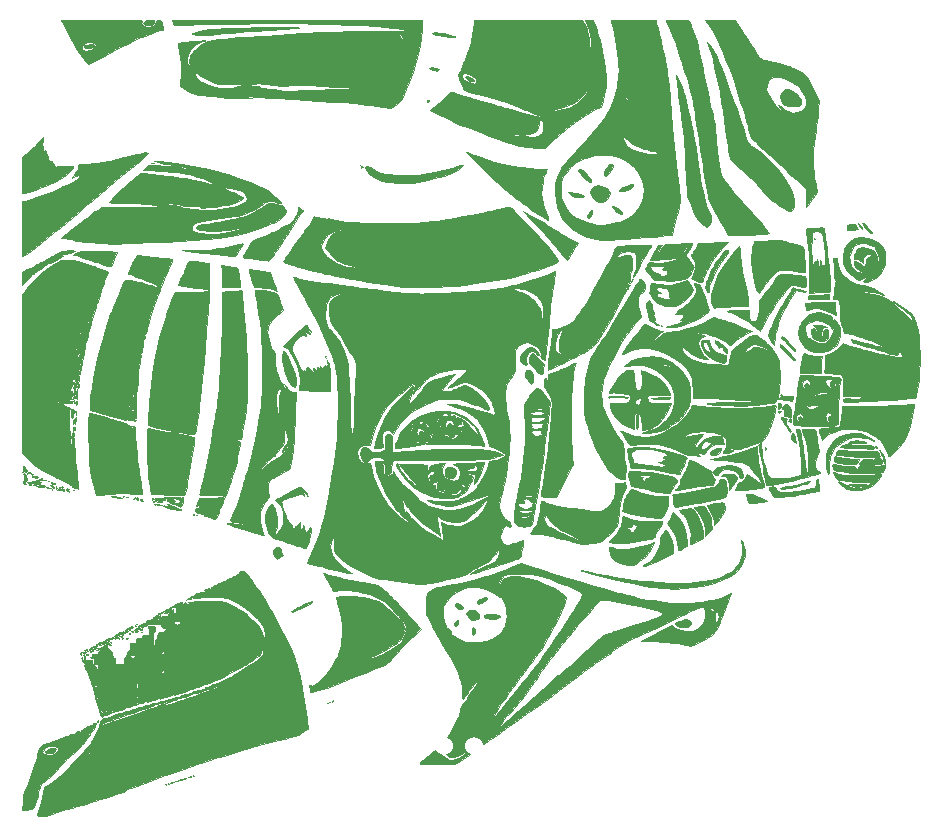
<source format=gbo>
G04 #@! TF.GenerationSoftware,KiCad,Pcbnew,(5.1.10)-1*
G04 #@! TF.CreationDate,2022-04-17T04:08:04-07:00*
G04 #@! TF.ProjectId,DevelopmentBoard,44657665-6c6f-4706-9d65-6e74426f6172,rev?*
G04 #@! TF.SameCoordinates,Original*
G04 #@! TF.FileFunction,Legend,Bot*
G04 #@! TF.FilePolarity,Positive*
%FSLAX46Y46*%
G04 Gerber Fmt 4.6, Leading zero omitted, Abs format (unit mm)*
G04 Created by KiCad (PCBNEW (5.1.10)-1) date 2022-04-17 04:08:04*
%MOMM*%
%LPD*%
G01*
G04 APERTURE LIST*
%ADD10C,0.010000*%
%ADD11C,1.524000*%
%ADD12R,1.524000X1.524000*%
%ADD13C,6.200000*%
%ADD14C,3.000000*%
%ADD15O,1.700000X1.700000*%
%ADD16R,1.700000X1.700000*%
%ADD17C,1.900000*%
%ADD18O,1.270000X1.000000*%
%ADD19C,3.800000*%
%ADD20R,3.800000X3.800000*%
G04 APERTURE END LIST*
D10*
G36*
X78167103Y-75246379D02*
G01*
X78024298Y-75408760D01*
X77756421Y-75659854D01*
X77424021Y-75902761D01*
X77012131Y-76145989D01*
X76505782Y-76398048D01*
X75890007Y-76667447D01*
X75606948Y-76783076D01*
X75276653Y-76912583D01*
X75018790Y-77004231D01*
X74783618Y-77074427D01*
X74537474Y-77135822D01*
X74405449Y-77171018D01*
X74225397Y-77223506D01*
X74219974Y-77225147D01*
X74002737Y-77290989D01*
X74002737Y-74252715D01*
X74273326Y-73988491D01*
X74370369Y-73898492D01*
X74370369Y-74025058D01*
X74336948Y-74058479D01*
X74370369Y-74091900D01*
X74403790Y-74058479D01*
X74370369Y-74025058D01*
X74370369Y-73898492D01*
X74424980Y-73847845D01*
X74504053Y-73784351D01*
X74504053Y-73891373D01*
X74470632Y-73924794D01*
X74504053Y-73958215D01*
X74518314Y-73943954D01*
X74518314Y-74102674D01*
X74480960Y-74118938D01*
X74409202Y-74186241D01*
X74423922Y-74224933D01*
X74433266Y-74225584D01*
X74489802Y-74178107D01*
X74510436Y-74148414D01*
X74518314Y-74102674D01*
X74518314Y-73943954D01*
X74537474Y-73924794D01*
X74504053Y-73891373D01*
X74504053Y-73784351D01*
X74535818Y-73758843D01*
X74574116Y-73740979D01*
X74587606Y-73729653D01*
X74613163Y-73660866D01*
X74706014Y-73556197D01*
X74823080Y-73455191D01*
X74921282Y-73397392D01*
X74949899Y-73397086D01*
X74971948Y-73394256D01*
X74971948Y-73690847D01*
X74938527Y-73724268D01*
X74971948Y-73757689D01*
X75005369Y-73724268D01*
X74971948Y-73690847D01*
X74971948Y-73394256D01*
X74993053Y-73391547D01*
X74990314Y-73373589D01*
X75024074Y-73303257D01*
X75124643Y-73167296D01*
X75265704Y-72995984D01*
X75420935Y-72819600D01*
X75500362Y-72735679D01*
X75500362Y-73118636D01*
X75439842Y-73156110D01*
X75356831Y-73235205D01*
X75339579Y-73262460D01*
X75390179Y-73263123D01*
X75439842Y-73247124D01*
X75528399Y-73176998D01*
X75540106Y-73140774D01*
X75500362Y-73118636D01*
X75500362Y-72735679D01*
X75564019Y-72668420D01*
X75668634Y-72572725D01*
X75702288Y-72554531D01*
X75727646Y-72613365D01*
X75740306Y-72758007D01*
X75740632Y-72788479D01*
X75718883Y-72956121D01*
X75660584Y-73023258D01*
X75657079Y-73023449D01*
X75612778Y-73043206D01*
X75646721Y-73073581D01*
X75695723Y-73166775D01*
X75725835Y-73336646D01*
X75728718Y-73386115D01*
X75760500Y-73583917D01*
X75827652Y-73735064D01*
X75843738Y-73753746D01*
X75914579Y-73812442D01*
X75931013Y-73774963D01*
X75912922Y-73657426D01*
X75909603Y-73602298D01*
X75938572Y-73662696D01*
X75982339Y-73791110D01*
X76055333Y-74006709D01*
X76122462Y-74182897D01*
X76149224Y-74242294D01*
X76182543Y-74338316D01*
X76129773Y-74348538D01*
X76003606Y-74290074D01*
X75896218Y-74255684D01*
X75874316Y-74289177D01*
X75930202Y-74354601D01*
X76063660Y-74432542D01*
X76223389Y-74499972D01*
X76358091Y-74533861D01*
X76406380Y-74528025D01*
X76466422Y-74557600D01*
X76531530Y-74662153D01*
X76608792Y-74784085D01*
X76672891Y-74827163D01*
X76710898Y-74876101D01*
X76700593Y-74927426D01*
X76694685Y-74979496D01*
X76737229Y-75010907D01*
X76846497Y-75022439D01*
X77040758Y-75014870D01*
X77338282Y-74988978D01*
X77576158Y-74964743D01*
X77927271Y-74936514D01*
X78154814Y-74943521D01*
X78265895Y-74992806D01*
X78267622Y-75091411D01*
X78167103Y-75246379D01*
G37*
X78167103Y-75246379D02*
X78024298Y-75408760D01*
X77756421Y-75659854D01*
X77424021Y-75902761D01*
X77012131Y-76145989D01*
X76505782Y-76398048D01*
X75890007Y-76667447D01*
X75606948Y-76783076D01*
X75276653Y-76912583D01*
X75018790Y-77004231D01*
X74783618Y-77074427D01*
X74537474Y-77135822D01*
X74405449Y-77171018D01*
X74225397Y-77223506D01*
X74219974Y-77225147D01*
X74002737Y-77290989D01*
X74002737Y-74252715D01*
X74273326Y-73988491D01*
X74370369Y-73898492D01*
X74370369Y-74025058D01*
X74336948Y-74058479D01*
X74370369Y-74091900D01*
X74403790Y-74058479D01*
X74370369Y-74025058D01*
X74370369Y-73898492D01*
X74424980Y-73847845D01*
X74504053Y-73784351D01*
X74504053Y-73891373D01*
X74470632Y-73924794D01*
X74504053Y-73958215D01*
X74518314Y-73943954D01*
X74518314Y-74102674D01*
X74480960Y-74118938D01*
X74409202Y-74186241D01*
X74423922Y-74224933D01*
X74433266Y-74225584D01*
X74489802Y-74178107D01*
X74510436Y-74148414D01*
X74518314Y-74102674D01*
X74518314Y-73943954D01*
X74537474Y-73924794D01*
X74504053Y-73891373D01*
X74504053Y-73784351D01*
X74535818Y-73758843D01*
X74574116Y-73740979D01*
X74587606Y-73729653D01*
X74613163Y-73660866D01*
X74706014Y-73556197D01*
X74823080Y-73455191D01*
X74921282Y-73397392D01*
X74949899Y-73397086D01*
X74971948Y-73394256D01*
X74971948Y-73690847D01*
X74938527Y-73724268D01*
X74971948Y-73757689D01*
X75005369Y-73724268D01*
X74971948Y-73690847D01*
X74971948Y-73394256D01*
X74993053Y-73391547D01*
X74990314Y-73373589D01*
X75024074Y-73303257D01*
X75124643Y-73167296D01*
X75265704Y-72995984D01*
X75420935Y-72819600D01*
X75500362Y-72735679D01*
X75500362Y-73118636D01*
X75439842Y-73156110D01*
X75356831Y-73235205D01*
X75339579Y-73262460D01*
X75390179Y-73263123D01*
X75439842Y-73247124D01*
X75528399Y-73176998D01*
X75540106Y-73140774D01*
X75500362Y-73118636D01*
X75500362Y-72735679D01*
X75564019Y-72668420D01*
X75668634Y-72572725D01*
X75702288Y-72554531D01*
X75727646Y-72613365D01*
X75740306Y-72758007D01*
X75740632Y-72788479D01*
X75718883Y-72956121D01*
X75660584Y-73023258D01*
X75657079Y-73023449D01*
X75612778Y-73043206D01*
X75646721Y-73073581D01*
X75695723Y-73166775D01*
X75725835Y-73336646D01*
X75728718Y-73386115D01*
X75760500Y-73583917D01*
X75827652Y-73735064D01*
X75843738Y-73753746D01*
X75914579Y-73812442D01*
X75931013Y-73774963D01*
X75912922Y-73657426D01*
X75909603Y-73602298D01*
X75938572Y-73662696D01*
X75982339Y-73791110D01*
X76055333Y-74006709D01*
X76122462Y-74182897D01*
X76149224Y-74242294D01*
X76182543Y-74338316D01*
X76129773Y-74348538D01*
X76003606Y-74290074D01*
X75896218Y-74255684D01*
X75874316Y-74289177D01*
X75930202Y-74354601D01*
X76063660Y-74432542D01*
X76223389Y-74499972D01*
X76358091Y-74533861D01*
X76406380Y-74528025D01*
X76466422Y-74557600D01*
X76531530Y-74662153D01*
X76608792Y-74784085D01*
X76672891Y-74827163D01*
X76710898Y-74876101D01*
X76700593Y-74927426D01*
X76694685Y-74979496D01*
X76737229Y-75010907D01*
X76846497Y-75022439D01*
X77040758Y-75014870D01*
X77338282Y-74988978D01*
X77576158Y-74964743D01*
X77927271Y-74936514D01*
X78154814Y-74943521D01*
X78265895Y-74992806D01*
X78267622Y-75091411D01*
X78167103Y-75246379D01*
G36*
X84568090Y-73978710D02*
G01*
X84461977Y-74086489D01*
X84386613Y-74151842D01*
X84183668Y-74327620D01*
X83950914Y-74533339D01*
X83831106Y-74640933D01*
X83692762Y-74761908D01*
X83494209Y-74928374D01*
X83227936Y-75146391D01*
X82886435Y-75422017D01*
X82462198Y-75761311D01*
X81947717Y-76170331D01*
X81335483Y-76655137D01*
X81311444Y-76674144D01*
X80607968Y-77239712D01*
X80015391Y-77736447D01*
X79531267Y-78166403D01*
X79486158Y-78208194D01*
X79153968Y-78509048D01*
X78748220Y-78863082D01*
X78284922Y-79257398D01*
X77780080Y-79679098D01*
X77249702Y-80115285D01*
X76709797Y-80553062D01*
X76176371Y-80979530D01*
X75665431Y-81381793D01*
X75192987Y-81746953D01*
X74775043Y-82062112D01*
X74427610Y-82314373D01*
X74186553Y-82478180D01*
X74002737Y-82596222D01*
X74002737Y-77971289D01*
X74186553Y-77934189D01*
X74532947Y-77848206D01*
X74953879Y-77718067D01*
X75429080Y-77552410D01*
X75938285Y-77359870D01*
X76461228Y-77149083D01*
X76977642Y-76928685D01*
X77467260Y-76707312D01*
X77909817Y-76493601D01*
X78285045Y-76296186D01*
X78572679Y-76123703D01*
X78745662Y-75991457D01*
X78806302Y-75895748D01*
X78763042Y-75817573D01*
X78678005Y-75777505D01*
X78544001Y-75807665D01*
X78439984Y-75853451D01*
X78196945Y-75969348D01*
X78322341Y-75778271D01*
X78450422Y-75588565D01*
X78565520Y-75425097D01*
X78683304Y-75263000D01*
X78832889Y-75434943D01*
X79002712Y-75596928D01*
X79183000Y-75729855D01*
X79257144Y-75764922D01*
X79234592Y-75718863D01*
X79113546Y-75589036D01*
X79032606Y-75508600D01*
X78810261Y-75265752D01*
X78698355Y-75079818D01*
X78681685Y-74995770D01*
X78695338Y-74889238D01*
X78760766Y-74839327D01*
X78914668Y-74823659D01*
X78965763Y-74822557D01*
X79201279Y-74813526D01*
X79416948Y-74797229D01*
X79416948Y-75896636D01*
X79361929Y-75921093D01*
X79372386Y-75941198D01*
X79451712Y-75949198D01*
X79461509Y-75941198D01*
X79452334Y-75901460D01*
X79416948Y-75896636D01*
X79416948Y-74797229D01*
X79417834Y-74797162D01*
X79450369Y-74793524D01*
X79584053Y-74778605D01*
X79584053Y-75963479D01*
X79550632Y-75996900D01*
X79584053Y-76030321D01*
X79617474Y-75996900D01*
X79584053Y-75963479D01*
X79584053Y-74778605D01*
X79624589Y-74774080D01*
X79871968Y-74748560D01*
X79929404Y-74742933D01*
X79929404Y-76253128D01*
X79889666Y-76262303D01*
X79884842Y-76297689D01*
X79909299Y-76352708D01*
X79929404Y-76342250D01*
X79937404Y-76262925D01*
X79929404Y-76253128D01*
X79929404Y-74742933D01*
X80085369Y-74727651D01*
X80390032Y-74694130D01*
X80708946Y-74652247D01*
X80887474Y-74624995D01*
X81140167Y-74582886D01*
X81375126Y-74543676D01*
X81471364Y-74527587D01*
X81639689Y-74490323D01*
X81886365Y-74425011D01*
X82162535Y-74344702D01*
X82206627Y-74331199D01*
X82630140Y-74206305D01*
X83027676Y-74099861D01*
X83372314Y-74018358D01*
X83637135Y-73968285D01*
X83666992Y-73965272D01*
X83666992Y-74297703D01*
X83580296Y-74309992D01*
X83579261Y-74332810D01*
X83668722Y-74348766D01*
X83707375Y-74338087D01*
X83732694Y-74308407D01*
X83666992Y-74297703D01*
X83666992Y-73965272D01*
X83765955Y-73955282D01*
X83928790Y-73931941D01*
X83928790Y-74359268D01*
X83895369Y-74392689D01*
X83928790Y-74426110D01*
X83962211Y-74392689D01*
X83928790Y-74359268D01*
X83928790Y-73931941D01*
X83937833Y-73930644D01*
X84147151Y-73874011D01*
X84178085Y-73863363D01*
X84367495Y-73811859D01*
X84490772Y-73826934D01*
X84535644Y-73853544D01*
X84587883Y-73910595D01*
X84568090Y-73978710D01*
G37*
X84568090Y-73978710D02*
X84461977Y-74086489D01*
X84386613Y-74151842D01*
X84183668Y-74327620D01*
X83950914Y-74533339D01*
X83831106Y-74640933D01*
X83692762Y-74761908D01*
X83494209Y-74928374D01*
X83227936Y-75146391D01*
X82886435Y-75422017D01*
X82462198Y-75761311D01*
X81947717Y-76170331D01*
X81335483Y-76655137D01*
X81311444Y-76674144D01*
X80607968Y-77239712D01*
X80015391Y-77736447D01*
X79531267Y-78166403D01*
X79486158Y-78208194D01*
X79153968Y-78509048D01*
X78748220Y-78863082D01*
X78284922Y-79257398D01*
X77780080Y-79679098D01*
X77249702Y-80115285D01*
X76709797Y-80553062D01*
X76176371Y-80979530D01*
X75665431Y-81381793D01*
X75192987Y-81746953D01*
X74775043Y-82062112D01*
X74427610Y-82314373D01*
X74186553Y-82478180D01*
X74002737Y-82596222D01*
X74002737Y-77971289D01*
X74186553Y-77934189D01*
X74532947Y-77848206D01*
X74953879Y-77718067D01*
X75429080Y-77552410D01*
X75938285Y-77359870D01*
X76461228Y-77149083D01*
X76977642Y-76928685D01*
X77467260Y-76707312D01*
X77909817Y-76493601D01*
X78285045Y-76296186D01*
X78572679Y-76123703D01*
X78745662Y-75991457D01*
X78806302Y-75895748D01*
X78763042Y-75817573D01*
X78678005Y-75777505D01*
X78544001Y-75807665D01*
X78439984Y-75853451D01*
X78196945Y-75969348D01*
X78322341Y-75778271D01*
X78450422Y-75588565D01*
X78565520Y-75425097D01*
X78683304Y-75263000D01*
X78832889Y-75434943D01*
X79002712Y-75596928D01*
X79183000Y-75729855D01*
X79257144Y-75764922D01*
X79234592Y-75718863D01*
X79113546Y-75589036D01*
X79032606Y-75508600D01*
X78810261Y-75265752D01*
X78698355Y-75079818D01*
X78681685Y-74995770D01*
X78695338Y-74889238D01*
X78760766Y-74839327D01*
X78914668Y-74823659D01*
X78965763Y-74822557D01*
X79201279Y-74813526D01*
X79416948Y-74797229D01*
X79416948Y-75896636D01*
X79361929Y-75921093D01*
X79372386Y-75941198D01*
X79451712Y-75949198D01*
X79461509Y-75941198D01*
X79452334Y-75901460D01*
X79416948Y-75896636D01*
X79416948Y-74797229D01*
X79417834Y-74797162D01*
X79450369Y-74793524D01*
X79584053Y-74778605D01*
X79584053Y-75963479D01*
X79550632Y-75996900D01*
X79584053Y-76030321D01*
X79617474Y-75996900D01*
X79584053Y-75963479D01*
X79584053Y-74778605D01*
X79624589Y-74774080D01*
X79871968Y-74748560D01*
X79929404Y-74742933D01*
X79929404Y-76253128D01*
X79889666Y-76262303D01*
X79884842Y-76297689D01*
X79909299Y-76352708D01*
X79929404Y-76342250D01*
X79937404Y-76262925D01*
X79929404Y-76253128D01*
X79929404Y-74742933D01*
X80085369Y-74727651D01*
X80390032Y-74694130D01*
X80708946Y-74652247D01*
X80887474Y-74624995D01*
X81140167Y-74582886D01*
X81375126Y-74543676D01*
X81471364Y-74527587D01*
X81639689Y-74490323D01*
X81886365Y-74425011D01*
X82162535Y-74344702D01*
X82206627Y-74331199D01*
X82630140Y-74206305D01*
X83027676Y-74099861D01*
X83372314Y-74018358D01*
X83637135Y-73968285D01*
X83666992Y-73965272D01*
X83666992Y-74297703D01*
X83580296Y-74309992D01*
X83579261Y-74332810D01*
X83668722Y-74348766D01*
X83707375Y-74338087D01*
X83732694Y-74308407D01*
X83666992Y-74297703D01*
X83666992Y-73965272D01*
X83765955Y-73955282D01*
X83928790Y-73931941D01*
X83928790Y-74359268D01*
X83895369Y-74392689D01*
X83928790Y-74426110D01*
X83962211Y-74392689D01*
X83928790Y-74359268D01*
X83928790Y-73931941D01*
X83937833Y-73930644D01*
X84147151Y-73874011D01*
X84178085Y-73863363D01*
X84367495Y-73811859D01*
X84490772Y-73826934D01*
X84535644Y-73853544D01*
X84587883Y-73910595D01*
X84568090Y-73978710D01*
G36*
X78397606Y-82157524D02*
G01*
X78298589Y-82211246D01*
X78280632Y-82246227D01*
X78221431Y-82298919D01*
X78073951Y-82348307D01*
X77883377Y-82383407D01*
X77694893Y-82393235D01*
X77679053Y-82392474D01*
X77527323Y-82406022D01*
X77409296Y-82452003D01*
X77357732Y-82510535D01*
X77402223Y-82560501D01*
X77387455Y-82603348D01*
X77280241Y-82688120D01*
X77108199Y-82797960D01*
X76898948Y-82916009D01*
X76680108Y-83025408D01*
X76542737Y-83085126D01*
X76397241Y-83151496D01*
X76322781Y-83189570D01*
X76187556Y-83222278D01*
X76122255Y-83207395D01*
X76075497Y-83193260D01*
X76087769Y-83212487D01*
X76054999Y-83266081D01*
X75936765Y-83371008D01*
X75760843Y-83507550D01*
X75555009Y-83655990D01*
X75347039Y-83796607D01*
X75164707Y-83909685D01*
X75035789Y-83975505D01*
X75000255Y-83984531D01*
X74960042Y-84024888D01*
X74969093Y-84046755D01*
X74971107Y-84125758D01*
X74898963Y-84160708D01*
X74810085Y-84131184D01*
X74791064Y-84110068D01*
X74744966Y-84056908D01*
X74758150Y-84122050D01*
X74758477Y-84123092D01*
X74728029Y-84228874D01*
X74600371Y-84403033D01*
X74397151Y-84620580D01*
X74002737Y-85012927D01*
X74002737Y-83945131D01*
X74103000Y-83892172D01*
X74103000Y-84519268D01*
X74069579Y-84552689D01*
X74103000Y-84586110D01*
X74103000Y-84719794D01*
X74069579Y-84753215D01*
X74103000Y-84786636D01*
X74136421Y-84753215D01*
X74103000Y-84719794D01*
X74103000Y-84586110D01*
X74136421Y-84552689D01*
X74103000Y-84519268D01*
X74103000Y-83892172D01*
X74236685Y-83821558D01*
X74236685Y-83917689D01*
X74203263Y-83951110D01*
X74236685Y-83984531D01*
X74270106Y-83951110D01*
X74236685Y-83917689D01*
X74236685Y-83821558D01*
X74404130Y-83733112D01*
X74597539Y-83643054D01*
X74597539Y-83736098D01*
X74530562Y-83750123D01*
X74517881Y-83754881D01*
X74436030Y-83807833D01*
X74435442Y-83837938D01*
X74506152Y-83830440D01*
X74555299Y-83792299D01*
X74597539Y-83736098D01*
X74597539Y-83643054D01*
X74628427Y-83628671D01*
X74771421Y-83581297D01*
X74771421Y-83784005D01*
X74738000Y-83817426D01*
X74771421Y-83850847D01*
X74771421Y-83917689D01*
X74738000Y-83951110D01*
X74771421Y-83984531D01*
X74804842Y-83951110D01*
X74771421Y-83917689D01*
X74771421Y-83850847D01*
X74804842Y-83817426D01*
X74771421Y-83784005D01*
X74771421Y-83581297D01*
X74816048Y-83566511D01*
X74905106Y-83559864D01*
X74905106Y-83717163D01*
X74871685Y-83750584D01*
X74905106Y-83784005D01*
X74938527Y-83750584D01*
X74905106Y-83717163D01*
X74905106Y-83559864D01*
X74922156Y-83558591D01*
X74991462Y-83571505D01*
X74956051Y-83536210D01*
X74954393Y-83480746D01*
X75065338Y-83391746D01*
X75239316Y-83295247D01*
X75239316Y-83382952D01*
X75205895Y-83416373D01*
X75205895Y-83650321D01*
X75150876Y-83674777D01*
X75161334Y-83694882D01*
X75240660Y-83702882D01*
X75250456Y-83694882D01*
X75241281Y-83655145D01*
X75205895Y-83650321D01*
X75205895Y-83416373D01*
X75239316Y-83449794D01*
X75272737Y-83416373D01*
X75239316Y-83382952D01*
X75239316Y-83295247D01*
X75295371Y-83264155D01*
X75323682Y-83249829D01*
X75571794Y-83120799D01*
X75624662Y-83091574D01*
X75624662Y-83162004D01*
X75528965Y-83204895D01*
X75431442Y-83271025D01*
X75406421Y-83294614D01*
X75462002Y-83301457D01*
X75528965Y-83298571D01*
X75631539Y-83254259D01*
X75640369Y-83234183D01*
X75640369Y-83449794D01*
X75606948Y-83483215D01*
X75640369Y-83516636D01*
X75673790Y-83483215D01*
X75640369Y-83449794D01*
X75640369Y-83234183D01*
X75651509Y-83208853D01*
X75624662Y-83162004D01*
X75624662Y-83091574D01*
X75795501Y-82997132D01*
X75947766Y-82904863D01*
X75951477Y-82902350D01*
X76004056Y-82873931D01*
X76004056Y-82981900D01*
X75943323Y-83003380D01*
X75962888Y-83021581D01*
X75962888Y-83120536D01*
X75843479Y-83157262D01*
X75766499Y-83206803D01*
X75766157Y-83230232D01*
X75840913Y-83226530D01*
X75919434Y-83190586D01*
X75997960Y-83131483D01*
X75962888Y-83120536D01*
X75962888Y-83021581D01*
X75996305Y-83052670D01*
X76044893Y-83074246D01*
X76113893Y-83078917D01*
X76107790Y-83047976D01*
X76022211Y-82984275D01*
X76004056Y-82981900D01*
X76004056Y-82873931D01*
X76108263Y-82817607D01*
X76108263Y-82848215D01*
X76074842Y-82881636D01*
X76108263Y-82915058D01*
X76141685Y-82881636D01*
X76108263Y-82848215D01*
X76108263Y-82817607D01*
X76110519Y-82816387D01*
X76239500Y-82781373D01*
X76314984Y-82752557D01*
X76311764Y-82719344D01*
X76329413Y-82656857D01*
X76426410Y-82610945D01*
X76475895Y-82606146D01*
X76475895Y-82647689D01*
X76420876Y-82672146D01*
X76431334Y-82692250D01*
X76510660Y-82700250D01*
X76520456Y-82692250D01*
X76511281Y-82652513D01*
X76475895Y-82647689D01*
X76475895Y-82606146D01*
X76542737Y-82599663D01*
X76542737Y-82848215D01*
X76487719Y-82872672D01*
X76498176Y-82892777D01*
X76577502Y-82900776D01*
X76587299Y-82892777D01*
X76578123Y-82853039D01*
X76542737Y-82848215D01*
X76542737Y-82599663D01*
X76548422Y-82599111D01*
X76619309Y-82620281D01*
X76666448Y-82628892D01*
X76655116Y-82600450D01*
X76687542Y-82537634D01*
X76813206Y-82439380D01*
X76910369Y-82382232D01*
X76910369Y-82514005D01*
X76876948Y-82547426D01*
X76910369Y-82580847D01*
X76943790Y-82547426D01*
X76910369Y-82514005D01*
X76910369Y-82382232D01*
X76995912Y-82331918D01*
X77209197Y-82229049D01*
X77278000Y-82206675D01*
X77278000Y-82246636D01*
X77222982Y-82271093D01*
X77233439Y-82291198D01*
X77312765Y-82299198D01*
X77322562Y-82291198D01*
X77313386Y-82251460D01*
X77278000Y-82246636D01*
X77278000Y-82206675D01*
X77396523Y-82168130D01*
X77545369Y-82147199D01*
X77545369Y-82246636D01*
X77490350Y-82271093D01*
X77500807Y-82291198D01*
X77580133Y-82299198D01*
X77589930Y-82291198D01*
X77580755Y-82251460D01*
X77545369Y-82246636D01*
X77545369Y-82147199D01*
X77608601Y-82138306D01*
X77712474Y-82134843D01*
X77712474Y-82179794D01*
X77679053Y-82213215D01*
X77712474Y-82246636D01*
X77745895Y-82213215D01*
X77712474Y-82179794D01*
X77712474Y-82134843D01*
X77896140Y-82128719D01*
X77946625Y-82128366D01*
X78186014Y-82130414D01*
X78347887Y-82138351D01*
X78409452Y-82150706D01*
X78397606Y-82157524D01*
G37*
X78397606Y-82157524D02*
X78298589Y-82211246D01*
X78280632Y-82246227D01*
X78221431Y-82298919D01*
X78073951Y-82348307D01*
X77883377Y-82383407D01*
X77694893Y-82393235D01*
X77679053Y-82392474D01*
X77527323Y-82406022D01*
X77409296Y-82452003D01*
X77357732Y-82510535D01*
X77402223Y-82560501D01*
X77387455Y-82603348D01*
X77280241Y-82688120D01*
X77108199Y-82797960D01*
X76898948Y-82916009D01*
X76680108Y-83025408D01*
X76542737Y-83085126D01*
X76397241Y-83151496D01*
X76322781Y-83189570D01*
X76187556Y-83222278D01*
X76122255Y-83207395D01*
X76075497Y-83193260D01*
X76087769Y-83212487D01*
X76054999Y-83266081D01*
X75936765Y-83371008D01*
X75760843Y-83507550D01*
X75555009Y-83655990D01*
X75347039Y-83796607D01*
X75164707Y-83909685D01*
X75035789Y-83975505D01*
X75000255Y-83984531D01*
X74960042Y-84024888D01*
X74969093Y-84046755D01*
X74971107Y-84125758D01*
X74898963Y-84160708D01*
X74810085Y-84131184D01*
X74791064Y-84110068D01*
X74744966Y-84056908D01*
X74758150Y-84122050D01*
X74758477Y-84123092D01*
X74728029Y-84228874D01*
X74600371Y-84403033D01*
X74397151Y-84620580D01*
X74002737Y-85012927D01*
X74002737Y-83945131D01*
X74103000Y-83892172D01*
X74103000Y-84519268D01*
X74069579Y-84552689D01*
X74103000Y-84586110D01*
X74103000Y-84719794D01*
X74069579Y-84753215D01*
X74103000Y-84786636D01*
X74136421Y-84753215D01*
X74103000Y-84719794D01*
X74103000Y-84586110D01*
X74136421Y-84552689D01*
X74103000Y-84519268D01*
X74103000Y-83892172D01*
X74236685Y-83821558D01*
X74236685Y-83917689D01*
X74203263Y-83951110D01*
X74236685Y-83984531D01*
X74270106Y-83951110D01*
X74236685Y-83917689D01*
X74236685Y-83821558D01*
X74404130Y-83733112D01*
X74597539Y-83643054D01*
X74597539Y-83736098D01*
X74530562Y-83750123D01*
X74517881Y-83754881D01*
X74436030Y-83807833D01*
X74435442Y-83837938D01*
X74506152Y-83830440D01*
X74555299Y-83792299D01*
X74597539Y-83736098D01*
X74597539Y-83643054D01*
X74628427Y-83628671D01*
X74771421Y-83581297D01*
X74771421Y-83784005D01*
X74738000Y-83817426D01*
X74771421Y-83850847D01*
X74771421Y-83917689D01*
X74738000Y-83951110D01*
X74771421Y-83984531D01*
X74804842Y-83951110D01*
X74771421Y-83917689D01*
X74771421Y-83850847D01*
X74804842Y-83817426D01*
X74771421Y-83784005D01*
X74771421Y-83581297D01*
X74816048Y-83566511D01*
X74905106Y-83559864D01*
X74905106Y-83717163D01*
X74871685Y-83750584D01*
X74905106Y-83784005D01*
X74938527Y-83750584D01*
X74905106Y-83717163D01*
X74905106Y-83559864D01*
X74922156Y-83558591D01*
X74991462Y-83571505D01*
X74956051Y-83536210D01*
X74954393Y-83480746D01*
X75065338Y-83391746D01*
X75239316Y-83295247D01*
X75239316Y-83382952D01*
X75205895Y-83416373D01*
X75205895Y-83650321D01*
X75150876Y-83674777D01*
X75161334Y-83694882D01*
X75240660Y-83702882D01*
X75250456Y-83694882D01*
X75241281Y-83655145D01*
X75205895Y-83650321D01*
X75205895Y-83416373D01*
X75239316Y-83449794D01*
X75272737Y-83416373D01*
X75239316Y-83382952D01*
X75239316Y-83295247D01*
X75295371Y-83264155D01*
X75323682Y-83249829D01*
X75571794Y-83120799D01*
X75624662Y-83091574D01*
X75624662Y-83162004D01*
X75528965Y-83204895D01*
X75431442Y-83271025D01*
X75406421Y-83294614D01*
X75462002Y-83301457D01*
X75528965Y-83298571D01*
X75631539Y-83254259D01*
X75640369Y-83234183D01*
X75640369Y-83449794D01*
X75606948Y-83483215D01*
X75640369Y-83516636D01*
X75673790Y-83483215D01*
X75640369Y-83449794D01*
X75640369Y-83234183D01*
X75651509Y-83208853D01*
X75624662Y-83162004D01*
X75624662Y-83091574D01*
X75795501Y-82997132D01*
X75947766Y-82904863D01*
X75951477Y-82902350D01*
X76004056Y-82873931D01*
X76004056Y-82981900D01*
X75943323Y-83003380D01*
X75962888Y-83021581D01*
X75962888Y-83120536D01*
X75843479Y-83157262D01*
X75766499Y-83206803D01*
X75766157Y-83230232D01*
X75840913Y-83226530D01*
X75919434Y-83190586D01*
X75997960Y-83131483D01*
X75962888Y-83120536D01*
X75962888Y-83021581D01*
X75996305Y-83052670D01*
X76044893Y-83074246D01*
X76113893Y-83078917D01*
X76107790Y-83047976D01*
X76022211Y-82984275D01*
X76004056Y-82981900D01*
X76004056Y-82873931D01*
X76108263Y-82817607D01*
X76108263Y-82848215D01*
X76074842Y-82881636D01*
X76108263Y-82915058D01*
X76141685Y-82881636D01*
X76108263Y-82848215D01*
X76108263Y-82817607D01*
X76110519Y-82816387D01*
X76239500Y-82781373D01*
X76314984Y-82752557D01*
X76311764Y-82719344D01*
X76329413Y-82656857D01*
X76426410Y-82610945D01*
X76475895Y-82606146D01*
X76475895Y-82647689D01*
X76420876Y-82672146D01*
X76431334Y-82692250D01*
X76510660Y-82700250D01*
X76520456Y-82692250D01*
X76511281Y-82652513D01*
X76475895Y-82647689D01*
X76475895Y-82606146D01*
X76542737Y-82599663D01*
X76542737Y-82848215D01*
X76487719Y-82872672D01*
X76498176Y-82892777D01*
X76577502Y-82900776D01*
X76587299Y-82892777D01*
X76578123Y-82853039D01*
X76542737Y-82848215D01*
X76542737Y-82599663D01*
X76548422Y-82599111D01*
X76619309Y-82620281D01*
X76666448Y-82628892D01*
X76655116Y-82600450D01*
X76687542Y-82537634D01*
X76813206Y-82439380D01*
X76910369Y-82382232D01*
X76910369Y-82514005D01*
X76876948Y-82547426D01*
X76910369Y-82580847D01*
X76943790Y-82547426D01*
X76910369Y-82514005D01*
X76910369Y-82382232D01*
X76995912Y-82331918D01*
X77209197Y-82229049D01*
X77278000Y-82206675D01*
X77278000Y-82246636D01*
X77222982Y-82271093D01*
X77233439Y-82291198D01*
X77312765Y-82299198D01*
X77322562Y-82291198D01*
X77313386Y-82251460D01*
X77278000Y-82246636D01*
X77278000Y-82206675D01*
X77396523Y-82168130D01*
X77545369Y-82147199D01*
X77545369Y-82246636D01*
X77490350Y-82271093D01*
X77500807Y-82291198D01*
X77580133Y-82299198D01*
X77589930Y-82291198D01*
X77580755Y-82251460D01*
X77545369Y-82246636D01*
X77545369Y-82147199D01*
X77608601Y-82138306D01*
X77712474Y-82134843D01*
X77712474Y-82179794D01*
X77679053Y-82213215D01*
X77712474Y-82246636D01*
X77745895Y-82213215D01*
X77712474Y-82179794D01*
X77712474Y-82134843D01*
X77896140Y-82128719D01*
X77946625Y-82128366D01*
X78186014Y-82130414D01*
X78347887Y-82138351D01*
X78409452Y-82150706D01*
X78397606Y-82157524D01*
G36*
X81266385Y-84036577D02*
G01*
X81231122Y-84023785D01*
X81183784Y-84024352D01*
X81196180Y-84081323D01*
X81195054Y-84169268D01*
X81161994Y-84185058D01*
X81097098Y-84239356D01*
X81088000Y-84289265D01*
X81053169Y-84357087D01*
X81010831Y-84345780D01*
X80964758Y-84337941D01*
X80978679Y-84370928D01*
X80973502Y-84452769D01*
X80931964Y-84631786D01*
X80861902Y-84884015D01*
X80771150Y-85185490D01*
X80667544Y-85512249D01*
X80558921Y-85840326D01*
X80453115Y-86145758D01*
X80357963Y-86404580D01*
X80281300Y-86592828D01*
X80230961Y-86686538D01*
X80219731Y-86692056D01*
X80194057Y-86725595D01*
X80200521Y-86844054D01*
X80211722Y-86960506D01*
X80182776Y-86961173D01*
X80153065Y-86925584D01*
X80102090Y-86871634D01*
X80106463Y-86929839D01*
X80117926Y-86972599D01*
X80121122Y-87137949D01*
X80074029Y-87387425D01*
X79985328Y-87685175D01*
X79878463Y-87961636D01*
X79816422Y-88120633D01*
X79786357Y-88227235D01*
X79786184Y-88229005D01*
X79765093Y-88356292D01*
X79719925Y-88564626D01*
X79658122Y-88825122D01*
X79587123Y-89108895D01*
X79514370Y-89387059D01*
X79447305Y-89630728D01*
X79393366Y-89811017D01*
X79359996Y-89899040D01*
X79354955Y-89903055D01*
X79324562Y-89941985D01*
X79308721Y-90056835D01*
X79287491Y-90259645D01*
X79256558Y-90434794D01*
X79225258Y-90591396D01*
X79179899Y-90836122D01*
X79128514Y-91125249D01*
X79109209Y-91236900D01*
X79058991Y-91515381D01*
X79012138Y-91750134D01*
X78976049Y-91905043D01*
X78965429Y-91938742D01*
X78925474Y-92091610D01*
X78914938Y-92172689D01*
X78896970Y-92407982D01*
X78879562Y-92535500D01*
X78851594Y-92580643D01*
X78801942Y-92568809D01*
X78752921Y-92542672D01*
X78615722Y-92480548D01*
X78585018Y-92498972D01*
X78614842Y-92538761D01*
X78614842Y-93309005D01*
X78565277Y-93332670D01*
X78548000Y-93438744D01*
X78570400Y-93566236D01*
X78614842Y-93609794D01*
X78669689Y-93553987D01*
X78681685Y-93480055D01*
X78650991Y-93352096D01*
X78614842Y-93309005D01*
X78614842Y-92538761D01*
X78659908Y-92598886D01*
X78679081Y-92619767D01*
X78790538Y-92827694D01*
X78814345Y-93004109D01*
X78804544Y-93149637D01*
X78773926Y-93172493D01*
X78751138Y-93143835D01*
X78676019Y-93083839D01*
X78639644Y-93094818D01*
X78636047Y-93175975D01*
X78669430Y-93223224D01*
X78718156Y-93325425D01*
X78744201Y-93478796D01*
X78744993Y-93631119D01*
X78717959Y-93730175D01*
X78695053Y-93743479D01*
X78606297Y-93701638D01*
X78561369Y-93663268D01*
X78508842Y-93639339D01*
X78483119Y-93717153D01*
X78476460Y-93847084D01*
X78460611Y-94053938D01*
X78427697Y-94221453D01*
X78420848Y-94241215D01*
X78379393Y-94328938D01*
X78351100Y-94294682D01*
X78331516Y-94224412D01*
X78323598Y-94126095D01*
X78353708Y-94114963D01*
X78388637Y-94082758D01*
X78404944Y-93958384D01*
X78402402Y-93782083D01*
X78380782Y-93594097D01*
X78357260Y-93487766D01*
X78313529Y-93332317D01*
X78163396Y-93504985D01*
X78079584Y-93647939D01*
X78026169Y-93825138D01*
X78008647Y-93994387D01*
X78032514Y-94113490D01*
X78080106Y-94144531D01*
X78143569Y-94091572D01*
X78148980Y-94060979D01*
X78173084Y-94031042D01*
X78212615Y-94082734D01*
X78245195Y-94194583D01*
X78241240Y-94317210D01*
X78210502Y-94408655D01*
X78162728Y-94426963D01*
X78138698Y-94400840D01*
X78096978Y-94375825D01*
X78081342Y-94478360D01*
X78081129Y-94495452D01*
X78115713Y-94635150D01*
X78193662Y-94680045D01*
X78273193Y-94620831D01*
X78301587Y-94544559D01*
X78322783Y-94464585D01*
X78325509Y-94512613D01*
X78322946Y-94561270D01*
X78286147Y-94674228D01*
X78169006Y-94709674D01*
X78130237Y-94710054D01*
X77988779Y-94735094D01*
X77946428Y-94826507D01*
X77946421Y-94828301D01*
X77973791Y-94911766D01*
X78079106Y-94922062D01*
X78130237Y-94913462D01*
X78241373Y-94895923D01*
X78229943Y-94913507D01*
X78180369Y-94936599D01*
X78046685Y-94995459D01*
X78180369Y-95025452D01*
X78185538Y-95037426D01*
X78079149Y-95042229D01*
X77883172Y-95039127D01*
X77827511Y-95037210D01*
X77581077Y-95023445D01*
X77387015Y-95004243D01*
X77284187Y-94983549D01*
X77280683Y-94981715D01*
X77196607Y-94991258D01*
X77178411Y-95012388D01*
X77190294Y-95072619D01*
X77227548Y-95080321D01*
X77331617Y-95114195D01*
X77502054Y-95201302D01*
X77633064Y-95279704D01*
X77842818Y-95400997D01*
X78034948Y-95492847D01*
X78118032Y-95521898D01*
X78242239Y-95584354D01*
X78249667Y-95666180D01*
X78235641Y-95731570D01*
X78295472Y-95697123D01*
X78312523Y-95683170D01*
X78384236Y-95642153D01*
X78410803Y-95700570D01*
X78413293Y-95790689D01*
X78403443Y-95911893D01*
X78369776Y-95912963D01*
X78347474Y-95882426D01*
X78304717Y-95848674D01*
X78284816Y-95928646D01*
X78281655Y-96032821D01*
X78258064Y-96222500D01*
X78203452Y-96294116D01*
X78139001Y-96252675D01*
X78085889Y-96103186D01*
X78069644Y-95982689D01*
X78068045Y-95803813D01*
X78091449Y-95696093D01*
X78109703Y-95681900D01*
X78128593Y-95646211D01*
X78099298Y-95607513D01*
X78008478Y-95571087D01*
X77922861Y-95595695D01*
X77901513Y-95660964D01*
X77907837Y-95673545D01*
X77918828Y-95752294D01*
X77932162Y-95944213D01*
X77946819Y-96228830D01*
X77961780Y-96585673D01*
X77976027Y-96994270D01*
X77979975Y-97122742D01*
X77994987Y-97543382D01*
X78013107Y-97918900D01*
X78032956Y-98228678D01*
X78053152Y-98452097D01*
X78072314Y-98568541D01*
X78077549Y-98579427D01*
X78128137Y-98574879D01*
X78166848Y-98479879D01*
X78186767Y-98337569D01*
X78180976Y-98191090D01*
X78154151Y-98101676D01*
X78121217Y-97936285D01*
X78165931Y-97713413D01*
X78246249Y-97453215D01*
X78267667Y-97784532D01*
X78288019Y-97976005D01*
X78296613Y-97995357D01*
X78296613Y-98250890D01*
X78285909Y-98316593D01*
X78298198Y-98403288D01*
X78321016Y-98404323D01*
X78325193Y-98380904D01*
X78325193Y-99514180D01*
X78285456Y-99523356D01*
X78280632Y-99558742D01*
X78305088Y-99613760D01*
X78325193Y-99603303D01*
X78333193Y-99523977D01*
X78325193Y-99514180D01*
X78325193Y-98380904D01*
X78336972Y-98314862D01*
X78326293Y-98276209D01*
X78296613Y-98250890D01*
X78296613Y-97995357D01*
X78318576Y-98044816D01*
X78353291Y-98018479D01*
X78388466Y-98011693D01*
X78404622Y-98129989D01*
X78403076Y-98355584D01*
X78404057Y-98630443D01*
X78419589Y-99007281D01*
X78447281Y-99455467D01*
X78484743Y-99944374D01*
X78529583Y-100443372D01*
X78579413Y-100921834D01*
X78631839Y-101349130D01*
X78643072Y-101430321D01*
X78692213Y-101787547D01*
X78719728Y-102032076D01*
X78724324Y-102183336D01*
X78704703Y-102260759D01*
X78659573Y-102283775D01*
X78587636Y-102271815D01*
X78586992Y-102271642D01*
X78450349Y-102240727D01*
X78393661Y-102233339D01*
X78369254Y-102190575D01*
X78380422Y-102166349D01*
X78369688Y-102128305D01*
X78318088Y-102139864D01*
X78209496Y-102123631D01*
X78173199Y-102070740D01*
X78102696Y-102009905D01*
X77929839Y-101902602D01*
X77673288Y-101759170D01*
X77351705Y-101589946D01*
X76983749Y-101405271D01*
X76885925Y-101357523D01*
X76327418Y-101084104D01*
X75873966Y-100854868D01*
X75508947Y-100658621D01*
X75215739Y-100484172D01*
X74977722Y-100320329D01*
X74778274Y-100155899D01*
X74600773Y-99979691D01*
X74428597Y-99780511D01*
X74296548Y-99613950D01*
X74002737Y-99234685D01*
X74002737Y-85807923D01*
X74177450Y-85547938D01*
X74576430Y-85010696D01*
X75022429Y-84525201D01*
X75537975Y-84071085D01*
X76145600Y-83627978D01*
X76643000Y-83311098D01*
X76643000Y-94812952D01*
X76609579Y-94846373D01*
X76643000Y-94879794D01*
X76676421Y-94846373D01*
X76643000Y-94812952D01*
X76643000Y-83311098D01*
X76672090Y-83292565D01*
X76973266Y-83109743D01*
X76973266Y-94879794D01*
X76904081Y-94912199D01*
X76910369Y-94946636D01*
X76995824Y-95010929D01*
X77014577Y-95013479D01*
X77075674Y-94962495D01*
X77077474Y-94946636D01*
X77023067Y-94887975D01*
X76973266Y-94879794D01*
X76973266Y-83109743D01*
X77206387Y-82968231D01*
X77893904Y-82960900D01*
X78124667Y-82961865D01*
X78124667Y-93297865D01*
X78084929Y-93307040D01*
X78080106Y-93342426D01*
X78104562Y-93397445D01*
X78124667Y-93386987D01*
X78132667Y-93307661D01*
X78124667Y-93297865D01*
X78124667Y-82961865D01*
X78162928Y-82962025D01*
X78162928Y-92569311D01*
X78152225Y-92635014D01*
X78164514Y-92721709D01*
X78187331Y-92722744D01*
X78203288Y-92633283D01*
X78192608Y-92594630D01*
X78162928Y-92569311D01*
X78162928Y-82962025D01*
X78237714Y-82962338D01*
X78237824Y-82962345D01*
X78237824Y-92933538D01*
X78223051Y-93025225D01*
X78221544Y-93056249D01*
X78230426Y-93202309D01*
X78280332Y-93241576D01*
X78314053Y-93232914D01*
X78384878Y-93238390D01*
X78415156Y-93343398D01*
X78418828Y-93418827D01*
X78424437Y-93536427D01*
X78440102Y-93550341D01*
X78474103Y-93450932D01*
X78513181Y-93309005D01*
X78566731Y-93081420D01*
X78569530Y-92964081D01*
X78516893Y-92941740D01*
X78415749Y-92991809D01*
X78313409Y-93034577D01*
X78265301Y-92976294D01*
X78259437Y-92955857D01*
X78237824Y-92933538D01*
X78237824Y-82962345D01*
X78307334Y-82967091D01*
X78307334Y-92135176D01*
X78296786Y-92227601D01*
X78296139Y-92272952D01*
X78303108Y-92394559D01*
X78320459Y-92408891D01*
X78326708Y-92389926D01*
X78337103Y-92220399D01*
X78326708Y-92155979D01*
X78307334Y-92135176D01*
X78307334Y-82967091D01*
X78442163Y-82976297D01*
X78442163Y-90857475D01*
X78421832Y-90957172D01*
X78416485Y-90990614D01*
X78381420Y-91192733D01*
X78350601Y-91332395D01*
X78336675Y-91370242D01*
X78327075Y-91445302D01*
X78330570Y-91607682D01*
X78336962Y-91704166D01*
X78354874Y-91881405D01*
X78372635Y-91982792D01*
X78379964Y-91992958D01*
X78391139Y-91921737D01*
X78406541Y-91746424D01*
X78423811Y-91496452D01*
X78435151Y-91303742D01*
X78448592Y-91026894D01*
X78451007Y-90879427D01*
X78442163Y-90857475D01*
X78442163Y-82976297D01*
X78496220Y-82979989D01*
X78548000Y-82989582D01*
X78548000Y-90401373D01*
X78489339Y-90455780D01*
X78481158Y-90505581D01*
X78513563Y-90574767D01*
X78548000Y-90568479D01*
X78557927Y-90555285D01*
X78557927Y-90810285D01*
X78567688Y-90868092D01*
X78575116Y-90891445D01*
X78580621Y-90918787D01*
X78580621Y-91513080D01*
X78563533Y-91553095D01*
X78553866Y-91724735D01*
X78553277Y-91754926D01*
X78560283Y-91939993D01*
X78584028Y-92054424D01*
X78601421Y-92072426D01*
X78629837Y-92013870D01*
X78633693Y-91868523D01*
X78629997Y-91821768D01*
X78603365Y-91603151D01*
X78580621Y-91513080D01*
X78580621Y-90918787D01*
X78606369Y-91046672D01*
X78622596Y-91225656D01*
X78634002Y-91346033D01*
X78655139Y-91334705D01*
X78664052Y-91303742D01*
X78731424Y-91141445D01*
X78796171Y-91036373D01*
X78815369Y-91012069D01*
X78815369Y-91370584D01*
X78753775Y-91375883D01*
X78748527Y-91400060D01*
X78797048Y-91468127D01*
X78815369Y-91470847D01*
X78880473Y-91448041D01*
X78882211Y-91441371D01*
X78835372Y-91384303D01*
X78815369Y-91370584D01*
X78815369Y-91012069D01*
X78865508Y-90948592D01*
X78874583Y-90974634D01*
X78851787Y-91069794D01*
X78828747Y-91177366D01*
X78851272Y-91166873D01*
X78884299Y-91116426D01*
X78923869Y-90986430D01*
X78876681Y-90896025D01*
X78798347Y-90833142D01*
X78737716Y-90882815D01*
X78676667Y-90932037D01*
X78608537Y-90869268D01*
X78557927Y-90810285D01*
X78557927Y-90555285D01*
X78612293Y-90483024D01*
X78614842Y-90464271D01*
X78563859Y-90403174D01*
X78548000Y-90401373D01*
X78548000Y-82989582D01*
X78566163Y-82992948D01*
X78566163Y-90094636D01*
X78553277Y-90180192D01*
X78578144Y-90316065D01*
X78619290Y-90370701D01*
X78701556Y-90384351D01*
X78701556Y-90509950D01*
X78692239Y-90601900D01*
X78702743Y-90696791D01*
X78725953Y-90685452D01*
X78734781Y-90548603D01*
X78725953Y-90518347D01*
X78701556Y-90509950D01*
X78701556Y-90384351D01*
X78708113Y-90385440D01*
X78746243Y-90337070D01*
X78706482Y-90280765D01*
X78619073Y-90179863D01*
X78596721Y-90134005D01*
X78566163Y-90094636D01*
X78566163Y-82992948D01*
X78659404Y-83010224D01*
X78659404Y-89888917D01*
X78619666Y-89898093D01*
X78614842Y-89933479D01*
X78639299Y-89988497D01*
X78659404Y-89978040D01*
X78667404Y-89898714D01*
X78659404Y-89888917D01*
X78659404Y-83010224D01*
X78717492Y-83020987D01*
X78781948Y-83040836D01*
X78781948Y-89265058D01*
X78748527Y-89298479D01*
X78781948Y-89331900D01*
X78793088Y-89320760D01*
X78793088Y-90089443D01*
X78753351Y-90098619D01*
X78748527Y-90134005D01*
X78772983Y-90189023D01*
X78793088Y-90178566D01*
X78801088Y-90099240D01*
X78793088Y-90089443D01*
X78793088Y-89320760D01*
X78815369Y-89298479D01*
X78781948Y-89265058D01*
X78781948Y-83040836D01*
X78882211Y-83071712D01*
X78882211Y-89064531D01*
X78817311Y-89115396D01*
X78815369Y-89131373D01*
X78848790Y-89174015D01*
X78848790Y-90334531D01*
X78815369Y-90367952D01*
X78848790Y-90401373D01*
X78882211Y-90367952D01*
X78848790Y-90334531D01*
X78848790Y-89174015D01*
X78866234Y-89196273D01*
X78882211Y-89198215D01*
X78926772Y-89163291D01*
X78926772Y-90022601D01*
X78887035Y-90031777D01*
X78882211Y-90067163D01*
X78906667Y-90122181D01*
X78926772Y-90111724D01*
X78934772Y-90032398D01*
X78926772Y-90022601D01*
X78926772Y-89163291D01*
X78947111Y-89147350D01*
X78949053Y-89131373D01*
X78898188Y-89066474D01*
X78882211Y-89064531D01*
X78882211Y-83071712D01*
X78949603Y-83092466D01*
X78993614Y-83108484D01*
X78993614Y-88685759D01*
X78953877Y-88694935D01*
X78949053Y-88730321D01*
X78973509Y-88785339D01*
X78993614Y-88774882D01*
X79001614Y-88695556D01*
X78993614Y-88685759D01*
X78993614Y-83108484D01*
X79031876Y-83122410D01*
X79031876Y-88425101D01*
X79021172Y-88490803D01*
X79033461Y-88577498D01*
X79056279Y-88578533D01*
X79072235Y-88489073D01*
X79061556Y-88450419D01*
X79031876Y-88425101D01*
X79031876Y-83122410D01*
X79066027Y-83134840D01*
X79149579Y-83165329D01*
X79149579Y-88730321D01*
X79094561Y-88754777D01*
X79105018Y-88774882D01*
X79142802Y-88778692D01*
X79142802Y-89283993D01*
X79075825Y-89298018D01*
X79063144Y-89302776D01*
X78981293Y-89355728D01*
X78980705Y-89385833D01*
X79051415Y-89378335D01*
X79100562Y-89340194D01*
X79100822Y-89339849D01*
X79100822Y-89880985D01*
X79084504Y-89947373D01*
X79083761Y-89983610D01*
X79092952Y-90027885D01*
X79092952Y-90267689D01*
X79019306Y-90324820D01*
X78946966Y-90461268D01*
X78899989Y-90624616D01*
X78893559Y-90702163D01*
X78909153Y-90747121D01*
X78937547Y-90690139D01*
X78937547Y-91625480D01*
X78898903Y-91646892D01*
X78882211Y-91671373D01*
X78825376Y-91766649D01*
X78838331Y-91809980D01*
X78846025Y-91814977D01*
X78846025Y-92168270D01*
X78787533Y-92179795D01*
X78703555Y-92241772D01*
X78684386Y-92308158D01*
X78738948Y-92330196D01*
X78761060Y-92324476D01*
X78855864Y-92242671D01*
X78866908Y-92218598D01*
X78846025Y-92168270D01*
X78846025Y-91814977D01*
X78882211Y-91838479D01*
X78932767Y-91816273D01*
X78948029Y-91725450D01*
X78937547Y-91625480D01*
X78937547Y-90690139D01*
X78949365Y-90666422D01*
X78965546Y-90618610D01*
X78968924Y-90610627D01*
X78968924Y-91178371D01*
X78959607Y-91270321D01*
X78970111Y-91365212D01*
X78993321Y-91353873D01*
X79002150Y-91217024D01*
X78993321Y-91186768D01*
X78968924Y-91178371D01*
X78968924Y-90610627D01*
X79027346Y-90472548D01*
X79086383Y-90402445D01*
X79092407Y-90401373D01*
X79129963Y-90366809D01*
X79129963Y-90561543D01*
X79102742Y-90609192D01*
X79082737Y-90668742D01*
X79041459Y-90826205D01*
X79027843Y-90935892D01*
X79041891Y-90969987D01*
X79082737Y-90902689D01*
X79130392Y-90727121D01*
X79138218Y-90635321D01*
X79129963Y-90561543D01*
X79129963Y-90366809D01*
X79147976Y-90350230D01*
X79149579Y-90334531D01*
X79106239Y-90269560D01*
X79092952Y-90267689D01*
X79092952Y-90027885D01*
X79108123Y-90100967D01*
X79149579Y-90134005D01*
X79211776Y-90091926D01*
X79171964Y-89970184D01*
X79149579Y-89933479D01*
X79100822Y-89880985D01*
X79100822Y-89339849D01*
X79142802Y-89283993D01*
X79142802Y-88778692D01*
X79184344Y-88782882D01*
X79194141Y-88774882D01*
X79184965Y-88735145D01*
X79149579Y-88730321D01*
X79149579Y-83165329D01*
X79164511Y-83170779D01*
X79164511Y-87999261D01*
X79150829Y-88059465D01*
X79150603Y-88074665D01*
X79180809Y-88192941D01*
X79209417Y-88224676D01*
X79273025Y-88205815D01*
X79323946Y-88118568D01*
X79330123Y-88026823D01*
X79318258Y-88007771D01*
X79286780Y-88027380D01*
X79282240Y-88067470D01*
X79269417Y-88124904D01*
X79218598Y-88065258D01*
X79216421Y-88061900D01*
X79164511Y-87999261D01*
X79164511Y-83170779D01*
X79260983Y-83205984D01*
X79260983Y-87749970D01*
X79221245Y-87759145D01*
X79216421Y-87794531D01*
X79240878Y-87849550D01*
X79260983Y-87839093D01*
X79268982Y-87759767D01*
X79260983Y-87749970D01*
X79260983Y-83205984D01*
X79327825Y-83230377D01*
X79327825Y-87482601D01*
X79288087Y-87491777D01*
X79283263Y-87527163D01*
X79307720Y-87582181D01*
X79327825Y-87571724D01*
X79335825Y-87492398D01*
X79327825Y-87482601D01*
X79327825Y-83230377D01*
X79343872Y-83236233D01*
X79343872Y-88433384D01*
X79298038Y-88506507D01*
X79281442Y-88607293D01*
X79305125Y-88663128D01*
X79308889Y-88663479D01*
X79343996Y-88608362D01*
X79369497Y-88529702D01*
X79373899Y-88439239D01*
X79343872Y-88433384D01*
X79343872Y-83236233D01*
X79430826Y-83267965D01*
X79430826Y-88810503D01*
X79418995Y-88830584D01*
X79452276Y-88940431D01*
X79454179Y-88943888D01*
X79454179Y-89146324D01*
X79422778Y-89166657D01*
X79416948Y-89220496D01*
X79387075Y-89316422D01*
X79356363Y-89331900D01*
X79324130Y-89385840D01*
X79335256Y-89482294D01*
X79364836Y-89568136D01*
X79392543Y-89546482D01*
X79433072Y-89408122D01*
X79462515Y-89247930D01*
X79457771Y-89151480D01*
X79454179Y-89146324D01*
X79454179Y-88943888D01*
X79483790Y-88997689D01*
X79536754Y-89051191D01*
X79548585Y-89031110D01*
X79515304Y-88921263D01*
X79483790Y-88864005D01*
X79430826Y-88810503D01*
X79430826Y-83267965D01*
X79549358Y-83311221D01*
X79549358Y-88128742D01*
X79491808Y-88183167D01*
X79483790Y-88232950D01*
X79518628Y-88300768D01*
X79560812Y-88289555D01*
X79605333Y-88297703D01*
X79611513Y-88411529D01*
X79597780Y-88536269D01*
X79577437Y-88703246D01*
X79581302Y-88748898D01*
X79612322Y-88683882D01*
X79627547Y-88643900D01*
X79662843Y-88468199D01*
X79653652Y-88292917D01*
X79607120Y-88165140D01*
X79549358Y-88128742D01*
X79549358Y-83311221D01*
X79595483Y-83328054D01*
X79784579Y-83394362D01*
X79784579Y-86591373D01*
X79751158Y-86624794D01*
X79784579Y-86658215D01*
X79818000Y-86624794D01*
X79784579Y-86591373D01*
X79784579Y-83394362D01*
X79918263Y-83441239D01*
X79918263Y-86992426D01*
X79884842Y-87025847D01*
X79918263Y-87059268D01*
X79918263Y-87527163D01*
X79884842Y-87560584D01*
X79918263Y-87594005D01*
X79951685Y-87560584D01*
X79918263Y-87527163D01*
X79918263Y-87059268D01*
X79951685Y-87025847D01*
X79918263Y-86992426D01*
X79918263Y-83441239D01*
X79971556Y-83459926D01*
X79971556Y-87234687D01*
X79962239Y-87326636D01*
X79972743Y-87421528D01*
X79995953Y-87410189D01*
X80004781Y-87273340D01*
X79995953Y-87243084D01*
X79971556Y-87234687D01*
X79971556Y-83459926D01*
X80043571Y-83485180D01*
X80043571Y-86448413D01*
X80031998Y-86537195D01*
X80031557Y-86557952D01*
X80038782Y-86672107D01*
X80059707Y-86682157D01*
X80062371Y-86676198D01*
X80075594Y-86543504D01*
X80064848Y-86475672D01*
X80043571Y-86448413D01*
X80043571Y-83485180D01*
X80224810Y-83548734D01*
X80319316Y-83580957D01*
X80319316Y-85588742D01*
X80285895Y-85622163D01*
X80319316Y-85655584D01*
X80352737Y-85622163D01*
X80319316Y-85588742D01*
X80319316Y-83580957D01*
X80453000Y-83626538D01*
X80453000Y-85856110D01*
X80419579Y-85889531D01*
X80453000Y-85922952D01*
X80486421Y-85889531D01*
X80453000Y-85856110D01*
X80453000Y-83626538D01*
X80506293Y-83644710D01*
X80506293Y-85496792D01*
X80496975Y-85588742D01*
X80507480Y-85683633D01*
X80530690Y-85672294D01*
X80539518Y-85535445D01*
X80530690Y-85505189D01*
X80506293Y-85496792D01*
X80506293Y-83644710D01*
X80586685Y-83672122D01*
X80586685Y-85254531D01*
X80553263Y-85287952D01*
X80586685Y-85321373D01*
X80620106Y-85287952D01*
X80586685Y-85254531D01*
X80586685Y-83672122D01*
X80653527Y-83694914D01*
X80653527Y-84519268D01*
X80620106Y-84552689D01*
X80653527Y-84586110D01*
X80686948Y-84552689D01*
X80653527Y-84519268D01*
X80653527Y-83694914D01*
X80734630Y-83722567D01*
X80734630Y-84997937D01*
X80697275Y-85014201D01*
X80625517Y-85081504D01*
X80640237Y-85120196D01*
X80649582Y-85120847D01*
X80706118Y-85073370D01*
X80726752Y-85043677D01*
X80734630Y-84997937D01*
X80734630Y-83722567D01*
X80854053Y-83763287D01*
X80854053Y-84519268D01*
X80820632Y-84552689D01*
X80854053Y-84586110D01*
X80887474Y-84552689D01*
X80854053Y-84519268D01*
X80854053Y-83763287D01*
X80883910Y-83773468D01*
X81086972Y-83854510D01*
X81231355Y-83935577D01*
X81276923Y-83983143D01*
X81266385Y-84036577D01*
G37*
X81266385Y-84036577D02*
X81231122Y-84023785D01*
X81183784Y-84024352D01*
X81196180Y-84081323D01*
X81195054Y-84169268D01*
X81161994Y-84185058D01*
X81097098Y-84239356D01*
X81088000Y-84289265D01*
X81053169Y-84357087D01*
X81010831Y-84345780D01*
X80964758Y-84337941D01*
X80978679Y-84370928D01*
X80973502Y-84452769D01*
X80931964Y-84631786D01*
X80861902Y-84884015D01*
X80771150Y-85185490D01*
X80667544Y-85512249D01*
X80558921Y-85840326D01*
X80453115Y-86145758D01*
X80357963Y-86404580D01*
X80281300Y-86592828D01*
X80230961Y-86686538D01*
X80219731Y-86692056D01*
X80194057Y-86725595D01*
X80200521Y-86844054D01*
X80211722Y-86960506D01*
X80182776Y-86961173D01*
X80153065Y-86925584D01*
X80102090Y-86871634D01*
X80106463Y-86929839D01*
X80117926Y-86972599D01*
X80121122Y-87137949D01*
X80074029Y-87387425D01*
X79985328Y-87685175D01*
X79878463Y-87961636D01*
X79816422Y-88120633D01*
X79786357Y-88227235D01*
X79786184Y-88229005D01*
X79765093Y-88356292D01*
X79719925Y-88564626D01*
X79658122Y-88825122D01*
X79587123Y-89108895D01*
X79514370Y-89387059D01*
X79447305Y-89630728D01*
X79393366Y-89811017D01*
X79359996Y-89899040D01*
X79354955Y-89903055D01*
X79324562Y-89941985D01*
X79308721Y-90056835D01*
X79287491Y-90259645D01*
X79256558Y-90434794D01*
X79225258Y-90591396D01*
X79179899Y-90836122D01*
X79128514Y-91125249D01*
X79109209Y-91236900D01*
X79058991Y-91515381D01*
X79012138Y-91750134D01*
X78976049Y-91905043D01*
X78965429Y-91938742D01*
X78925474Y-92091610D01*
X78914938Y-92172689D01*
X78896970Y-92407982D01*
X78879562Y-92535500D01*
X78851594Y-92580643D01*
X78801942Y-92568809D01*
X78752921Y-92542672D01*
X78615722Y-92480548D01*
X78585018Y-92498972D01*
X78614842Y-92538761D01*
X78614842Y-93309005D01*
X78565277Y-93332670D01*
X78548000Y-93438744D01*
X78570400Y-93566236D01*
X78614842Y-93609794D01*
X78669689Y-93553987D01*
X78681685Y-93480055D01*
X78650991Y-93352096D01*
X78614842Y-93309005D01*
X78614842Y-92538761D01*
X78659908Y-92598886D01*
X78679081Y-92619767D01*
X78790538Y-92827694D01*
X78814345Y-93004109D01*
X78804544Y-93149637D01*
X78773926Y-93172493D01*
X78751138Y-93143835D01*
X78676019Y-93083839D01*
X78639644Y-93094818D01*
X78636047Y-93175975D01*
X78669430Y-93223224D01*
X78718156Y-93325425D01*
X78744201Y-93478796D01*
X78744993Y-93631119D01*
X78717959Y-93730175D01*
X78695053Y-93743479D01*
X78606297Y-93701638D01*
X78561369Y-93663268D01*
X78508842Y-93639339D01*
X78483119Y-93717153D01*
X78476460Y-93847084D01*
X78460611Y-94053938D01*
X78427697Y-94221453D01*
X78420848Y-94241215D01*
X78379393Y-94328938D01*
X78351100Y-94294682D01*
X78331516Y-94224412D01*
X78323598Y-94126095D01*
X78353708Y-94114963D01*
X78388637Y-94082758D01*
X78404944Y-93958384D01*
X78402402Y-93782083D01*
X78380782Y-93594097D01*
X78357260Y-93487766D01*
X78313529Y-93332317D01*
X78163396Y-93504985D01*
X78079584Y-93647939D01*
X78026169Y-93825138D01*
X78008647Y-93994387D01*
X78032514Y-94113490D01*
X78080106Y-94144531D01*
X78143569Y-94091572D01*
X78148980Y-94060979D01*
X78173084Y-94031042D01*
X78212615Y-94082734D01*
X78245195Y-94194583D01*
X78241240Y-94317210D01*
X78210502Y-94408655D01*
X78162728Y-94426963D01*
X78138698Y-94400840D01*
X78096978Y-94375825D01*
X78081342Y-94478360D01*
X78081129Y-94495452D01*
X78115713Y-94635150D01*
X78193662Y-94680045D01*
X78273193Y-94620831D01*
X78301587Y-94544559D01*
X78322783Y-94464585D01*
X78325509Y-94512613D01*
X78322946Y-94561270D01*
X78286147Y-94674228D01*
X78169006Y-94709674D01*
X78130237Y-94710054D01*
X77988779Y-94735094D01*
X77946428Y-94826507D01*
X77946421Y-94828301D01*
X77973791Y-94911766D01*
X78079106Y-94922062D01*
X78130237Y-94913462D01*
X78241373Y-94895923D01*
X78229943Y-94913507D01*
X78180369Y-94936599D01*
X78046685Y-94995459D01*
X78180369Y-95025452D01*
X78185538Y-95037426D01*
X78079149Y-95042229D01*
X77883172Y-95039127D01*
X77827511Y-95037210D01*
X77581077Y-95023445D01*
X77387015Y-95004243D01*
X77284187Y-94983549D01*
X77280683Y-94981715D01*
X77196607Y-94991258D01*
X77178411Y-95012388D01*
X77190294Y-95072619D01*
X77227548Y-95080321D01*
X77331617Y-95114195D01*
X77502054Y-95201302D01*
X77633064Y-95279704D01*
X77842818Y-95400997D01*
X78034948Y-95492847D01*
X78118032Y-95521898D01*
X78242239Y-95584354D01*
X78249667Y-95666180D01*
X78235641Y-95731570D01*
X78295472Y-95697123D01*
X78312523Y-95683170D01*
X78384236Y-95642153D01*
X78410803Y-95700570D01*
X78413293Y-95790689D01*
X78403443Y-95911893D01*
X78369776Y-95912963D01*
X78347474Y-95882426D01*
X78304717Y-95848674D01*
X78284816Y-95928646D01*
X78281655Y-96032821D01*
X78258064Y-96222500D01*
X78203452Y-96294116D01*
X78139001Y-96252675D01*
X78085889Y-96103186D01*
X78069644Y-95982689D01*
X78068045Y-95803813D01*
X78091449Y-95696093D01*
X78109703Y-95681900D01*
X78128593Y-95646211D01*
X78099298Y-95607513D01*
X78008478Y-95571087D01*
X77922861Y-95595695D01*
X77901513Y-95660964D01*
X77907837Y-95673545D01*
X77918828Y-95752294D01*
X77932162Y-95944213D01*
X77946819Y-96228830D01*
X77961780Y-96585673D01*
X77976027Y-96994270D01*
X77979975Y-97122742D01*
X77994987Y-97543382D01*
X78013107Y-97918900D01*
X78032956Y-98228678D01*
X78053152Y-98452097D01*
X78072314Y-98568541D01*
X78077549Y-98579427D01*
X78128137Y-98574879D01*
X78166848Y-98479879D01*
X78186767Y-98337569D01*
X78180976Y-98191090D01*
X78154151Y-98101676D01*
X78121217Y-97936285D01*
X78165931Y-97713413D01*
X78246249Y-97453215D01*
X78267667Y-97784532D01*
X78288019Y-97976005D01*
X78296613Y-97995357D01*
X78296613Y-98250890D01*
X78285909Y-98316593D01*
X78298198Y-98403288D01*
X78321016Y-98404323D01*
X78325193Y-98380904D01*
X78325193Y-99514180D01*
X78285456Y-99523356D01*
X78280632Y-99558742D01*
X78305088Y-99613760D01*
X78325193Y-99603303D01*
X78333193Y-99523977D01*
X78325193Y-99514180D01*
X78325193Y-98380904D01*
X78336972Y-98314862D01*
X78326293Y-98276209D01*
X78296613Y-98250890D01*
X78296613Y-97995357D01*
X78318576Y-98044816D01*
X78353291Y-98018479D01*
X78388466Y-98011693D01*
X78404622Y-98129989D01*
X78403076Y-98355584D01*
X78404057Y-98630443D01*
X78419589Y-99007281D01*
X78447281Y-99455467D01*
X78484743Y-99944374D01*
X78529583Y-100443372D01*
X78579413Y-100921834D01*
X78631839Y-101349130D01*
X78643072Y-101430321D01*
X78692213Y-101787547D01*
X78719728Y-102032076D01*
X78724324Y-102183336D01*
X78704703Y-102260759D01*
X78659573Y-102283775D01*
X78587636Y-102271815D01*
X78586992Y-102271642D01*
X78450349Y-102240727D01*
X78393661Y-102233339D01*
X78369254Y-102190575D01*
X78380422Y-102166349D01*
X78369688Y-102128305D01*
X78318088Y-102139864D01*
X78209496Y-102123631D01*
X78173199Y-102070740D01*
X78102696Y-102009905D01*
X77929839Y-101902602D01*
X77673288Y-101759170D01*
X77351705Y-101589946D01*
X76983749Y-101405271D01*
X76885925Y-101357523D01*
X76327418Y-101084104D01*
X75873966Y-100854868D01*
X75508947Y-100658621D01*
X75215739Y-100484172D01*
X74977722Y-100320329D01*
X74778274Y-100155899D01*
X74600773Y-99979691D01*
X74428597Y-99780511D01*
X74296548Y-99613950D01*
X74002737Y-99234685D01*
X74002737Y-85807923D01*
X74177450Y-85547938D01*
X74576430Y-85010696D01*
X75022429Y-84525201D01*
X75537975Y-84071085D01*
X76145600Y-83627978D01*
X76643000Y-83311098D01*
X76643000Y-94812952D01*
X76609579Y-94846373D01*
X76643000Y-94879794D01*
X76676421Y-94846373D01*
X76643000Y-94812952D01*
X76643000Y-83311098D01*
X76672090Y-83292565D01*
X76973266Y-83109743D01*
X76973266Y-94879794D01*
X76904081Y-94912199D01*
X76910369Y-94946636D01*
X76995824Y-95010929D01*
X77014577Y-95013479D01*
X77075674Y-94962495D01*
X77077474Y-94946636D01*
X77023067Y-94887975D01*
X76973266Y-94879794D01*
X76973266Y-83109743D01*
X77206387Y-82968231D01*
X77893904Y-82960900D01*
X78124667Y-82961865D01*
X78124667Y-93297865D01*
X78084929Y-93307040D01*
X78080106Y-93342426D01*
X78104562Y-93397445D01*
X78124667Y-93386987D01*
X78132667Y-93307661D01*
X78124667Y-93297865D01*
X78124667Y-82961865D01*
X78162928Y-82962025D01*
X78162928Y-92569311D01*
X78152225Y-92635014D01*
X78164514Y-92721709D01*
X78187331Y-92722744D01*
X78203288Y-92633283D01*
X78192608Y-92594630D01*
X78162928Y-92569311D01*
X78162928Y-82962025D01*
X78237714Y-82962338D01*
X78237824Y-82962345D01*
X78237824Y-92933538D01*
X78223051Y-93025225D01*
X78221544Y-93056249D01*
X78230426Y-93202309D01*
X78280332Y-93241576D01*
X78314053Y-93232914D01*
X78384878Y-93238390D01*
X78415156Y-93343398D01*
X78418828Y-93418827D01*
X78424437Y-93536427D01*
X78440102Y-93550341D01*
X78474103Y-93450932D01*
X78513181Y-93309005D01*
X78566731Y-93081420D01*
X78569530Y-92964081D01*
X78516893Y-92941740D01*
X78415749Y-92991809D01*
X78313409Y-93034577D01*
X78265301Y-92976294D01*
X78259437Y-92955857D01*
X78237824Y-92933538D01*
X78237824Y-82962345D01*
X78307334Y-82967091D01*
X78307334Y-92135176D01*
X78296786Y-92227601D01*
X78296139Y-92272952D01*
X78303108Y-92394559D01*
X78320459Y-92408891D01*
X78326708Y-92389926D01*
X78337103Y-92220399D01*
X78326708Y-92155979D01*
X78307334Y-92135176D01*
X78307334Y-82967091D01*
X78442163Y-82976297D01*
X78442163Y-90857475D01*
X78421832Y-90957172D01*
X78416485Y-90990614D01*
X78381420Y-91192733D01*
X78350601Y-91332395D01*
X78336675Y-91370242D01*
X78327075Y-91445302D01*
X78330570Y-91607682D01*
X78336962Y-91704166D01*
X78354874Y-91881405D01*
X78372635Y-91982792D01*
X78379964Y-91992958D01*
X78391139Y-91921737D01*
X78406541Y-91746424D01*
X78423811Y-91496452D01*
X78435151Y-91303742D01*
X78448592Y-91026894D01*
X78451007Y-90879427D01*
X78442163Y-90857475D01*
X78442163Y-82976297D01*
X78496220Y-82979989D01*
X78548000Y-82989582D01*
X78548000Y-90401373D01*
X78489339Y-90455780D01*
X78481158Y-90505581D01*
X78513563Y-90574767D01*
X78548000Y-90568479D01*
X78557927Y-90555285D01*
X78557927Y-90810285D01*
X78567688Y-90868092D01*
X78575116Y-90891445D01*
X78580621Y-90918787D01*
X78580621Y-91513080D01*
X78563533Y-91553095D01*
X78553866Y-91724735D01*
X78553277Y-91754926D01*
X78560283Y-91939993D01*
X78584028Y-92054424D01*
X78601421Y-92072426D01*
X78629837Y-92013870D01*
X78633693Y-91868523D01*
X78629997Y-91821768D01*
X78603365Y-91603151D01*
X78580621Y-91513080D01*
X78580621Y-90918787D01*
X78606369Y-91046672D01*
X78622596Y-91225656D01*
X78634002Y-91346033D01*
X78655139Y-91334705D01*
X78664052Y-91303742D01*
X78731424Y-91141445D01*
X78796171Y-91036373D01*
X78815369Y-91012069D01*
X78815369Y-91370584D01*
X78753775Y-91375883D01*
X78748527Y-91400060D01*
X78797048Y-91468127D01*
X78815369Y-91470847D01*
X78880473Y-91448041D01*
X78882211Y-91441371D01*
X78835372Y-91384303D01*
X78815369Y-91370584D01*
X78815369Y-91012069D01*
X78865508Y-90948592D01*
X78874583Y-90974634D01*
X78851787Y-91069794D01*
X78828747Y-91177366D01*
X78851272Y-91166873D01*
X78884299Y-91116426D01*
X78923869Y-90986430D01*
X78876681Y-90896025D01*
X78798347Y-90833142D01*
X78737716Y-90882815D01*
X78676667Y-90932037D01*
X78608537Y-90869268D01*
X78557927Y-90810285D01*
X78557927Y-90555285D01*
X78612293Y-90483024D01*
X78614842Y-90464271D01*
X78563859Y-90403174D01*
X78548000Y-90401373D01*
X78548000Y-82989582D01*
X78566163Y-82992948D01*
X78566163Y-90094636D01*
X78553277Y-90180192D01*
X78578144Y-90316065D01*
X78619290Y-90370701D01*
X78701556Y-90384351D01*
X78701556Y-90509950D01*
X78692239Y-90601900D01*
X78702743Y-90696791D01*
X78725953Y-90685452D01*
X78734781Y-90548603D01*
X78725953Y-90518347D01*
X78701556Y-90509950D01*
X78701556Y-90384351D01*
X78708113Y-90385440D01*
X78746243Y-90337070D01*
X78706482Y-90280765D01*
X78619073Y-90179863D01*
X78596721Y-90134005D01*
X78566163Y-90094636D01*
X78566163Y-82992948D01*
X78659404Y-83010224D01*
X78659404Y-89888917D01*
X78619666Y-89898093D01*
X78614842Y-89933479D01*
X78639299Y-89988497D01*
X78659404Y-89978040D01*
X78667404Y-89898714D01*
X78659404Y-89888917D01*
X78659404Y-83010224D01*
X78717492Y-83020987D01*
X78781948Y-83040836D01*
X78781948Y-89265058D01*
X78748527Y-89298479D01*
X78781948Y-89331900D01*
X78793088Y-89320760D01*
X78793088Y-90089443D01*
X78753351Y-90098619D01*
X78748527Y-90134005D01*
X78772983Y-90189023D01*
X78793088Y-90178566D01*
X78801088Y-90099240D01*
X78793088Y-90089443D01*
X78793088Y-89320760D01*
X78815369Y-89298479D01*
X78781948Y-89265058D01*
X78781948Y-83040836D01*
X78882211Y-83071712D01*
X78882211Y-89064531D01*
X78817311Y-89115396D01*
X78815369Y-89131373D01*
X78848790Y-89174015D01*
X78848790Y-90334531D01*
X78815369Y-90367952D01*
X78848790Y-90401373D01*
X78882211Y-90367952D01*
X78848790Y-90334531D01*
X78848790Y-89174015D01*
X78866234Y-89196273D01*
X78882211Y-89198215D01*
X78926772Y-89163291D01*
X78926772Y-90022601D01*
X78887035Y-90031777D01*
X78882211Y-90067163D01*
X78906667Y-90122181D01*
X78926772Y-90111724D01*
X78934772Y-90032398D01*
X78926772Y-90022601D01*
X78926772Y-89163291D01*
X78947111Y-89147350D01*
X78949053Y-89131373D01*
X78898188Y-89066474D01*
X78882211Y-89064531D01*
X78882211Y-83071712D01*
X78949603Y-83092466D01*
X78993614Y-83108484D01*
X78993614Y-88685759D01*
X78953877Y-88694935D01*
X78949053Y-88730321D01*
X78973509Y-88785339D01*
X78993614Y-88774882D01*
X79001614Y-88695556D01*
X78993614Y-88685759D01*
X78993614Y-83108484D01*
X79031876Y-83122410D01*
X79031876Y-88425101D01*
X79021172Y-88490803D01*
X79033461Y-88577498D01*
X79056279Y-88578533D01*
X79072235Y-88489073D01*
X79061556Y-88450419D01*
X79031876Y-88425101D01*
X79031876Y-83122410D01*
X79066027Y-83134840D01*
X79149579Y-83165329D01*
X79149579Y-88730321D01*
X79094561Y-88754777D01*
X79105018Y-88774882D01*
X79142802Y-88778692D01*
X79142802Y-89283993D01*
X79075825Y-89298018D01*
X79063144Y-89302776D01*
X78981293Y-89355728D01*
X78980705Y-89385833D01*
X79051415Y-89378335D01*
X79100562Y-89340194D01*
X79100822Y-89339849D01*
X79100822Y-89880985D01*
X79084504Y-89947373D01*
X79083761Y-89983610D01*
X79092952Y-90027885D01*
X79092952Y-90267689D01*
X79019306Y-90324820D01*
X78946966Y-90461268D01*
X78899989Y-90624616D01*
X78893559Y-90702163D01*
X78909153Y-90747121D01*
X78937547Y-90690139D01*
X78937547Y-91625480D01*
X78898903Y-91646892D01*
X78882211Y-91671373D01*
X78825376Y-91766649D01*
X78838331Y-91809980D01*
X78846025Y-91814977D01*
X78846025Y-92168270D01*
X78787533Y-92179795D01*
X78703555Y-92241772D01*
X78684386Y-92308158D01*
X78738948Y-92330196D01*
X78761060Y-92324476D01*
X78855864Y-92242671D01*
X78866908Y-92218598D01*
X78846025Y-92168270D01*
X78846025Y-91814977D01*
X78882211Y-91838479D01*
X78932767Y-91816273D01*
X78948029Y-91725450D01*
X78937547Y-91625480D01*
X78937547Y-90690139D01*
X78949365Y-90666422D01*
X78965546Y-90618610D01*
X78968924Y-90610627D01*
X78968924Y-91178371D01*
X78959607Y-91270321D01*
X78970111Y-91365212D01*
X78993321Y-91353873D01*
X79002150Y-91217024D01*
X78993321Y-91186768D01*
X78968924Y-91178371D01*
X78968924Y-90610627D01*
X79027346Y-90472548D01*
X79086383Y-90402445D01*
X79092407Y-90401373D01*
X79129963Y-90366809D01*
X79129963Y-90561543D01*
X79102742Y-90609192D01*
X79082737Y-90668742D01*
X79041459Y-90826205D01*
X79027843Y-90935892D01*
X79041891Y-90969987D01*
X79082737Y-90902689D01*
X79130392Y-90727121D01*
X79138218Y-90635321D01*
X79129963Y-90561543D01*
X79129963Y-90366809D01*
X79147976Y-90350230D01*
X79149579Y-90334531D01*
X79106239Y-90269560D01*
X79092952Y-90267689D01*
X79092952Y-90027885D01*
X79108123Y-90100967D01*
X79149579Y-90134005D01*
X79211776Y-90091926D01*
X79171964Y-89970184D01*
X79149579Y-89933479D01*
X79100822Y-89880985D01*
X79100822Y-89339849D01*
X79142802Y-89283993D01*
X79142802Y-88778692D01*
X79184344Y-88782882D01*
X79194141Y-88774882D01*
X79184965Y-88735145D01*
X79149579Y-88730321D01*
X79149579Y-83165329D01*
X79164511Y-83170779D01*
X79164511Y-87999261D01*
X79150829Y-88059465D01*
X79150603Y-88074665D01*
X79180809Y-88192941D01*
X79209417Y-88224676D01*
X79273025Y-88205815D01*
X79323946Y-88118568D01*
X79330123Y-88026823D01*
X79318258Y-88007771D01*
X79286780Y-88027380D01*
X79282240Y-88067470D01*
X79269417Y-88124904D01*
X79218598Y-88065258D01*
X79216421Y-88061900D01*
X79164511Y-87999261D01*
X79164511Y-83170779D01*
X79260983Y-83205984D01*
X79260983Y-87749970D01*
X79221245Y-87759145D01*
X79216421Y-87794531D01*
X79240878Y-87849550D01*
X79260983Y-87839093D01*
X79268982Y-87759767D01*
X79260983Y-87749970D01*
X79260983Y-83205984D01*
X79327825Y-83230377D01*
X79327825Y-87482601D01*
X79288087Y-87491777D01*
X79283263Y-87527163D01*
X79307720Y-87582181D01*
X79327825Y-87571724D01*
X79335825Y-87492398D01*
X79327825Y-87482601D01*
X79327825Y-83230377D01*
X79343872Y-83236233D01*
X79343872Y-88433384D01*
X79298038Y-88506507D01*
X79281442Y-88607293D01*
X79305125Y-88663128D01*
X79308889Y-88663479D01*
X79343996Y-88608362D01*
X79369497Y-88529702D01*
X79373899Y-88439239D01*
X79343872Y-88433384D01*
X79343872Y-83236233D01*
X79430826Y-83267965D01*
X79430826Y-88810503D01*
X79418995Y-88830584D01*
X79452276Y-88940431D01*
X79454179Y-88943888D01*
X79454179Y-89146324D01*
X79422778Y-89166657D01*
X79416948Y-89220496D01*
X79387075Y-89316422D01*
X79356363Y-89331900D01*
X79324130Y-89385840D01*
X79335256Y-89482294D01*
X79364836Y-89568136D01*
X79392543Y-89546482D01*
X79433072Y-89408122D01*
X79462515Y-89247930D01*
X79457771Y-89151480D01*
X79454179Y-89146324D01*
X79454179Y-88943888D01*
X79483790Y-88997689D01*
X79536754Y-89051191D01*
X79548585Y-89031110D01*
X79515304Y-88921263D01*
X79483790Y-88864005D01*
X79430826Y-88810503D01*
X79430826Y-83267965D01*
X79549358Y-83311221D01*
X79549358Y-88128742D01*
X79491808Y-88183167D01*
X79483790Y-88232950D01*
X79518628Y-88300768D01*
X79560812Y-88289555D01*
X79605333Y-88297703D01*
X79611513Y-88411529D01*
X79597780Y-88536269D01*
X79577437Y-88703246D01*
X79581302Y-88748898D01*
X79612322Y-88683882D01*
X79627547Y-88643900D01*
X79662843Y-88468199D01*
X79653652Y-88292917D01*
X79607120Y-88165140D01*
X79549358Y-88128742D01*
X79549358Y-83311221D01*
X79595483Y-83328054D01*
X79784579Y-83394362D01*
X79784579Y-86591373D01*
X79751158Y-86624794D01*
X79784579Y-86658215D01*
X79818000Y-86624794D01*
X79784579Y-86591373D01*
X79784579Y-83394362D01*
X79918263Y-83441239D01*
X79918263Y-86992426D01*
X79884842Y-87025847D01*
X79918263Y-87059268D01*
X79918263Y-87527163D01*
X79884842Y-87560584D01*
X79918263Y-87594005D01*
X79951685Y-87560584D01*
X79918263Y-87527163D01*
X79918263Y-87059268D01*
X79951685Y-87025847D01*
X79918263Y-86992426D01*
X79918263Y-83441239D01*
X79971556Y-83459926D01*
X79971556Y-87234687D01*
X79962239Y-87326636D01*
X79972743Y-87421528D01*
X79995953Y-87410189D01*
X80004781Y-87273340D01*
X79995953Y-87243084D01*
X79971556Y-87234687D01*
X79971556Y-83459926D01*
X80043571Y-83485180D01*
X80043571Y-86448413D01*
X80031998Y-86537195D01*
X80031557Y-86557952D01*
X80038782Y-86672107D01*
X80059707Y-86682157D01*
X80062371Y-86676198D01*
X80075594Y-86543504D01*
X80064848Y-86475672D01*
X80043571Y-86448413D01*
X80043571Y-83485180D01*
X80224810Y-83548734D01*
X80319316Y-83580957D01*
X80319316Y-85588742D01*
X80285895Y-85622163D01*
X80319316Y-85655584D01*
X80352737Y-85622163D01*
X80319316Y-85588742D01*
X80319316Y-83580957D01*
X80453000Y-83626538D01*
X80453000Y-85856110D01*
X80419579Y-85889531D01*
X80453000Y-85922952D01*
X80486421Y-85889531D01*
X80453000Y-85856110D01*
X80453000Y-83626538D01*
X80506293Y-83644710D01*
X80506293Y-85496792D01*
X80496975Y-85588742D01*
X80507480Y-85683633D01*
X80530690Y-85672294D01*
X80539518Y-85535445D01*
X80530690Y-85505189D01*
X80506293Y-85496792D01*
X80506293Y-83644710D01*
X80586685Y-83672122D01*
X80586685Y-85254531D01*
X80553263Y-85287952D01*
X80586685Y-85321373D01*
X80620106Y-85287952D01*
X80586685Y-85254531D01*
X80586685Y-83672122D01*
X80653527Y-83694914D01*
X80653527Y-84519268D01*
X80620106Y-84552689D01*
X80653527Y-84586110D01*
X80686948Y-84552689D01*
X80653527Y-84519268D01*
X80653527Y-83694914D01*
X80734630Y-83722567D01*
X80734630Y-84997937D01*
X80697275Y-85014201D01*
X80625517Y-85081504D01*
X80640237Y-85120196D01*
X80649582Y-85120847D01*
X80706118Y-85073370D01*
X80726752Y-85043677D01*
X80734630Y-84997937D01*
X80734630Y-83722567D01*
X80854053Y-83763287D01*
X80854053Y-84519268D01*
X80820632Y-84552689D01*
X80854053Y-84586110D01*
X80887474Y-84552689D01*
X80854053Y-84519268D01*
X80854053Y-83763287D01*
X80883910Y-83773468D01*
X81086972Y-83854510D01*
X81231355Y-83935577D01*
X81276923Y-83983143D01*
X81266385Y-84036577D01*
G36*
X74363975Y-100787878D02*
G01*
X74292015Y-100885965D01*
X74194838Y-100855657D01*
X74135261Y-100793922D01*
X74073758Y-100677706D01*
X74035022Y-100532095D01*
X74028178Y-100409171D01*
X74059386Y-100360847D01*
X74124122Y-100411133D01*
X74197923Y-100511242D01*
X74256878Y-100612384D01*
X74238336Y-100615606D01*
X74180581Y-100569899D01*
X74094339Y-100521576D01*
X74069579Y-100539820D01*
X74123080Y-100654560D01*
X74239361Y-100720240D01*
X74312430Y-100715813D01*
X74375743Y-100720755D01*
X74363975Y-100787878D01*
G37*
X74363975Y-100787878D02*
X74292015Y-100885965D01*
X74194838Y-100855657D01*
X74135261Y-100793922D01*
X74073758Y-100677706D01*
X74035022Y-100532095D01*
X74028178Y-100409171D01*
X74059386Y-100360847D01*
X74124122Y-100411133D01*
X74197923Y-100511242D01*
X74256878Y-100612384D01*
X74238336Y-100615606D01*
X74180581Y-100569899D01*
X74094339Y-100521576D01*
X74069579Y-100539820D01*
X74123080Y-100654560D01*
X74239361Y-100720240D01*
X74312430Y-100715813D01*
X74375743Y-100720755D01*
X74363975Y-100787878D01*
G36*
X74036158Y-100895584D02*
G01*
X74002737Y-100862163D01*
X74036158Y-100828742D01*
X74069579Y-100862163D01*
X74036158Y-100895584D01*
G37*
X74036158Y-100895584D02*
X74002737Y-100862163D01*
X74036158Y-100828742D01*
X74069579Y-100862163D01*
X74036158Y-100895584D01*
G36*
X74313937Y-101632758D02*
G01*
X74244385Y-101697248D01*
X74236685Y-101697689D01*
X74146637Y-101730750D01*
X74157294Y-101798684D01*
X74253395Y-101852139D01*
X74319754Y-101878249D01*
X74270106Y-101889438D01*
X74126906Y-101861211D01*
X74070138Y-101833133D01*
X74006960Y-101761830D01*
X74053428Y-101687104D01*
X74107216Y-101573624D01*
X74132605Y-101403955D01*
X74128538Y-101231349D01*
X74093957Y-101109053D01*
X74065402Y-101083577D01*
X74028021Y-101032284D01*
X74039187Y-101015099D01*
X74123516Y-101010342D01*
X74210470Y-101049281D01*
X74289926Y-101153402D01*
X74334876Y-101315548D01*
X74343490Y-101490429D01*
X74313937Y-101632758D01*
G37*
X74313937Y-101632758D02*
X74244385Y-101697248D01*
X74236685Y-101697689D01*
X74146637Y-101730750D01*
X74157294Y-101798684D01*
X74253395Y-101852139D01*
X74319754Y-101878249D01*
X74270106Y-101889438D01*
X74126906Y-101861211D01*
X74070138Y-101833133D01*
X74006960Y-101761830D01*
X74053428Y-101687104D01*
X74107216Y-101573624D01*
X74132605Y-101403955D01*
X74128538Y-101231349D01*
X74093957Y-101109053D01*
X74065402Y-101083577D01*
X74028021Y-101032284D01*
X74039187Y-101015099D01*
X74123516Y-101010342D01*
X74210470Y-101049281D01*
X74289926Y-101153402D01*
X74334876Y-101315548D01*
X74343490Y-101490429D01*
X74313937Y-101632758D01*
G36*
X80180850Y-122344433D02*
G01*
X80112478Y-122474651D01*
X79952628Y-122740246D01*
X79834954Y-122899971D01*
X79743995Y-122968573D01*
X79664287Y-122960802D01*
X79628234Y-122936532D01*
X79555277Y-122889299D01*
X79560276Y-122944997D01*
X79568698Y-122968255D01*
X79560414Y-123108514D01*
X79509596Y-123185492D01*
X79445495Y-123267824D01*
X79470734Y-123282820D01*
X79560837Y-123233270D01*
X79639269Y-123170715D01*
X79725205Y-123097645D01*
X79733691Y-123108539D01*
X79667000Y-123216599D01*
X79651355Y-123240915D01*
X79547674Y-123359509D01*
X79455898Y-123398545D01*
X79448789Y-123396595D01*
X79383368Y-123420717D01*
X79375124Y-123476791D01*
X79345819Y-123564664D01*
X79306385Y-123573905D01*
X79207726Y-123608949D01*
X79139280Y-123674168D01*
X79083063Y-123751521D01*
X79118592Y-123734049D01*
X79166290Y-123697268D01*
X79256170Y-123650176D01*
X79283263Y-123670198D01*
X79233616Y-123767374D01*
X79121725Y-123877207D01*
X79003163Y-123949186D01*
X78968685Y-123956110D01*
X78875288Y-124003477D01*
X78806843Y-124073084D01*
X78749476Y-124151279D01*
X78780251Y-124138737D01*
X78844856Y-124089794D01*
X78918695Y-124043817D01*
X78915776Y-124074825D01*
X78852203Y-124163634D01*
X78744079Y-124291060D01*
X78607507Y-124437922D01*
X78458591Y-124585035D01*
X78340020Y-124691174D01*
X78138452Y-124844520D01*
X78019619Y-124894583D01*
X77987171Y-124874629D01*
X77963337Y-124854399D01*
X77965077Y-124903586D01*
X77924492Y-124983115D01*
X77803737Y-125136362D01*
X77619027Y-125346931D01*
X77386582Y-125598428D01*
X77122620Y-125874460D01*
X76843357Y-126158631D01*
X76565012Y-126434548D01*
X76303804Y-126685815D01*
X76075949Y-126896039D01*
X75897665Y-127048826D01*
X75785171Y-127127780D01*
X75758347Y-127134333D01*
X75656675Y-127160479D01*
X75553186Y-127300934D01*
X75458876Y-127536937D01*
X75407704Y-127732689D01*
X75355911Y-127950551D01*
X75280201Y-128245621D01*
X75193846Y-128566697D01*
X75159300Y-128690932D01*
X75069649Y-128997083D01*
X74989125Y-129199626D01*
X74891363Y-129323840D01*
X74749997Y-129395006D01*
X74538663Y-129438401D01*
X74353658Y-129463385D01*
X74002737Y-129508609D01*
X74005407Y-128854597D01*
X74010714Y-128535905D01*
X74029103Y-128307519D01*
X74068905Y-128126142D01*
X74103000Y-128039049D01*
X74103000Y-128300847D01*
X74069579Y-128334268D01*
X74103000Y-128367689D01*
X74136421Y-128334268D01*
X74103000Y-128300847D01*
X74103000Y-128039049D01*
X74138456Y-127948479D01*
X74206847Y-127807987D01*
X74359594Y-127477892D01*
X74534719Y-127053352D01*
X74719683Y-126568968D01*
X74901947Y-126059338D01*
X75068973Y-125559061D01*
X75208220Y-125102738D01*
X75272274Y-124868114D01*
X75355450Y-124567496D01*
X75437342Y-124311204D01*
X75507581Y-124129565D01*
X75549568Y-124057257D01*
X75651788Y-123999059D01*
X75846816Y-123916778D01*
X76099425Y-123824780D01*
X76208527Y-123788534D01*
X76420516Y-123716781D01*
X76420516Y-124089794D01*
X76188513Y-124106136D01*
X76022255Y-124170894D01*
X75881385Y-124283717D01*
X75719713Y-124473012D01*
X75684032Y-124623336D01*
X75773699Y-124738563D01*
X75803080Y-124755864D01*
X75944069Y-124796335D01*
X76156793Y-124821250D01*
X76276116Y-124825058D01*
X76504201Y-124811843D01*
X76660147Y-124757665D01*
X76804119Y-124640717D01*
X76815247Y-124629673D01*
X76968441Y-124433210D01*
X76995680Y-124278811D01*
X76898642Y-124168770D01*
X76679004Y-124105380D01*
X76420516Y-124089794D01*
X76420516Y-123716781D01*
X76516242Y-123684379D01*
X76892252Y-123550070D01*
X77280982Y-123405729D01*
X77522784Y-123312680D01*
X77712474Y-123241377D01*
X77712474Y-124557689D01*
X77679053Y-124591110D01*
X77679053Y-125159268D01*
X77624034Y-125183725D01*
X77634492Y-125203829D01*
X77713818Y-125211829D01*
X77723614Y-125203829D01*
X77714439Y-125164092D01*
X77679053Y-125159268D01*
X77679053Y-124591110D01*
X77712474Y-124624531D01*
X77745895Y-124591110D01*
X77712474Y-124557689D01*
X77712474Y-123241377D01*
X77779316Y-123216252D01*
X77779316Y-124825058D01*
X77745895Y-124858479D01*
X77779316Y-124891900D01*
X77812737Y-124858479D01*
X77779316Y-124825058D01*
X77779316Y-123216252D01*
X77829166Y-123197513D01*
X77979842Y-123145786D01*
X77979842Y-124022952D01*
X77946421Y-124056373D01*
X77977817Y-124087769D01*
X77977817Y-124641819D01*
X77950868Y-124655204D01*
X77881763Y-124718940D01*
X77930497Y-124730665D01*
X77982725Y-124714439D01*
X78055519Y-124665228D01*
X78054014Y-124643001D01*
X77977817Y-124641819D01*
X77977817Y-124087769D01*
X77979842Y-124089794D01*
X78013263Y-124056373D01*
X77979842Y-124022952D01*
X77979842Y-123145786D01*
X78102934Y-123103527D01*
X78113527Y-123100366D01*
X78113527Y-123755584D01*
X78080106Y-123789005D01*
X78113527Y-123822426D01*
X78146948Y-123789005D01*
X78113527Y-123755584D01*
X78113527Y-123100366D01*
X78191509Y-123077090D01*
X78191509Y-123577338D01*
X78151772Y-123586514D01*
X78146948Y-123621900D01*
X78171404Y-123676918D01*
X78180369Y-123672256D01*
X78180369Y-124022952D01*
X78146948Y-124056373D01*
X78180369Y-124089794D01*
X78213790Y-124056373D01*
X78180369Y-124022952D01*
X78180369Y-123672256D01*
X78191509Y-123666461D01*
X78199509Y-123587135D01*
X78191509Y-123577338D01*
X78191509Y-123077090D01*
X78247211Y-123060464D01*
X78247211Y-123220847D01*
X78213790Y-123254268D01*
X78247211Y-123287689D01*
X78247211Y-123421373D01*
X78213790Y-123454794D01*
X78247211Y-123488215D01*
X78280632Y-123454794D01*
X78247211Y-123421373D01*
X78247211Y-123287689D01*
X78280632Y-123254268D01*
X78247211Y-123220847D01*
X78247211Y-123060464D01*
X78313129Y-123040788D01*
X78390974Y-123025854D01*
X78390974Y-124112075D01*
X78310596Y-124164893D01*
X78302913Y-124201198D01*
X78311437Y-124283021D01*
X78317009Y-124290321D01*
X78365096Y-124246940D01*
X78380895Y-124228862D01*
X78380895Y-124357163D01*
X78347474Y-124390584D01*
X78380895Y-124424005D01*
X78380895Y-124490847D01*
X78347474Y-124524268D01*
X78380895Y-124557689D01*
X78414316Y-124524268D01*
X78380895Y-124490847D01*
X78380895Y-124424005D01*
X78414316Y-124390584D01*
X78380895Y-124357163D01*
X78380895Y-124228862D01*
X78405070Y-124201198D01*
X78442293Y-124127683D01*
X78390974Y-124112075D01*
X78390974Y-123025854D01*
X78425152Y-123019297D01*
X78447737Y-123015153D01*
X78447737Y-123154005D01*
X78414316Y-123187426D01*
X78447737Y-123220847D01*
X78481158Y-123187426D01*
X78447737Y-123154005D01*
X78447737Y-123015153D01*
X78593915Y-122988327D01*
X78595682Y-122987478D01*
X78595682Y-124301095D01*
X78558328Y-124317359D01*
X78486570Y-124384662D01*
X78501290Y-124423354D01*
X78510634Y-124424005D01*
X78567171Y-124376528D01*
X78587804Y-124346835D01*
X78595682Y-124301095D01*
X78595682Y-122987478D01*
X78648263Y-122962211D01*
X78648263Y-124089794D01*
X78614842Y-124123215D01*
X78648263Y-124156636D01*
X78681685Y-124123215D01*
X78648263Y-124089794D01*
X78648263Y-122962211D01*
X78681685Y-122946150D01*
X78737229Y-122897555D01*
X78677522Y-122905432D01*
X78648263Y-122913916D01*
X78555556Y-122938471D01*
X78569076Y-122912964D01*
X78647492Y-122851066D01*
X78748527Y-122799167D01*
X78748527Y-123220847D01*
X78693508Y-123245303D01*
X78703965Y-123265408D01*
X78783291Y-123273408D01*
X78793088Y-123265408D01*
X78783913Y-123225671D01*
X78748527Y-123220847D01*
X78748527Y-122799167D01*
X78758561Y-122794012D01*
X78803457Y-122817481D01*
X78863043Y-122882328D01*
X78924377Y-122863657D01*
X78932342Y-122804619D01*
X78949053Y-122783365D01*
X78949053Y-122953479D01*
X78894034Y-122977935D01*
X78904492Y-122998040D01*
X78983818Y-123006040D01*
X78993614Y-122998040D01*
X78984439Y-122958302D01*
X78949053Y-122953479D01*
X78949053Y-122783365D01*
X78980236Y-122743702D01*
X79031671Y-122707214D01*
X79031671Y-123586397D01*
X78931360Y-123593653D01*
X78832079Y-123616785D01*
X78810822Y-123645410D01*
X78872712Y-123664350D01*
X78913697Y-123662481D01*
X78929893Y-123657101D01*
X78929893Y-123766359D01*
X78892539Y-123782622D01*
X78820781Y-123849925D01*
X78835501Y-123888617D01*
X78844845Y-123889268D01*
X78901381Y-123841791D01*
X78922015Y-123812098D01*
X78929893Y-123766359D01*
X78929893Y-123657101D01*
X79029015Y-123624171D01*
X79053506Y-123606569D01*
X79031671Y-123586397D01*
X79031671Y-122707214D01*
X79034979Y-122704867D01*
X79033998Y-122726494D01*
X79123459Y-122742450D01*
X79162112Y-122731771D01*
X79179056Y-122711909D01*
X79179056Y-122886636D01*
X79089455Y-122902601D01*
X79121840Y-122940517D01*
X79216514Y-122972870D01*
X79306977Y-122977272D01*
X79312832Y-122947245D01*
X79220087Y-122891575D01*
X79179056Y-122886636D01*
X79179056Y-122711909D01*
X79187431Y-122702091D01*
X79121728Y-122691387D01*
X79037063Y-122703388D01*
X79116196Y-122647251D01*
X79306026Y-122533714D01*
X79383527Y-122492218D01*
X79383527Y-122552426D01*
X79294345Y-122566727D01*
X79283263Y-122578696D01*
X79335531Y-122621796D01*
X79383527Y-122643440D01*
X79450369Y-122644518D01*
X79450369Y-123020321D01*
X79416948Y-123053742D01*
X79450369Y-123087163D01*
X79483790Y-123053742D01*
X79450369Y-123020321D01*
X79450369Y-122644518D01*
X79469596Y-122644829D01*
X79483790Y-122617170D01*
X79429619Y-122559720D01*
X79383527Y-122552426D01*
X79383527Y-122492218D01*
X79515532Y-122421538D01*
X79662035Y-122352137D01*
X79662035Y-122441022D01*
X79622298Y-122450198D01*
X79617474Y-122485584D01*
X79641931Y-122540602D01*
X79662035Y-122530145D01*
X79670035Y-122450819D01*
X79662035Y-122441022D01*
X79662035Y-122352137D01*
X79710515Y-122329171D01*
X79751158Y-122314136D01*
X79751158Y-122686110D01*
X79696140Y-122710567D01*
X79706597Y-122730672D01*
X79785923Y-122738671D01*
X79795720Y-122730672D01*
X79786544Y-122690934D01*
X79751158Y-122686110D01*
X79751158Y-122314136D01*
X79856782Y-122275060D01*
X79917506Y-122273159D01*
X79950845Y-122358034D01*
X79891257Y-122397468D01*
X79868132Y-122394178D01*
X79821410Y-122391572D01*
X79835127Y-122401985D01*
X79853719Y-122473412D01*
X79839007Y-122508003D01*
X79832405Y-122545329D01*
X79894872Y-122502874D01*
X80001796Y-122456108D01*
X80050441Y-122469453D01*
X80064924Y-122458872D01*
X80027581Y-122373004D01*
X79964007Y-122236374D01*
X79971639Y-122169495D01*
X80056212Y-122125566D01*
X80057980Y-122124887D01*
X80118790Y-122115574D01*
X80118790Y-122285058D01*
X80085369Y-122318479D01*
X80118790Y-122351900D01*
X80152211Y-122318479D01*
X80118790Y-122285058D01*
X80118790Y-122115574D01*
X80185632Y-122105336D01*
X80185632Y-122151373D01*
X80152211Y-122184794D01*
X80185632Y-122218215D01*
X80219053Y-122184794D01*
X80185632Y-122151373D01*
X80185632Y-122105336D01*
X80191018Y-122104511D01*
X80232128Y-122178677D01*
X80180850Y-122344433D01*
G37*
X80180850Y-122344433D02*
X80112478Y-122474651D01*
X79952628Y-122740246D01*
X79834954Y-122899971D01*
X79743995Y-122968573D01*
X79664287Y-122960802D01*
X79628234Y-122936532D01*
X79555277Y-122889299D01*
X79560276Y-122944997D01*
X79568698Y-122968255D01*
X79560414Y-123108514D01*
X79509596Y-123185492D01*
X79445495Y-123267824D01*
X79470734Y-123282820D01*
X79560837Y-123233270D01*
X79639269Y-123170715D01*
X79725205Y-123097645D01*
X79733691Y-123108539D01*
X79667000Y-123216599D01*
X79651355Y-123240915D01*
X79547674Y-123359509D01*
X79455898Y-123398545D01*
X79448789Y-123396595D01*
X79383368Y-123420717D01*
X79375124Y-123476791D01*
X79345819Y-123564664D01*
X79306385Y-123573905D01*
X79207726Y-123608949D01*
X79139280Y-123674168D01*
X79083063Y-123751521D01*
X79118592Y-123734049D01*
X79166290Y-123697268D01*
X79256170Y-123650176D01*
X79283263Y-123670198D01*
X79233616Y-123767374D01*
X79121725Y-123877207D01*
X79003163Y-123949186D01*
X78968685Y-123956110D01*
X78875288Y-124003477D01*
X78806843Y-124073084D01*
X78749476Y-124151279D01*
X78780251Y-124138737D01*
X78844856Y-124089794D01*
X78918695Y-124043817D01*
X78915776Y-124074825D01*
X78852203Y-124163634D01*
X78744079Y-124291060D01*
X78607507Y-124437922D01*
X78458591Y-124585035D01*
X78340020Y-124691174D01*
X78138452Y-124844520D01*
X78019619Y-124894583D01*
X77987171Y-124874629D01*
X77963337Y-124854399D01*
X77965077Y-124903586D01*
X77924492Y-124983115D01*
X77803737Y-125136362D01*
X77619027Y-125346931D01*
X77386582Y-125598428D01*
X77122620Y-125874460D01*
X76843357Y-126158631D01*
X76565012Y-126434548D01*
X76303804Y-126685815D01*
X76075949Y-126896039D01*
X75897665Y-127048826D01*
X75785171Y-127127780D01*
X75758347Y-127134333D01*
X75656675Y-127160479D01*
X75553186Y-127300934D01*
X75458876Y-127536937D01*
X75407704Y-127732689D01*
X75355911Y-127950551D01*
X75280201Y-128245621D01*
X75193846Y-128566697D01*
X75159300Y-128690932D01*
X75069649Y-128997083D01*
X74989125Y-129199626D01*
X74891363Y-129323840D01*
X74749997Y-129395006D01*
X74538663Y-129438401D01*
X74353658Y-129463385D01*
X74002737Y-129508609D01*
X74005407Y-128854597D01*
X74010714Y-128535905D01*
X74029103Y-128307519D01*
X74068905Y-128126142D01*
X74103000Y-128039049D01*
X74103000Y-128300847D01*
X74069579Y-128334268D01*
X74103000Y-128367689D01*
X74136421Y-128334268D01*
X74103000Y-128300847D01*
X74103000Y-128039049D01*
X74138456Y-127948479D01*
X74206847Y-127807987D01*
X74359594Y-127477892D01*
X74534719Y-127053352D01*
X74719683Y-126568968D01*
X74901947Y-126059338D01*
X75068973Y-125559061D01*
X75208220Y-125102738D01*
X75272274Y-124868114D01*
X75355450Y-124567496D01*
X75437342Y-124311204D01*
X75507581Y-124129565D01*
X75549568Y-124057257D01*
X75651788Y-123999059D01*
X75846816Y-123916778D01*
X76099425Y-123824780D01*
X76208527Y-123788534D01*
X76420516Y-123716781D01*
X76420516Y-124089794D01*
X76188513Y-124106136D01*
X76022255Y-124170894D01*
X75881385Y-124283717D01*
X75719713Y-124473012D01*
X75684032Y-124623336D01*
X75773699Y-124738563D01*
X75803080Y-124755864D01*
X75944069Y-124796335D01*
X76156793Y-124821250D01*
X76276116Y-124825058D01*
X76504201Y-124811843D01*
X76660147Y-124757665D01*
X76804119Y-124640717D01*
X76815247Y-124629673D01*
X76968441Y-124433210D01*
X76995680Y-124278811D01*
X76898642Y-124168770D01*
X76679004Y-124105380D01*
X76420516Y-124089794D01*
X76420516Y-123716781D01*
X76516242Y-123684379D01*
X76892252Y-123550070D01*
X77280982Y-123405729D01*
X77522784Y-123312680D01*
X77712474Y-123241377D01*
X77712474Y-124557689D01*
X77679053Y-124591110D01*
X77679053Y-125159268D01*
X77624034Y-125183725D01*
X77634492Y-125203829D01*
X77713818Y-125211829D01*
X77723614Y-125203829D01*
X77714439Y-125164092D01*
X77679053Y-125159268D01*
X77679053Y-124591110D01*
X77712474Y-124624531D01*
X77745895Y-124591110D01*
X77712474Y-124557689D01*
X77712474Y-123241377D01*
X77779316Y-123216252D01*
X77779316Y-124825058D01*
X77745895Y-124858479D01*
X77779316Y-124891900D01*
X77812737Y-124858479D01*
X77779316Y-124825058D01*
X77779316Y-123216252D01*
X77829166Y-123197513D01*
X77979842Y-123145786D01*
X77979842Y-124022952D01*
X77946421Y-124056373D01*
X77977817Y-124087769D01*
X77977817Y-124641819D01*
X77950868Y-124655204D01*
X77881763Y-124718940D01*
X77930497Y-124730665D01*
X77982725Y-124714439D01*
X78055519Y-124665228D01*
X78054014Y-124643001D01*
X77977817Y-124641819D01*
X77977817Y-124087769D01*
X77979842Y-124089794D01*
X78013263Y-124056373D01*
X77979842Y-124022952D01*
X77979842Y-123145786D01*
X78102934Y-123103527D01*
X78113527Y-123100366D01*
X78113527Y-123755584D01*
X78080106Y-123789005D01*
X78113527Y-123822426D01*
X78146948Y-123789005D01*
X78113527Y-123755584D01*
X78113527Y-123100366D01*
X78191509Y-123077090D01*
X78191509Y-123577338D01*
X78151772Y-123586514D01*
X78146948Y-123621900D01*
X78171404Y-123676918D01*
X78180369Y-123672256D01*
X78180369Y-124022952D01*
X78146948Y-124056373D01*
X78180369Y-124089794D01*
X78213790Y-124056373D01*
X78180369Y-124022952D01*
X78180369Y-123672256D01*
X78191509Y-123666461D01*
X78199509Y-123587135D01*
X78191509Y-123577338D01*
X78191509Y-123077090D01*
X78247211Y-123060464D01*
X78247211Y-123220847D01*
X78213790Y-123254268D01*
X78247211Y-123287689D01*
X78247211Y-123421373D01*
X78213790Y-123454794D01*
X78247211Y-123488215D01*
X78280632Y-123454794D01*
X78247211Y-123421373D01*
X78247211Y-123287689D01*
X78280632Y-123254268D01*
X78247211Y-123220847D01*
X78247211Y-123060464D01*
X78313129Y-123040788D01*
X78390974Y-123025854D01*
X78390974Y-124112075D01*
X78310596Y-124164893D01*
X78302913Y-124201198D01*
X78311437Y-124283021D01*
X78317009Y-124290321D01*
X78365096Y-124246940D01*
X78380895Y-124228862D01*
X78380895Y-124357163D01*
X78347474Y-124390584D01*
X78380895Y-124424005D01*
X78380895Y-124490847D01*
X78347474Y-124524268D01*
X78380895Y-124557689D01*
X78414316Y-124524268D01*
X78380895Y-124490847D01*
X78380895Y-124424005D01*
X78414316Y-124390584D01*
X78380895Y-124357163D01*
X78380895Y-124228862D01*
X78405070Y-124201198D01*
X78442293Y-124127683D01*
X78390974Y-124112075D01*
X78390974Y-123025854D01*
X78425152Y-123019297D01*
X78447737Y-123015153D01*
X78447737Y-123154005D01*
X78414316Y-123187426D01*
X78447737Y-123220847D01*
X78481158Y-123187426D01*
X78447737Y-123154005D01*
X78447737Y-123015153D01*
X78593915Y-122988327D01*
X78595682Y-122987478D01*
X78595682Y-124301095D01*
X78558328Y-124317359D01*
X78486570Y-124384662D01*
X78501290Y-124423354D01*
X78510634Y-124424005D01*
X78567171Y-124376528D01*
X78587804Y-124346835D01*
X78595682Y-124301095D01*
X78595682Y-122987478D01*
X78648263Y-122962211D01*
X78648263Y-124089794D01*
X78614842Y-124123215D01*
X78648263Y-124156636D01*
X78681685Y-124123215D01*
X78648263Y-124089794D01*
X78648263Y-122962211D01*
X78681685Y-122946150D01*
X78737229Y-122897555D01*
X78677522Y-122905432D01*
X78648263Y-122913916D01*
X78555556Y-122938471D01*
X78569076Y-122912964D01*
X78647492Y-122851066D01*
X78748527Y-122799167D01*
X78748527Y-123220847D01*
X78693508Y-123245303D01*
X78703965Y-123265408D01*
X78783291Y-123273408D01*
X78793088Y-123265408D01*
X78783913Y-123225671D01*
X78748527Y-123220847D01*
X78748527Y-122799167D01*
X78758561Y-122794012D01*
X78803457Y-122817481D01*
X78863043Y-122882328D01*
X78924377Y-122863657D01*
X78932342Y-122804619D01*
X78949053Y-122783365D01*
X78949053Y-122953479D01*
X78894034Y-122977935D01*
X78904492Y-122998040D01*
X78983818Y-123006040D01*
X78993614Y-122998040D01*
X78984439Y-122958302D01*
X78949053Y-122953479D01*
X78949053Y-122783365D01*
X78980236Y-122743702D01*
X79031671Y-122707214D01*
X79031671Y-123586397D01*
X78931360Y-123593653D01*
X78832079Y-123616785D01*
X78810822Y-123645410D01*
X78872712Y-123664350D01*
X78913697Y-123662481D01*
X78929893Y-123657101D01*
X78929893Y-123766359D01*
X78892539Y-123782622D01*
X78820781Y-123849925D01*
X78835501Y-123888617D01*
X78844845Y-123889268D01*
X78901381Y-123841791D01*
X78922015Y-123812098D01*
X78929893Y-123766359D01*
X78929893Y-123657101D01*
X79029015Y-123624171D01*
X79053506Y-123606569D01*
X79031671Y-123586397D01*
X79031671Y-122707214D01*
X79034979Y-122704867D01*
X79033998Y-122726494D01*
X79123459Y-122742450D01*
X79162112Y-122731771D01*
X79179056Y-122711909D01*
X79179056Y-122886636D01*
X79089455Y-122902601D01*
X79121840Y-122940517D01*
X79216514Y-122972870D01*
X79306977Y-122977272D01*
X79312832Y-122947245D01*
X79220087Y-122891575D01*
X79179056Y-122886636D01*
X79179056Y-122711909D01*
X79187431Y-122702091D01*
X79121728Y-122691387D01*
X79037063Y-122703388D01*
X79116196Y-122647251D01*
X79306026Y-122533714D01*
X79383527Y-122492218D01*
X79383527Y-122552426D01*
X79294345Y-122566727D01*
X79283263Y-122578696D01*
X79335531Y-122621796D01*
X79383527Y-122643440D01*
X79450369Y-122644518D01*
X79450369Y-123020321D01*
X79416948Y-123053742D01*
X79450369Y-123087163D01*
X79483790Y-123053742D01*
X79450369Y-123020321D01*
X79450369Y-122644518D01*
X79469596Y-122644829D01*
X79483790Y-122617170D01*
X79429619Y-122559720D01*
X79383527Y-122552426D01*
X79383527Y-122492218D01*
X79515532Y-122421538D01*
X79662035Y-122352137D01*
X79662035Y-122441022D01*
X79622298Y-122450198D01*
X79617474Y-122485584D01*
X79641931Y-122540602D01*
X79662035Y-122530145D01*
X79670035Y-122450819D01*
X79662035Y-122441022D01*
X79662035Y-122352137D01*
X79710515Y-122329171D01*
X79751158Y-122314136D01*
X79751158Y-122686110D01*
X79696140Y-122710567D01*
X79706597Y-122730672D01*
X79785923Y-122738671D01*
X79795720Y-122730672D01*
X79786544Y-122690934D01*
X79751158Y-122686110D01*
X79751158Y-122314136D01*
X79856782Y-122275060D01*
X79917506Y-122273159D01*
X79950845Y-122358034D01*
X79891257Y-122397468D01*
X79868132Y-122394178D01*
X79821410Y-122391572D01*
X79835127Y-122401985D01*
X79853719Y-122473412D01*
X79839007Y-122508003D01*
X79832405Y-122545329D01*
X79894872Y-122502874D01*
X80001796Y-122456108D01*
X80050441Y-122469453D01*
X80064924Y-122458872D01*
X80027581Y-122373004D01*
X79964007Y-122236374D01*
X79971639Y-122169495D01*
X80056212Y-122125566D01*
X80057980Y-122124887D01*
X80118790Y-122115574D01*
X80118790Y-122285058D01*
X80085369Y-122318479D01*
X80118790Y-122351900D01*
X80152211Y-122318479D01*
X80118790Y-122285058D01*
X80118790Y-122115574D01*
X80185632Y-122105336D01*
X80185632Y-122151373D01*
X80152211Y-122184794D01*
X80185632Y-122218215D01*
X80219053Y-122184794D01*
X80185632Y-122151373D01*
X80185632Y-122105336D01*
X80191018Y-122104511D01*
X80232128Y-122178677D01*
X80180850Y-122344433D01*
G36*
X74448351Y-101006987D02*
G01*
X74369025Y-101014987D01*
X74359228Y-101006987D01*
X74368404Y-100967250D01*
X74403790Y-100962426D01*
X74458808Y-100986882D01*
X74448351Y-101006987D01*
G37*
X74448351Y-101006987D02*
X74369025Y-101014987D01*
X74359228Y-101006987D01*
X74368404Y-100967250D01*
X74403790Y-100962426D01*
X74458808Y-100986882D01*
X74448351Y-101006987D01*
G36*
X75183044Y-101964969D02*
G01*
X75164197Y-101973237D01*
X75007949Y-102017249D01*
X74938527Y-102026178D01*
X74875435Y-102017186D01*
X74928952Y-101972389D01*
X74976354Y-101905182D01*
X74905551Y-101850631D01*
X74731952Y-101817128D01*
X74633208Y-101811382D01*
X74492361Y-101790866D01*
X74407217Y-101751753D01*
X74401836Y-101714035D01*
X74496377Y-101697689D01*
X74608877Y-101717263D01*
X74798041Y-101767505D01*
X74939284Y-101810830D01*
X75131753Y-101879489D01*
X75208294Y-101927465D01*
X75183044Y-101964969D01*
G37*
X75183044Y-101964969D02*
X75164197Y-101973237D01*
X75007949Y-102017249D01*
X74938527Y-102026178D01*
X74875435Y-102017186D01*
X74928952Y-101972389D01*
X74976354Y-101905182D01*
X74905551Y-101850631D01*
X74731952Y-101817128D01*
X74633208Y-101811382D01*
X74492361Y-101790866D01*
X74407217Y-101751753D01*
X74401836Y-101714035D01*
X74496377Y-101697689D01*
X74608877Y-101717263D01*
X74798041Y-101767505D01*
X74939284Y-101810830D01*
X75131753Y-101879489D01*
X75208294Y-101927465D01*
X75183044Y-101964969D01*
G36*
X74636299Y-101005481D02*
G01*
X74552593Y-100934267D01*
X74477570Y-100851909D01*
X74502052Y-100854012D01*
X74584566Y-100902294D01*
X74683168Y-100978395D01*
X74699948Y-101022759D01*
X74636299Y-101005481D01*
G37*
X74636299Y-101005481D02*
X74552593Y-100934267D01*
X74477570Y-100851909D01*
X74502052Y-100854012D01*
X74584566Y-100902294D01*
X74683168Y-100978395D01*
X74699948Y-101022759D01*
X74636299Y-101005481D01*
G36*
X74731510Y-101941229D02*
G01*
X74720018Y-101944536D01*
X74574415Y-101954322D01*
X74519491Y-101942060D01*
X74517269Y-101920116D01*
X74621908Y-101911154D01*
X74637737Y-101911246D01*
X74741406Y-101920885D01*
X74731510Y-101941229D01*
G37*
X74731510Y-101941229D02*
X74720018Y-101944536D01*
X74574415Y-101954322D01*
X74519491Y-101942060D01*
X74517269Y-101920116D01*
X74621908Y-101911154D01*
X74637737Y-101911246D01*
X74741406Y-101920885D01*
X74731510Y-101941229D01*
G36*
X74570895Y-73757689D02*
G01*
X74537474Y-73724268D01*
X74570895Y-73690847D01*
X74604316Y-73724268D01*
X74570895Y-73757689D01*
G37*
X74570895Y-73757689D02*
X74537474Y-73724268D01*
X74570895Y-73690847D01*
X74604316Y-73724268D01*
X74570895Y-73757689D01*
G36*
X74838263Y-101096110D02*
G01*
X74804842Y-101062689D01*
X74838263Y-101029268D01*
X74871685Y-101062689D01*
X74838263Y-101096110D01*
G37*
X74838263Y-101096110D02*
X74804842Y-101062689D01*
X74838263Y-101029268D01*
X74871685Y-101062689D01*
X74838263Y-101096110D01*
G36*
X75295962Y-101325205D02*
G01*
X75151419Y-101335206D01*
X75101174Y-101336467D01*
X74908727Y-101327433D01*
X74814438Y-101297056D01*
X74830071Y-101255846D01*
X74964941Y-101214774D01*
X75149630Y-101219967D01*
X75261272Y-101257113D01*
X75327084Y-101301898D01*
X75295962Y-101325205D01*
G37*
X75295962Y-101325205D02*
X75151419Y-101335206D01*
X75101174Y-101336467D01*
X74908727Y-101327433D01*
X74814438Y-101297056D01*
X74830071Y-101255846D01*
X74964941Y-101214774D01*
X75149630Y-101219967D01*
X75261272Y-101257113D01*
X75327084Y-101301898D01*
X75295962Y-101325205D01*
G36*
X75919358Y-101599695D02*
G01*
X75716708Y-101590625D01*
X75488396Y-101584189D01*
X75378301Y-101604800D01*
X75372745Y-101630434D01*
X75468562Y-101690083D01*
X75527340Y-101698713D01*
X75602468Y-101709910D01*
X75556948Y-101758562D01*
X75540106Y-101770643D01*
X75481171Y-101839260D01*
X75519640Y-101874202D01*
X75570323Y-101954841D01*
X75563466Y-102019508D01*
X75547907Y-102090437D01*
X75591060Y-102042843D01*
X75593896Y-102038870D01*
X75692256Y-101984689D01*
X75807489Y-102003216D01*
X75872919Y-102080713D01*
X75874316Y-102096644D01*
X75837115Y-102148449D01*
X75713634Y-102161415D01*
X75486059Y-102136287D01*
X75373000Y-102117675D01*
X75207600Y-102087092D01*
X75164506Y-102066745D01*
X75234300Y-102044061D01*
X75306158Y-102028432D01*
X75413383Y-102002228D01*
X75439134Y-101973757D01*
X75370829Y-101926166D01*
X75195885Y-101842600D01*
X75152513Y-101822628D01*
X74971431Y-101729090D01*
X74861127Y-101651852D01*
X74843793Y-101614177D01*
X74925474Y-101613415D01*
X75029022Y-101666628D01*
X75191062Y-101741554D01*
X75304320Y-101759102D01*
X75373671Y-101745638D01*
X75331189Y-101706779D01*
X75239316Y-101661854D01*
X75120657Y-101599816D01*
X75120386Y-101571681D01*
X75172474Y-101566608D01*
X75327131Y-101533614D01*
X75497004Y-101463647D01*
X75624512Y-101402829D01*
X75663525Y-101409618D01*
X75647819Y-101468429D01*
X75643843Y-101541097D01*
X75735131Y-101532315D01*
X75739704Y-101530878D01*
X75904318Y-101525497D01*
X75986927Y-101553540D01*
X76012480Y-101588034D01*
X75919358Y-101599695D01*
G37*
X75919358Y-101599695D02*
X75716708Y-101590625D01*
X75488396Y-101584189D01*
X75378301Y-101604800D01*
X75372745Y-101630434D01*
X75468562Y-101690083D01*
X75527340Y-101698713D01*
X75602468Y-101709910D01*
X75556948Y-101758562D01*
X75540106Y-101770643D01*
X75481171Y-101839260D01*
X75519640Y-101874202D01*
X75570323Y-101954841D01*
X75563466Y-102019508D01*
X75547907Y-102090437D01*
X75591060Y-102042843D01*
X75593896Y-102038870D01*
X75692256Y-101984689D01*
X75807489Y-102003216D01*
X75872919Y-102080713D01*
X75874316Y-102096644D01*
X75837115Y-102148449D01*
X75713634Y-102161415D01*
X75486059Y-102136287D01*
X75373000Y-102117675D01*
X75207600Y-102087092D01*
X75164506Y-102066745D01*
X75234300Y-102044061D01*
X75306158Y-102028432D01*
X75413383Y-102002228D01*
X75439134Y-101973757D01*
X75370829Y-101926166D01*
X75195885Y-101842600D01*
X75152513Y-101822628D01*
X74971431Y-101729090D01*
X74861127Y-101651852D01*
X74843793Y-101614177D01*
X74925474Y-101613415D01*
X75029022Y-101666628D01*
X75191062Y-101741554D01*
X75304320Y-101759102D01*
X75373671Y-101745638D01*
X75331189Y-101706779D01*
X75239316Y-101661854D01*
X75120657Y-101599816D01*
X75120386Y-101571681D01*
X75172474Y-101566608D01*
X75327131Y-101533614D01*
X75497004Y-101463647D01*
X75624512Y-101402829D01*
X75663525Y-101409618D01*
X75647819Y-101468429D01*
X75643843Y-101541097D01*
X75735131Y-101532315D01*
X75739704Y-101530878D01*
X75904318Y-101525497D01*
X75986927Y-101553540D01*
X76012480Y-101588034D01*
X75919358Y-101599695D01*
G36*
X75183614Y-101408040D02*
G01*
X75104288Y-101416040D01*
X75094492Y-101408040D01*
X75103667Y-101368302D01*
X75139053Y-101363479D01*
X75194072Y-101387935D01*
X75183614Y-101408040D01*
G37*
X75183614Y-101408040D02*
X75104288Y-101416040D01*
X75094492Y-101408040D01*
X75103667Y-101368302D01*
X75139053Y-101363479D01*
X75194072Y-101387935D01*
X75183614Y-101408040D01*
G36*
X98255219Y-122985533D02*
G01*
X98084712Y-123033047D01*
X97821498Y-123077758D01*
X97698708Y-123098874D01*
X97529456Y-123133631D01*
X97304803Y-123184258D01*
X97015812Y-123252985D01*
X96653546Y-123342040D01*
X96209067Y-123453651D01*
X95673439Y-123590049D01*
X95037723Y-123753462D01*
X94292983Y-123946118D01*
X93430282Y-124170247D01*
X93186421Y-124233725D01*
X92810362Y-124337264D01*
X92343849Y-124474447D01*
X91822445Y-124634300D01*
X91281715Y-124805850D01*
X90757224Y-124978122D01*
X90579579Y-125038085D01*
X89631907Y-125359530D01*
X88801510Y-125638870D01*
X88079766Y-125878961D01*
X87458055Y-126082660D01*
X86927755Y-126252825D01*
X86669316Y-126333971D01*
X86410010Y-126420513D01*
X86059939Y-126545727D01*
X85651969Y-126697416D01*
X85218961Y-126863384D01*
X84838985Y-127013289D01*
X84083869Y-127302248D01*
X83425850Y-127524344D01*
X82849205Y-127684429D01*
X82338213Y-127787357D01*
X82324579Y-127789482D01*
X82271555Y-127804364D01*
X82338245Y-127811406D01*
X82471745Y-127810002D01*
X82656350Y-127811806D01*
X82762287Y-127827566D01*
X82772534Y-127844670D01*
X82688670Y-127885387D01*
X82496240Y-127958800D01*
X82214555Y-128058624D01*
X81862925Y-128178576D01*
X81460660Y-128312372D01*
X81027071Y-128453727D01*
X80581466Y-128596358D01*
X80143157Y-128733982D01*
X79731454Y-128860313D01*
X79365665Y-128969068D01*
X79065103Y-129053964D01*
X79015895Y-129067161D01*
X78630284Y-129173331D01*
X78164842Y-129307544D01*
X77666666Y-129455879D01*
X77182852Y-129604417D01*
X76956016Y-129676018D01*
X76523814Y-129811781D01*
X76196065Y-129908346D01*
X75951008Y-129970579D01*
X75766882Y-130003347D01*
X75621929Y-130011517D01*
X75502200Y-130001154D01*
X75315166Y-129969216D01*
X75234129Y-129923149D01*
X75241138Y-129826897D01*
X75318241Y-129644405D01*
X75321240Y-129637689D01*
X75433936Y-129334723D01*
X75547967Y-128939240D01*
X75652909Y-128491891D01*
X75738335Y-128033325D01*
X75747114Y-127977289D01*
X75791013Y-127713004D01*
X75830580Y-127554812D01*
X75877431Y-127476075D01*
X75943182Y-127450156D01*
X75977660Y-127448610D01*
X76170672Y-127395338D01*
X76435245Y-127239020D01*
X76764560Y-126984908D01*
X77151796Y-126638252D01*
X77578790Y-126215985D01*
X78036740Y-125740443D01*
X78467796Y-125284419D01*
X78860027Y-124861050D01*
X79183000Y-124503934D01*
X79183000Y-125627163D01*
X79149579Y-125660584D01*
X79183000Y-125694005D01*
X79216421Y-125660584D01*
X79183000Y-125627163D01*
X79183000Y-124503934D01*
X79201502Y-124483476D01*
X79384735Y-124274049D01*
X79384735Y-125328623D01*
X79318810Y-125397150D01*
X79232459Y-125522658D01*
X79236699Y-125550768D01*
X79316685Y-125493479D01*
X79401066Y-125390477D01*
X79416948Y-125338834D01*
X79384735Y-125328623D01*
X79384735Y-124274049D01*
X79480289Y-124164834D01*
X79531472Y-124103021D01*
X79531472Y-125103201D01*
X79494117Y-125119464D01*
X79422359Y-125186767D01*
X79437080Y-125225459D01*
X79446424Y-125226110D01*
X79502960Y-125178634D01*
X79523594Y-125148940D01*
X79531472Y-125103201D01*
X79531472Y-124103021D01*
X79684457Y-123918263D01*
X79775589Y-123797017D01*
X79927879Y-123551705D01*
X79927879Y-124244235D01*
X79886520Y-124282405D01*
X79810609Y-124415745D01*
X79715168Y-124615276D01*
X79623030Y-124832379D01*
X79570087Y-124966984D01*
X79557964Y-125017835D01*
X79578631Y-125025617D01*
X79584896Y-125025584D01*
X79628621Y-124969982D01*
X79701533Y-124830295D01*
X79785775Y-124647202D01*
X79863490Y-124461381D01*
X79916821Y-124313511D01*
X79927914Y-124244270D01*
X79927879Y-124244235D01*
X79927879Y-123551705D01*
X79946818Y-123521197D01*
X80135919Y-123169810D01*
X80320541Y-122789083D01*
X80445238Y-122501561D01*
X80445238Y-123444086D01*
X80419579Y-123454794D01*
X80355233Y-123543341D01*
X80352737Y-123562947D01*
X80362383Y-123571435D01*
X80362383Y-123655321D01*
X80157034Y-123886743D01*
X80020865Y-124043865D01*
X79961225Y-124125778D01*
X79963226Y-124154818D01*
X79977172Y-124156636D01*
X80027560Y-124107479D01*
X80126067Y-123982932D01*
X80182521Y-123905979D01*
X80362383Y-123655321D01*
X80362383Y-123571435D01*
X80393921Y-123599187D01*
X80419579Y-123588479D01*
X80483926Y-123499932D01*
X80486421Y-123480326D01*
X80445238Y-123444086D01*
X80445238Y-122501561D01*
X80478337Y-122425242D01*
X80586957Y-122124513D01*
X80591386Y-122109613D01*
X80658405Y-121907355D01*
X80728046Y-121798893D01*
X80832480Y-121747647D01*
X80926142Y-121728996D01*
X81098809Y-121686899D01*
X81348373Y-121609027D01*
X81628019Y-121510269D01*
X81700731Y-121482679D01*
X81954750Y-121391780D01*
X82166145Y-121329092D01*
X82300846Y-121304228D01*
X82324648Y-121306624D01*
X82440573Y-121294206D01*
X82483540Y-121263834D01*
X82547890Y-121230293D01*
X82559550Y-121252347D01*
X82587025Y-121264671D01*
X82615743Y-121228870D01*
X82720566Y-121152594D01*
X82831956Y-121120910D01*
X83014025Y-121079818D01*
X83191543Y-121020126D01*
X83369111Y-120972552D01*
X83509135Y-120971458D01*
X83590114Y-120971420D01*
X83590727Y-120941982D01*
X83580738Y-120884246D01*
X83590164Y-120881373D01*
X83663680Y-120863828D01*
X83843323Y-120815314D01*
X84065186Y-120753590D01*
X84065186Y-120825780D01*
X83947739Y-120856608D01*
X83895369Y-120903427D01*
X83951933Y-120911490D01*
X84079185Y-120894464D01*
X84182897Y-120861762D01*
X84179554Y-120831396D01*
X84177243Y-120830586D01*
X84065186Y-120825780D01*
X84065186Y-120753590D01*
X84106802Y-120742011D01*
X84431824Y-120650099D01*
X84529771Y-120622102D01*
X84529771Y-120715152D01*
X84431818Y-120727896D01*
X84424748Y-120729723D01*
X84335151Y-120769363D01*
X84354126Y-120800345D01*
X84475204Y-120785584D01*
X84512425Y-120758949D01*
X84529771Y-120715152D01*
X84529771Y-120622102D01*
X84674789Y-120580650D01*
X84764316Y-120555576D01*
X84764316Y-120614005D01*
X84709298Y-120638461D01*
X84719755Y-120658566D01*
X84799081Y-120666566D01*
X84808878Y-120658566D01*
X84799702Y-120618829D01*
X84764316Y-120614005D01*
X84764316Y-120555576D01*
X85028063Y-120481706D01*
X85334573Y-120400518D01*
X85572202Y-120342571D01*
X85718833Y-120313350D01*
X85755293Y-120312701D01*
X85827413Y-120308138D01*
X85861061Y-120286408D01*
X85973864Y-120231712D01*
X86164696Y-120170697D01*
X86391039Y-120113242D01*
X86416824Y-120108068D01*
X86416824Y-120226827D01*
X86333676Y-120234244D01*
X86177201Y-120278758D01*
X86000895Y-120345745D01*
X85781135Y-120411039D01*
X85584107Y-120436173D01*
X85454413Y-120451374D01*
X85441365Y-120486100D01*
X85450423Y-120492666D01*
X85463505Y-120531521D01*
X85353129Y-120546139D01*
X85206338Y-120567570D01*
X85135106Y-120608894D01*
X85054439Y-120662222D01*
X84887678Y-120733542D01*
X84746819Y-120782612D01*
X84534145Y-120853739D01*
X84240997Y-120955869D01*
X83912149Y-121073265D01*
X83694842Y-121152368D01*
X83364656Y-121269598D01*
X82953876Y-121409405D01*
X82509950Y-121555947D01*
X82080331Y-121693381D01*
X81990369Y-121721466D01*
X81558560Y-121856844D01*
X81238838Y-121961012D01*
X81015041Y-122040495D01*
X80871005Y-122101816D01*
X80790570Y-122151497D01*
X80757574Y-122196062D01*
X80753790Y-122220567D01*
X80769215Y-122283746D01*
X80773083Y-122285058D01*
X80845623Y-122263976D01*
X81027940Y-122204506D01*
X81303591Y-122112315D01*
X81656135Y-121993066D01*
X82069130Y-121852424D01*
X82526135Y-121696054D01*
X83010709Y-121529622D01*
X83506410Y-121358791D01*
X83996795Y-121189227D01*
X84465425Y-121026594D01*
X84895857Y-120876558D01*
X85271650Y-120744783D01*
X85576362Y-120636934D01*
X85793551Y-120558676D01*
X85897737Y-120519385D01*
X86147134Y-120412055D01*
X86326075Y-120321440D01*
X86420618Y-120256658D01*
X86416824Y-120226827D01*
X86416824Y-120108068D01*
X86569053Y-120077516D01*
X86569053Y-120146110D01*
X86514034Y-120170567D01*
X86524492Y-120190672D01*
X86603818Y-120198671D01*
X86613614Y-120190672D01*
X86604439Y-120150934D01*
X86569053Y-120146110D01*
X86569053Y-120077516D01*
X86610373Y-120069223D01*
X86780178Y-120048520D01*
X86852843Y-120055996D01*
X86892009Y-120057728D01*
X86876225Y-120022754D01*
X86887484Y-119957068D01*
X87018430Y-119929067D01*
X87187342Y-119934205D01*
X87286259Y-119917472D01*
X87304316Y-119890527D01*
X87363988Y-119849577D01*
X87524498Y-119782923D01*
X87758085Y-119701383D01*
X87922606Y-119649560D01*
X88227006Y-119556436D01*
X88515212Y-119466852D01*
X88741251Y-119395149D01*
X88808263Y-119373261D01*
X89055374Y-119301566D01*
X89306175Y-119243659D01*
X89332902Y-119238706D01*
X89491048Y-119198416D01*
X89521566Y-119154709D01*
X89500007Y-119135823D01*
X89451102Y-119089259D01*
X89519767Y-119077660D01*
X89650025Y-119049336D01*
X89875787Y-118972599D01*
X90172447Y-118857730D01*
X90515399Y-118715009D01*
X90861289Y-118562955D01*
X90861289Y-118886346D01*
X90693825Y-118929578D01*
X90425735Y-119020756D01*
X90380471Y-119037371D01*
X90057685Y-119152228D01*
X89705333Y-119270098D01*
X89349705Y-119383053D01*
X89017089Y-119483164D01*
X88733773Y-119562500D01*
X88526048Y-119613133D01*
X88423921Y-119627524D01*
X88324887Y-119644584D01*
X88306948Y-119670163D01*
X88249850Y-119710863D01*
X88106852Y-119773629D01*
X87920395Y-119843118D01*
X87732923Y-119903984D01*
X87586876Y-119940884D01*
X87545154Y-119945584D01*
X87528671Y-119902169D01*
X87544646Y-119868414D01*
X87552616Y-119822748D01*
X87514080Y-119839612D01*
X87462890Y-119915668D01*
X87469947Y-119943198D01*
X87456715Y-120008216D01*
X87351203Y-120045122D01*
X87193845Y-120041863D01*
X87160368Y-120035477D01*
X87062833Y-120023436D01*
X87085824Y-120059218D01*
X87092471Y-120064036D01*
X87123935Y-120115363D01*
X87037877Y-120154794D01*
X86985509Y-120166424D01*
X86814051Y-120215643D01*
X86583678Y-120300060D01*
X86428670Y-120364684D01*
X86167826Y-120479079D01*
X85903409Y-120594168D01*
X85782977Y-120646184D01*
X85586175Y-120735438D01*
X85514441Y-120780112D01*
X85566889Y-120780434D01*
X85742634Y-120736629D01*
X86040791Y-120648923D01*
X86460475Y-120517544D01*
X87000802Y-120342718D01*
X87111875Y-120306301D01*
X87551596Y-120161505D01*
X87954454Y-120028144D01*
X88301289Y-119912617D01*
X88572941Y-119821323D01*
X88750249Y-119760661D01*
X88808263Y-119739733D01*
X88936886Y-119693108D01*
X89148255Y-119621079D01*
X89397744Y-119538842D01*
X89409842Y-119534921D01*
X89667016Y-119447306D01*
X89894351Y-119362301D01*
X90043283Y-119298080D01*
X90044842Y-119297280D01*
X90198683Y-119232854D01*
X90298562Y-119210732D01*
X90403519Y-119180790D01*
X90577767Y-119104589D01*
X90699083Y-119043215D01*
X90870001Y-118943276D01*
X90922042Y-118890949D01*
X90861289Y-118886346D01*
X90861289Y-118562955D01*
X90880035Y-118554714D01*
X91080895Y-118461652D01*
X91080895Y-118742426D01*
X91047474Y-118775847D01*
X91080895Y-118809268D01*
X91114316Y-118775847D01*
X91080895Y-118742426D01*
X91080895Y-118461652D01*
X91241749Y-118387125D01*
X91575934Y-118222521D01*
X91615632Y-118202106D01*
X92010657Y-117985319D01*
X92457589Y-117719693D01*
X92920255Y-117428442D01*
X93219842Y-117229498D01*
X93219842Y-117539268D01*
X93186421Y-117572689D01*
X93219842Y-117606110D01*
X93253263Y-117572689D01*
X93219842Y-117539268D01*
X93219842Y-117229498D01*
X93362482Y-117134775D01*
X93748098Y-116861905D01*
X93971893Y-116690126D01*
X94210031Y-116473640D01*
X94339285Y-116288482D01*
X94372960Y-116111738D01*
X94359088Y-116023196D01*
X94315415Y-115911026D01*
X94251957Y-115913295D01*
X94218896Y-115938027D01*
X94159334Y-116038819D01*
X94187006Y-116099697D01*
X94198625Y-116192264D01*
X94099260Y-116325148D01*
X94070857Y-116352860D01*
X93921496Y-116479704D01*
X93723857Y-116628644D01*
X93510626Y-116777446D01*
X93314487Y-116903876D01*
X93168126Y-116985701D01*
X93112862Y-117004531D01*
X93053560Y-117051393D01*
X93052737Y-117060644D01*
X92999934Y-117129874D01*
X92902342Y-117192581D01*
X92777746Y-117259126D01*
X92573271Y-117372174D01*
X92324992Y-117511700D01*
X92217211Y-117572879D01*
X91694539Y-117858360D01*
X91145380Y-118137049D01*
X90611623Y-118388659D01*
X90135157Y-118592901D01*
X90011421Y-118641232D01*
X89763370Y-118736224D01*
X89550277Y-118819255D01*
X89415585Y-118873388D01*
X89409842Y-118875816D01*
X89273910Y-118925648D01*
X89062707Y-118994801D01*
X88889693Y-119047927D01*
X88678392Y-119118103D01*
X88524061Y-119182772D01*
X88467985Y-119220138D01*
X88381023Y-119264163D01*
X88269582Y-119277163D01*
X88145812Y-119296964D01*
X88106421Y-119333702D01*
X88046891Y-119382013D01*
X87892854Y-119445106D01*
X87681145Y-119512830D01*
X87448597Y-119575036D01*
X87232043Y-119621576D01*
X87068316Y-119642301D01*
X87006634Y-119636738D01*
X86872883Y-119642380D01*
X86783800Y-119691101D01*
X86631783Y-119773526D01*
X86407859Y-119847544D01*
X86165072Y-119900612D01*
X85956469Y-119920190D01*
X85863429Y-119908721D01*
X85778337Y-119887252D01*
X85809283Y-119925103D01*
X85833790Y-119944685D01*
X85881581Y-119994583D01*
X85822862Y-119997253D01*
X85744637Y-119981732D01*
X85616239Y-119966339D01*
X85596708Y-120005322D01*
X85605207Y-120021106D01*
X85611908Y-120073388D01*
X85538499Y-120057206D01*
X85424681Y-120019282D01*
X85389904Y-120012426D01*
X85386480Y-119969379D01*
X85398105Y-119947543D01*
X85382823Y-119885249D01*
X85284337Y-119843446D01*
X85152631Y-119831121D01*
X85037691Y-119857262D01*
X85010080Y-119877780D01*
X84976550Y-119931151D01*
X85047679Y-119924738D01*
X85090161Y-119912523D01*
X85098527Y-119912215D01*
X85098527Y-120022980D01*
X85003636Y-120033484D01*
X85014974Y-120056694D01*
X85151823Y-120065523D01*
X85182079Y-120056694D01*
X85190476Y-120032297D01*
X85098527Y-120022980D01*
X85098527Y-119912215D01*
X85248373Y-119906686D01*
X85306374Y-119955141D01*
X85356676Y-120061751D01*
X85319672Y-120123791D01*
X85174674Y-120166766D01*
X85127201Y-120176012D01*
X84934188Y-120216204D01*
X84785069Y-120253876D01*
X84776280Y-120256598D01*
X84707207Y-120270794D01*
X84753210Y-120228560D01*
X84804052Y-120167870D01*
X84736500Y-120124089D01*
X84650450Y-120129364D01*
X84630632Y-120215050D01*
X84596733Y-120325671D01*
X84521586Y-120339471D01*
X84445012Y-120265927D01*
X84411139Y-120162821D01*
X84391581Y-120046198D01*
X84381451Y-120052862D01*
X84373329Y-120187942D01*
X84373279Y-120188995D01*
X84315091Y-120367111D01*
X84164414Y-120450762D01*
X83924908Y-120438363D01*
X83844400Y-120418031D01*
X83682414Y-120391072D01*
X83608601Y-120435311D01*
X83605511Y-120442515D01*
X83627618Y-120501651D01*
X83751076Y-120504419D01*
X83776896Y-120512550D01*
X83692749Y-120553080D01*
X83516170Y-120618221D01*
X83427474Y-120648140D01*
X83190950Y-120719654D01*
X82998565Y-120766214D01*
X82868229Y-120786186D01*
X82817852Y-120777935D01*
X82865346Y-120739828D01*
X82980312Y-120688940D01*
X83098578Y-120610055D01*
X83120225Y-120529191D01*
X83040744Y-120483129D01*
X83005766Y-120481344D01*
X82970971Y-120502905D01*
X83016062Y-120539346D01*
X83050094Y-120589247D01*
X82962971Y-120631750D01*
X82932510Y-120639859D01*
X82804125Y-120702614D01*
X82759053Y-120776100D01*
X82700281Y-120847685D01*
X82550948Y-120929891D01*
X82351528Y-121006862D01*
X82142498Y-121062743D01*
X81978462Y-121081900D01*
X81858660Y-121106370D01*
X81823263Y-121148742D01*
X81772398Y-121213641D01*
X81756421Y-121215584D01*
X81705169Y-121165125D01*
X81706290Y-121132031D01*
X81668616Y-121071783D01*
X81599319Y-121069660D01*
X81514559Y-121059823D01*
X81523058Y-121014112D01*
X81620129Y-120968473D01*
X81747003Y-120977139D01*
X81860236Y-120998208D01*
X81854953Y-120977360D01*
X81799257Y-120941729D01*
X81655055Y-120900826D01*
X81501953Y-120945403D01*
X81391398Y-121012154D01*
X81399652Y-121066224D01*
X81418688Y-121079723D01*
X81473676Y-121132219D01*
X81415202Y-121165648D01*
X81395818Y-121179969D01*
X81472342Y-121171144D01*
X81589013Y-121163490D01*
X81622737Y-121177753D01*
X81564541Y-121236791D01*
X81418482Y-121308441D01*
X81227359Y-121377031D01*
X81033966Y-121426893D01*
X80898747Y-121442847D01*
X80767547Y-121448961D01*
X80734243Y-121464106D01*
X80744180Y-121468609D01*
X80793317Y-121528714D01*
X80785487Y-121552584D01*
X80709806Y-121603424D01*
X80630133Y-121532243D01*
X80553198Y-121350275D01*
X80485732Y-121068753D01*
X80481458Y-121045156D01*
X80425770Y-120779970D01*
X80375839Y-120641282D01*
X80333756Y-120631390D01*
X80300553Y-120649653D01*
X80308310Y-120567913D01*
X80352669Y-120411939D01*
X80387567Y-120313215D01*
X80418865Y-120221082D01*
X80392727Y-120238322D01*
X80338651Y-120306440D01*
X80269529Y-120382281D01*
X80231197Y-120359529D01*
X80197418Y-120221746D01*
X80196551Y-120217416D01*
X80181503Y-120032530D01*
X80205823Y-119890365D01*
X80206004Y-119889980D01*
X80247798Y-119728765D01*
X80255142Y-119533340D01*
X80231616Y-119353412D01*
X80180801Y-119238691D01*
X80157995Y-119223389D01*
X80097083Y-119232593D01*
X80095237Y-119337246D01*
X80103963Y-119385184D01*
X80148466Y-119569345D01*
X80188102Y-119694926D01*
X80195632Y-119791335D01*
X80163458Y-119811900D01*
X80114123Y-119752159D01*
X80066920Y-119600123D01*
X80047612Y-119494400D01*
X80007472Y-119289067D01*
X79958798Y-119134974D01*
X79937498Y-119096275D01*
X79904005Y-118985465D01*
X79916454Y-118945880D01*
X79909974Y-118882388D01*
X79881636Y-118876110D01*
X79832477Y-118828064D01*
X79840297Y-118780734D01*
X79826973Y-118662127D01*
X79784579Y-118608742D01*
X79723317Y-118497111D01*
X79728862Y-118436749D01*
X79721075Y-118354043D01*
X79686963Y-118341373D01*
X79638841Y-118289991D01*
X79653552Y-118199318D01*
X79667112Y-118100648D01*
X79630074Y-118099639D01*
X79570980Y-118072852D01*
X79518859Y-117946574D01*
X79514500Y-117927980D01*
X79455957Y-117751236D01*
X79381870Y-117628325D01*
X79329078Y-117506031D01*
X79316902Y-117322834D01*
X79318234Y-117306149D01*
X79318747Y-117161501D01*
X79292239Y-117102436D01*
X79282894Y-117105023D01*
X79207914Y-117083417D01*
X79120732Y-116990777D01*
X79028185Y-116828213D01*
X79037282Y-116747816D01*
X79082737Y-116737163D01*
X79137045Y-116793146D01*
X79149579Y-116870847D01*
X79177571Y-116979463D01*
X79216421Y-117004531D01*
X79270751Y-116993336D01*
X79273596Y-116935305D01*
X79225218Y-116793772D01*
X79218076Y-116774935D01*
X79186473Y-116639092D01*
X79222850Y-116603479D01*
X79238094Y-116565740D01*
X79184592Y-116495258D01*
X79116223Y-116395667D01*
X79118440Y-116344968D01*
X79183749Y-116348873D01*
X79255694Y-116436349D01*
X79307919Y-116561414D01*
X79314071Y-116678090D01*
X79312494Y-116683525D01*
X79306689Y-116757609D01*
X79370545Y-116793345D01*
X79492838Y-116801212D01*
X79492838Y-117372163D01*
X79488314Y-117518053D01*
X79539918Y-117659220D01*
X79595193Y-117692951D01*
X79595193Y-117828917D01*
X79555456Y-117838093D01*
X79550632Y-117873479D01*
X79575088Y-117928497D01*
X79595193Y-117918040D01*
X79603193Y-117838714D01*
X79595193Y-117828917D01*
X79595193Y-117692951D01*
X79616876Y-117706183D01*
X79728878Y-117713720D01*
X79728878Y-117895759D01*
X79689140Y-117904935D01*
X79684316Y-117940321D01*
X79708773Y-117995339D01*
X79728878Y-117984882D01*
X79736877Y-117905556D01*
X79728878Y-117895759D01*
X79728878Y-117713720D01*
X79767139Y-117716295D01*
X79767139Y-118102996D01*
X79756435Y-118168698D01*
X79768725Y-118255393D01*
X79791542Y-118256428D01*
X79807498Y-118166967D01*
X79796819Y-118128314D01*
X79767139Y-118102996D01*
X79767139Y-117716295D01*
X79782599Y-117717336D01*
X79851421Y-117649204D01*
X79851421Y-117873479D01*
X79818000Y-117906900D01*
X79833981Y-117922881D01*
X79833981Y-118437206D01*
X79823277Y-118502908D01*
X79835567Y-118589604D01*
X79858384Y-118590639D01*
X79874340Y-118501178D01*
X79863661Y-118462525D01*
X79833981Y-118437206D01*
X79833981Y-117922881D01*
X79851421Y-117940321D01*
X79884842Y-117906900D01*
X79851421Y-117873479D01*
X79851421Y-117649204D01*
X79869283Y-117631520D01*
X79877089Y-117552034D01*
X79867008Y-117476735D01*
X79845680Y-117529941D01*
X79838766Y-117555979D01*
X79769701Y-117659014D01*
X79668874Y-117649540D01*
X79569882Y-117531664D01*
X79565370Y-117522558D01*
X79492838Y-117372163D01*
X79492838Y-116801212D01*
X79533025Y-116803798D01*
X79579549Y-116804005D01*
X79766910Y-116810695D01*
X79856356Y-116843753D01*
X79883474Y-116922658D01*
X79884842Y-116971110D01*
X79919706Y-117105509D01*
X79985106Y-117138215D01*
X80018527Y-117154914D01*
X80018527Y-118742426D01*
X79963508Y-118766882D01*
X79973965Y-118786987D01*
X80053291Y-118794987D01*
X80063088Y-118786987D01*
X80053913Y-118747250D01*
X80018527Y-118742426D01*
X80018527Y-117154914D01*
X80075333Y-117183298D01*
X80087773Y-117221768D01*
X80128974Y-117324395D01*
X80227780Y-117472120D01*
X80254546Y-117505847D01*
X80275835Y-117531819D01*
X80275835Y-118776527D01*
X80151546Y-118852589D01*
X80048111Y-118977970D01*
X80028509Y-119054931D01*
X80098127Y-119060926D01*
X80102079Y-119059629D01*
X80206427Y-119082660D01*
X80267059Y-119137612D01*
X80330873Y-119207012D01*
X80349467Y-119161734D01*
X80350611Y-119126768D01*
X80320956Y-119027650D01*
X80285895Y-119009794D01*
X80226594Y-118955655D01*
X80219053Y-118909531D01*
X80256860Y-118819739D01*
X80332819Y-118830668D01*
X80375311Y-118892821D01*
X80384933Y-118906717D01*
X80384933Y-119325914D01*
X80352737Y-119377426D01*
X80306547Y-119498527D01*
X80295291Y-119544531D01*
X80318685Y-119625845D01*
X80344921Y-119691944D01*
X80344921Y-119887728D01*
X80290342Y-119909414D01*
X80222042Y-120006571D01*
X80274855Y-120105272D01*
X80286367Y-120112981D01*
X80362399Y-120098084D01*
X80394888Y-120047201D01*
X80408088Y-119926040D01*
X80344921Y-119887728D01*
X80344921Y-119691944D01*
X80352737Y-119711636D01*
X80387831Y-119763518D01*
X80405712Y-119702705D01*
X80410183Y-119544531D01*
X80404495Y-119374018D01*
X80384933Y-119325914D01*
X80384933Y-118906717D01*
X80406126Y-118937326D01*
X80414302Y-118896765D01*
X80377922Y-118792230D01*
X80275835Y-118776527D01*
X80275835Y-117531819D01*
X80418915Y-117706373D01*
X80419247Y-117422294D01*
X80411560Y-117243289D01*
X80373578Y-117160990D01*
X80283762Y-117138709D01*
X80252474Y-117138215D01*
X80144811Y-117123622D01*
X80096959Y-117054788D01*
X80085428Y-116894131D01*
X80085369Y-116870847D01*
X80077507Y-116699164D01*
X80033072Y-116621449D01*
X79920786Y-116598092D01*
X79868132Y-116595725D01*
X79755046Y-116583257D01*
X79752121Y-116562328D01*
X79767869Y-116557403D01*
X79865303Y-116474199D01*
X79884842Y-116398051D01*
X79909077Y-116313430D01*
X80004612Y-116276127D01*
X80152211Y-116269268D01*
X80338120Y-116252712D01*
X80414727Y-116197830D01*
X80419579Y-116169005D01*
X80473084Y-116080388D01*
X80519842Y-116068742D01*
X80608794Y-116032649D01*
X80615601Y-116014146D01*
X80615601Y-120948215D01*
X80575055Y-121001336D01*
X80590484Y-121098610D01*
X80629225Y-121215808D01*
X80645120Y-121252181D01*
X80705034Y-121277299D01*
X80820632Y-121326206D01*
X80996360Y-121363234D01*
X81121421Y-121349049D01*
X81178974Y-121315068D01*
X81128245Y-121284784D01*
X80971027Y-121252438D01*
X80782701Y-121205045D01*
X80699012Y-121136509D01*
X80686948Y-121076024D01*
X80655871Y-120970671D01*
X80615601Y-120948215D01*
X80615601Y-116014146D01*
X80620106Y-116001900D01*
X80578672Y-115936912D01*
X80566039Y-115935058D01*
X80477664Y-115896875D01*
X80382223Y-115829338D01*
X80295415Y-115754329D01*
X80312452Y-115744156D01*
X80377736Y-115763578D01*
X80515932Y-115755235D01*
X80716802Y-115680430D01*
X80803918Y-115635351D01*
X80854053Y-115607717D01*
X80854053Y-120948215D01*
X80820632Y-120981636D01*
X80854053Y-121015058D01*
X80887474Y-120981636D01*
X80854053Y-120948215D01*
X80854053Y-115607717D01*
X80998118Y-115528306D01*
X81049040Y-115505352D01*
X81049040Y-120966105D01*
X80979621Y-120967715D01*
X81012011Y-120990906D01*
X81068958Y-121036378D01*
X81013947Y-121086356D01*
X80955354Y-121154746D01*
X80999883Y-121193166D01*
X81114679Y-121175501D01*
X81198726Y-121101464D01*
X81172947Y-121017619D01*
X81050612Y-120966299D01*
X81049040Y-120966105D01*
X81049040Y-115505352D01*
X81102974Y-115481039D01*
X81146017Y-115488431D01*
X81154782Y-115545365D01*
X81154842Y-115570133D01*
X81195237Y-115699952D01*
X81288527Y-115849872D01*
X81288527Y-120881373D01*
X81233508Y-120905830D01*
X81243965Y-120925935D01*
X81323291Y-120933934D01*
X81333088Y-120925935D01*
X81323913Y-120886197D01*
X81288527Y-120881373D01*
X81288527Y-115849872D01*
X81292854Y-115856826D01*
X81412348Y-115994399D01*
X81518372Y-116066316D01*
X81535044Y-116068742D01*
X81599036Y-116131948D01*
X81622635Y-116318615D01*
X81622737Y-116336110D01*
X81639293Y-116522020D01*
X81694175Y-116598626D01*
X81723000Y-116603479D01*
X81792716Y-116647628D01*
X81821444Y-116793981D01*
X81823263Y-116870847D01*
X81823263Y-117138215D01*
X82043661Y-117138215D01*
X82043661Y-120388371D01*
X82034344Y-120480321D01*
X82044848Y-120575212D01*
X82068058Y-120563873D01*
X82076886Y-120427024D01*
X82068058Y-120396768D01*
X82043661Y-120388371D01*
X82043661Y-117138215D01*
X82458263Y-117138215D01*
X82458263Y-120346636D01*
X82424842Y-120380058D01*
X82446220Y-120401436D01*
X82446220Y-120800934D01*
X82415777Y-120829200D01*
X82322356Y-120881676D01*
X82162033Y-120903653D01*
X82161127Y-120903654D01*
X82029541Y-120919168D01*
X82009574Y-120960376D01*
X82013340Y-120964502D01*
X82117516Y-120986588D01*
X82305861Y-120955113D01*
X82352160Y-120942068D01*
X82520716Y-120877210D01*
X82562335Y-120822837D01*
X82545962Y-120806766D01*
X82446220Y-120800934D01*
X82446220Y-120401436D01*
X82458263Y-120413479D01*
X82491685Y-120380058D01*
X82458263Y-120346636D01*
X82458263Y-117138215D01*
X82558527Y-117138215D01*
X82558527Y-116893867D01*
X82621424Y-116608884D01*
X82621424Y-120413479D01*
X82560691Y-120434959D01*
X82613673Y-120484249D01*
X82662261Y-120505825D01*
X82731261Y-120510496D01*
X82725159Y-120479555D01*
X82639579Y-120415854D01*
X82621424Y-120413479D01*
X82621424Y-116608884D01*
X82622482Y-116604090D01*
X82725632Y-116430432D01*
X82831031Y-116276170D01*
X82859316Y-116219503D01*
X82859316Y-120346636D01*
X82825895Y-120380058D01*
X82859316Y-120413479D01*
X82892737Y-120380058D01*
X82859316Y-120346636D01*
X82859316Y-116219503D01*
X82888918Y-116160197D01*
X82892737Y-116140044D01*
X82946805Y-116076812D01*
X82993000Y-116068742D01*
X83056052Y-116032963D01*
X83086848Y-115909089D01*
X83093263Y-115734531D01*
X83093263Y-115400321D01*
X83360632Y-115400321D01*
X83360632Y-116402952D01*
X83174722Y-116419508D01*
X83098116Y-116474390D01*
X83093263Y-116503215D01*
X83137413Y-116572931D01*
X83283766Y-116601659D01*
X83360632Y-116603479D01*
X83543234Y-116587217D01*
X83543234Y-120379360D01*
X83506909Y-120383557D01*
X83412859Y-120422167D01*
X83293913Y-120501557D01*
X83273828Y-120576066D01*
X83358834Y-120613526D01*
X83375717Y-120614005D01*
X83416974Y-120586343D01*
X83406232Y-120570482D01*
X83416183Y-120501752D01*
X83478645Y-120435712D01*
X83543234Y-120379360D01*
X83543234Y-116587217D01*
X83546541Y-116586922D01*
X83623148Y-116532040D01*
X83628000Y-116503215D01*
X83583851Y-116433499D01*
X83437498Y-116404772D01*
X83360632Y-116402952D01*
X83360632Y-115400321D01*
X83531818Y-115393238D01*
X83607895Y-115349508D01*
X83627402Y-115235406D01*
X83628000Y-115166373D01*
X83636095Y-115016585D01*
X83686072Y-114950018D01*
X83694842Y-114948871D01*
X83694842Y-118742426D01*
X83652986Y-118801725D01*
X83629705Y-118949861D01*
X83628000Y-119009794D01*
X83642825Y-119177221D01*
X83679859Y-119270345D01*
X83694842Y-119277163D01*
X83728263Y-119229816D01*
X83728263Y-119811900D01*
X83646812Y-119868376D01*
X83628000Y-119953768D01*
X83642635Y-120050330D01*
X83705023Y-120030936D01*
X83728263Y-120012426D01*
X83812290Y-119915936D01*
X83828527Y-119870557D01*
X83774268Y-119818481D01*
X83728263Y-119811900D01*
X83728263Y-119229816D01*
X83736699Y-119217864D01*
X83759980Y-119069727D01*
X83761685Y-119009794D01*
X83746860Y-118842368D01*
X83709826Y-118749244D01*
X83694842Y-118742426D01*
X83694842Y-114948871D01*
X83816475Y-114932949D01*
X83895369Y-114932426D01*
X84070291Y-114921215D01*
X84095895Y-114906209D01*
X84095895Y-120346636D01*
X84040876Y-120371093D01*
X84051334Y-120391198D01*
X84130660Y-120399198D01*
X84140456Y-120391198D01*
X84131281Y-120351460D01*
X84095895Y-120346636D01*
X84095895Y-114906209D01*
X84147600Y-114875904D01*
X84162737Y-114798742D01*
X84184611Y-114712026D01*
X84233524Y-114690649D01*
X84233524Y-119277163D01*
X84165457Y-119325684D01*
X84162737Y-119344005D01*
X84178718Y-119389625D01*
X84178718Y-120108259D01*
X84168014Y-120173961D01*
X84180304Y-120260656D01*
X84203121Y-120261691D01*
X84219077Y-120172230D01*
X84208398Y-120133577D01*
X84178718Y-120108259D01*
X84178718Y-119389625D01*
X84185543Y-119409109D01*
X84192213Y-119410847D01*
X84249281Y-119364008D01*
X84263000Y-119344005D01*
X84257701Y-119282411D01*
X84233524Y-119277163D01*
X84233524Y-114690649D01*
X84273485Y-114673184D01*
X84436043Y-114665058D01*
X84541509Y-114665058D01*
X84541509Y-119834180D01*
X84501772Y-119843356D01*
X84496948Y-119878742D01*
X84521404Y-119933760D01*
X84541509Y-119923303D01*
X84549509Y-119843977D01*
X84541509Y-119834180D01*
X84541509Y-114665058D01*
X84709348Y-114665058D01*
X84686700Y-114280715D01*
X84664053Y-113896373D01*
X84730895Y-113901888D01*
X84730895Y-119811900D01*
X84697474Y-119845321D01*
X84730895Y-119878742D01*
X84764316Y-119845321D01*
X84730895Y-119811900D01*
X84730895Y-113901888D01*
X84948132Y-113919814D01*
X85126041Y-113940731D01*
X85207915Y-113988998D01*
X85231033Y-114101895D01*
X85232211Y-114203893D01*
X85214782Y-114387258D01*
X85157374Y-114460865D01*
X85131948Y-114464531D01*
X85080504Y-114489718D01*
X85049630Y-114581101D01*
X85034876Y-114762419D01*
X85031685Y-114999268D01*
X85036407Y-115273637D01*
X85053541Y-115438296D01*
X85087539Y-115516982D01*
X85131948Y-115534005D01*
X85201664Y-115489855D01*
X85230391Y-115343503D01*
X85232211Y-115266636D01*
X85248767Y-115080727D01*
X85303649Y-115004121D01*
X85332474Y-114999268D01*
X85402190Y-114955118D01*
X85430918Y-114808766D01*
X85432737Y-114731900D01*
X85439692Y-114560731D01*
X85483628Y-114484666D01*
X85599148Y-114465145D01*
X85672681Y-114464531D01*
X85867211Y-114428075D01*
X85867211Y-116068742D01*
X85785759Y-116125218D01*
X85766948Y-116210610D01*
X85781582Y-116307172D01*
X85843970Y-116287778D01*
X85867211Y-116269268D01*
X85867211Y-117672952D01*
X85785759Y-117729428D01*
X85766948Y-117814821D01*
X85781582Y-117911382D01*
X85843970Y-117891989D01*
X85867211Y-117873479D01*
X85951238Y-117776988D01*
X85967474Y-117731610D01*
X85913216Y-117679534D01*
X85867211Y-117672952D01*
X85867211Y-116269268D01*
X85951238Y-116172778D01*
X85967474Y-116127399D01*
X85913216Y-116075323D01*
X85867211Y-116068742D01*
X85867211Y-114428075D01*
X85900457Y-114421844D01*
X86034136Y-114314471D01*
X86120298Y-114171013D01*
X86089486Y-114089982D01*
X85938442Y-114063514D01*
X85930108Y-114063479D01*
X85806652Y-114035806D01*
X85767802Y-113927043D01*
X85766948Y-113892240D01*
X85766948Y-113721002D01*
X85197219Y-113734704D01*
X84933457Y-113736203D01*
X84723402Y-113728340D01*
X84600820Y-113712728D01*
X84584499Y-113705416D01*
X84592593Y-113665822D01*
X84619492Y-113662426D01*
X84692531Y-113610249D01*
X84697474Y-113582215D01*
X84677745Y-113535712D01*
X84617263Y-113582215D01*
X84507259Y-113655686D01*
X84438299Y-113636624D01*
X84430106Y-113598720D01*
X84487429Y-113523603D01*
X84626598Y-113442850D01*
X84798416Y-113377258D01*
X84953683Y-113347621D01*
X85011045Y-113353169D01*
X85126163Y-113348738D01*
X85251493Y-113296372D01*
X85341276Y-113223181D01*
X85349753Y-113156274D01*
X85347488Y-113153843D01*
X85274684Y-113161356D01*
X85197198Y-113219995D01*
X85088039Y-113313967D01*
X85040030Y-113303259D01*
X85031685Y-113227952D01*
X85085189Y-113139335D01*
X85131948Y-113127689D01*
X85220855Y-113088790D01*
X85232211Y-113055536D01*
X85289513Y-113013515D01*
X85432737Y-113027426D01*
X85584499Y-113040140D01*
X85633263Y-112999316D01*
X85578102Y-112937651D01*
X85516290Y-112926139D01*
X85439293Y-112914920D01*
X85488738Y-112868637D01*
X85498619Y-112862329D01*
X85602563Y-112846201D01*
X85663026Y-112923541D01*
X85661191Y-113056429D01*
X85631720Y-113130574D01*
X85509374Y-113267049D01*
X85411657Y-113324481D01*
X85340332Y-113359505D01*
X85381246Y-113374062D01*
X85515545Y-113374326D01*
X85655108Y-113360167D01*
X85699359Y-113331771D01*
X85688520Y-113321055D01*
X85652224Y-113249698D01*
X85715605Y-113168722D01*
X85848244Y-113099266D01*
X86019721Y-113062470D01*
X86062963Y-113060847D01*
X86237876Y-113039993D01*
X86300887Y-112973002D01*
X86301685Y-112960584D01*
X86363104Y-112892149D01*
X86530257Y-112852666D01*
X86745637Y-112847243D01*
X86745637Y-119389904D01*
X86702737Y-119420116D01*
X86759993Y-119463411D01*
X86869842Y-119477689D01*
X86995614Y-119468889D01*
X87036948Y-119452060D01*
X86980177Y-119422000D01*
X86869842Y-119394487D01*
X86745637Y-119389904D01*
X86745637Y-112847243D01*
X86777484Y-112846441D01*
X86919974Y-112856825D01*
X86994490Y-112839809D01*
X87029174Y-112748224D01*
X87036948Y-112577337D01*
X87030621Y-112396522D01*
X86996240Y-112314088D01*
X86910704Y-112294822D01*
X86853132Y-112297148D01*
X86682092Y-112310989D01*
X86600308Y-112340177D01*
X86563604Y-112408313D01*
X86549686Y-112459268D01*
X86494198Y-112555040D01*
X86419209Y-112597678D01*
X86371650Y-112565414D01*
X86369550Y-112542821D01*
X86405807Y-112442356D01*
X86523351Y-112335614D01*
X86741632Y-112206540D01*
X86835806Y-112157963D01*
X86869842Y-112141883D01*
X86869842Y-112191900D01*
X86836421Y-112225321D01*
X86869842Y-112258742D01*
X86903263Y-112225321D01*
X86869842Y-112191900D01*
X86869842Y-112141883D01*
X87162892Y-112003429D01*
X87246667Y-111972259D01*
X87246667Y-112059515D01*
X87266791Y-112110558D01*
X87271059Y-112118095D01*
X87283647Y-112178265D01*
X87202719Y-112181897D01*
X87130470Y-112167309D01*
X87010404Y-112144948D01*
X87007617Y-112163741D01*
X87056177Y-112195712D01*
X87103790Y-112212455D01*
X87103790Y-113528742D01*
X86928868Y-113539952D01*
X86851559Y-113585264D01*
X86836421Y-113662426D01*
X86858843Y-113749887D01*
X86869842Y-113754578D01*
X86869842Y-119277163D01*
X86836421Y-119310584D01*
X86869842Y-119344005D01*
X86903263Y-119310584D01*
X86869842Y-119277163D01*
X86869842Y-113754578D01*
X86949465Y-113788541D01*
X87103790Y-113796110D01*
X87204053Y-113789685D01*
X87204053Y-119277163D01*
X87170632Y-119310584D01*
X87170632Y-119477689D01*
X87115613Y-119502146D01*
X87126071Y-119522250D01*
X87205396Y-119530250D01*
X87215193Y-119522250D01*
X87206018Y-119482513D01*
X87170632Y-119477689D01*
X87170632Y-119310584D01*
X87204053Y-119344005D01*
X87237474Y-119310584D01*
X87204053Y-119277163D01*
X87204053Y-113789685D01*
X87278712Y-113784900D01*
X87356021Y-113739588D01*
X87371158Y-113662426D01*
X87348737Y-113574965D01*
X87258114Y-113536310D01*
X87103790Y-113528742D01*
X87103790Y-112212455D01*
X87190072Y-112242796D01*
X87256703Y-112239084D01*
X87380780Y-112242130D01*
X87404579Y-112250872D01*
X87404579Y-119344005D01*
X87371158Y-119377426D01*
X87404579Y-119410847D01*
X87438000Y-119377426D01*
X87404579Y-119344005D01*
X87404579Y-112250872D01*
X87449733Y-112267461D01*
X87603528Y-112289138D01*
X87717101Y-112262666D01*
X87805503Y-112221662D01*
X87785640Y-112202906D01*
X87645103Y-112196318D01*
X87635185Y-112196136D01*
X87449464Y-112170776D01*
X87315377Y-112114689D01*
X87307879Y-112108347D01*
X87246667Y-112059515D01*
X87246667Y-111972259D01*
X87394148Y-111917386D01*
X87524261Y-111901309D01*
X87547919Y-111956669D01*
X87546385Y-111960891D01*
X87556208Y-112038900D01*
X87629730Y-112055705D01*
X87709662Y-112006965D01*
X87728131Y-111974663D01*
X87772903Y-111929305D01*
X87827218Y-111984403D01*
X87939476Y-112043658D01*
X88016123Y-112027360D01*
X88101653Y-111984240D01*
X88064281Y-111949762D01*
X88009116Y-111928368D01*
X88018464Y-111906265D01*
X88106421Y-111889308D01*
X88106421Y-112139844D01*
X87994130Y-112144796D01*
X87998582Y-112157681D01*
X88126481Y-112182186D01*
X88206685Y-112194975D01*
X88458621Y-112226007D01*
X88699460Y-112242854D01*
X88774842Y-112243955D01*
X88887134Y-112239003D01*
X88882682Y-112226118D01*
X88754783Y-112201613D01*
X88674579Y-112188824D01*
X88422643Y-112157793D01*
X88181804Y-112140945D01*
X88106421Y-112139844D01*
X88106421Y-111889308D01*
X88143748Y-111882111D01*
X88367289Y-111858272D01*
X88671414Y-111837112D01*
X88704742Y-111835280D01*
X88841685Y-111829102D01*
X88841685Y-112001927D01*
X88746793Y-112012432D01*
X88758132Y-112035642D01*
X88894981Y-112044470D01*
X88925237Y-112035642D01*
X88933634Y-112011245D01*
X88841685Y-112001927D01*
X88841685Y-111829102D01*
X89008790Y-111821563D01*
X89008790Y-118876110D01*
X88975369Y-118909531D01*
X89008790Y-118942952D01*
X89042211Y-118909531D01*
X89008790Y-118876110D01*
X89008790Y-111821563D01*
X89209316Y-111812516D01*
X89209316Y-118742426D01*
X89175895Y-118775847D01*
X89209316Y-118809268D01*
X89242737Y-118775847D01*
X89209316Y-118742426D01*
X89209316Y-111812516D01*
X89382070Y-111804721D01*
X89940210Y-111792990D01*
X90392376Y-111800424D01*
X90479316Y-111806940D01*
X90479316Y-118274531D01*
X90445895Y-118307952D01*
X90479316Y-118341373D01*
X90512737Y-118307952D01*
X90479316Y-118274531D01*
X90479316Y-111806940D01*
X90613000Y-111816960D01*
X90613000Y-118207689D01*
X90579579Y-118241110D01*
X90613000Y-118274531D01*
X90646421Y-118241110D01*
X90613000Y-118207689D01*
X90613000Y-111816960D01*
X90751779Y-111827362D01*
X91031632Y-111874139D01*
X91118895Y-111896903D01*
X91145712Y-111906605D01*
X91145712Y-112008661D01*
X91118763Y-112022046D01*
X91049658Y-112085782D01*
X91098392Y-112097507D01*
X91150620Y-112081281D01*
X91223414Y-112032071D01*
X91221909Y-112009843D01*
X91145712Y-112008661D01*
X91145712Y-111906605D01*
X91281421Y-111955702D01*
X91281421Y-117940321D01*
X91248000Y-117973742D01*
X91281421Y-118007163D01*
X91314842Y-117973742D01*
X91281421Y-117940321D01*
X91281421Y-111955702D01*
X91328635Y-111972784D01*
X91599690Y-112090942D01*
X91816158Y-112194831D01*
X91816158Y-112258742D01*
X91782737Y-112292163D01*
X91816158Y-112325584D01*
X91849579Y-112292163D01*
X91816158Y-112258742D01*
X91816158Y-112194831D01*
X91898162Y-112234188D01*
X92190153Y-112385331D01*
X92441765Y-112527184D01*
X92619100Y-112642556D01*
X92665595Y-112681214D01*
X92789083Y-112786017D01*
X92893200Y-112863056D01*
X93120130Y-113042184D01*
X93390844Y-113288676D01*
X93666987Y-113564419D01*
X93910207Y-113831303D01*
X94067599Y-114030058D01*
X94317567Y-114486344D01*
X94434547Y-114954478D01*
X94431143Y-115350006D01*
X94411163Y-115544056D01*
X94415607Y-115622799D01*
X94447520Y-115602893D01*
X94470893Y-115567426D01*
X94513256Y-115428411D01*
X94540876Y-115192622D01*
X94549479Y-114899005D01*
X94528030Y-114525363D01*
X94459400Y-114208392D01*
X94328564Y-113915460D01*
X94120494Y-113613937D01*
X93820165Y-113271193D01*
X93780565Y-113229272D01*
X93149894Y-112629075D01*
X92500814Y-112142174D01*
X91869504Y-111779438D01*
X91602893Y-111651083D01*
X91388329Y-111566996D01*
X91177918Y-111514883D01*
X90923766Y-111482449D01*
X90627044Y-111460496D01*
X90239364Y-111448397D01*
X89791484Y-111453715D01*
X89355549Y-111475006D01*
X89182138Y-111489448D01*
X88880080Y-111514143D01*
X88629889Y-111525572D01*
X88459602Y-111523050D01*
X88398006Y-111508585D01*
X88321975Y-111484292D01*
X88301239Y-111493586D01*
X88267341Y-111573507D01*
X88275908Y-111594174D01*
X88261862Y-111628458D01*
X88215379Y-111617829D01*
X88084598Y-111617541D01*
X87961250Y-111660198D01*
X87865889Y-111702120D01*
X87866107Y-111684132D01*
X87945966Y-111620050D01*
X88089531Y-111523692D01*
X88189974Y-111461882D01*
X88355613Y-111375950D01*
X88432811Y-111372403D01*
X88442665Y-111401053D01*
X88466384Y-111434057D01*
X88512829Y-111373082D01*
X88639566Y-111242390D01*
X88819229Y-111138214D01*
X88819229Y-111202465D01*
X88790986Y-111216707D01*
X88738097Y-111285596D01*
X88656945Y-111403352D01*
X88653897Y-111449694D01*
X88700204Y-111456636D01*
X88760314Y-111400429D01*
X88797143Y-111306242D01*
X88819229Y-111202465D01*
X88819229Y-111138214D01*
X88827301Y-111133533D01*
X88975369Y-111088016D01*
X88975369Y-111128147D01*
X88950104Y-111148879D01*
X89010092Y-111190652D01*
X89109053Y-111229895D01*
X89109053Y-111333506D01*
X89014162Y-111344011D01*
X89025500Y-111367220D01*
X89162349Y-111376049D01*
X89192606Y-111367220D01*
X89201003Y-111342824D01*
X89109053Y-111333506D01*
X89109053Y-111229895D01*
X89113899Y-111231817D01*
X89209316Y-111250389D01*
X89221335Y-111225883D01*
X89175895Y-111189268D01*
X89033204Y-111133847D01*
X88975369Y-111128147D01*
X88975369Y-111088016D01*
X89018273Y-111074826D01*
X89116861Y-111076993D01*
X89219108Y-111075918D01*
X89242737Y-111043451D01*
X89302706Y-111008237D01*
X89454125Y-111007527D01*
X89454125Y-111148327D01*
X89413472Y-111148737D01*
X89449156Y-111168951D01*
X89482182Y-111220382D01*
X89434116Y-111263178D01*
X89387979Y-111309087D01*
X89465544Y-111321929D01*
X89550494Y-111284181D01*
X89547249Y-111207387D01*
X89459620Y-111149487D01*
X89454125Y-111148327D01*
X89454125Y-111007527D01*
X89462606Y-111007487D01*
X89526816Y-111014601D01*
X89694754Y-111035567D01*
X89738110Y-111034384D01*
X89664702Y-111007405D01*
X89591276Y-110984527D01*
X89456325Y-110923402D01*
X89408661Y-110860672D01*
X89412079Y-110851439D01*
X89494374Y-110817145D01*
X89518936Y-110827094D01*
X89611806Y-110817957D01*
X89726334Y-110744632D01*
X89810309Y-110682486D01*
X89810895Y-110683602D01*
X89810895Y-111189268D01*
X89777474Y-111222689D01*
X89810895Y-111256110D01*
X89844316Y-111222689D01*
X89810895Y-111189268D01*
X89810895Y-110683602D01*
X89820262Y-110701456D01*
X89818440Y-110704663D01*
X89820544Y-110776431D01*
X89871695Y-110788215D01*
X89942139Y-110747239D01*
X89931122Y-110676987D01*
X89921704Y-110601540D01*
X89966641Y-110614090D01*
X90036071Y-110618687D01*
X90044842Y-110591634D01*
X90090090Y-110523531D01*
X90107021Y-110520847D01*
X90201663Y-110493361D01*
X90223088Y-110484740D01*
X90223088Y-110609970D01*
X90183351Y-110619145D01*
X90178527Y-110654531D01*
X90202983Y-110709550D01*
X90223088Y-110699093D01*
X90231088Y-110619767D01*
X90223088Y-110609970D01*
X90223088Y-110484740D01*
X90386724Y-110418890D01*
X90479316Y-110378376D01*
X90479316Y-110587689D01*
X90445895Y-110621110D01*
X90479316Y-110654531D01*
X90512737Y-110621110D01*
X90479316Y-110587689D01*
X90479316Y-110378376D01*
X90636934Y-110309409D01*
X90927029Y-110176896D01*
X91092035Y-110099152D01*
X91092035Y-110342601D01*
X91052298Y-110351777D01*
X91047474Y-110387163D01*
X91071931Y-110442181D01*
X91092035Y-110431724D01*
X91100035Y-110352398D01*
X91092035Y-110342601D01*
X91092035Y-110099152D01*
X91147737Y-110072908D01*
X91147737Y-111322952D01*
X91114316Y-111356373D01*
X91147737Y-111389794D01*
X91181158Y-111356373D01*
X91147737Y-111322952D01*
X91147737Y-110072908D01*
X91231739Y-110033328D01*
X91348263Y-109976803D01*
X91348263Y-111256110D01*
X91314842Y-111289531D01*
X91348263Y-111322952D01*
X91381685Y-111289531D01*
X91348263Y-111256110D01*
X91348263Y-109976803D01*
X91448527Y-109928165D01*
X91448527Y-110052952D01*
X91393508Y-110077409D01*
X91403965Y-110097514D01*
X91483291Y-110105513D01*
X91493088Y-110097514D01*
X91483913Y-110057776D01*
X91448527Y-110052952D01*
X91448527Y-109928165D01*
X91525797Y-109890681D01*
X91615632Y-109845528D01*
X91615632Y-109986110D01*
X91582211Y-110019531D01*
X91615632Y-110052952D01*
X91615632Y-111322952D01*
X91582211Y-111356373D01*
X91615632Y-111389794D01*
X91649053Y-111356373D01*
X91615632Y-111322952D01*
X91615632Y-110052952D01*
X91649053Y-110019531D01*
X91615632Y-109986110D01*
X91615632Y-109845528D01*
X91715895Y-109795134D01*
X91715895Y-111523479D01*
X91660876Y-111547935D01*
X91671334Y-111568040D01*
X91750660Y-111576040D01*
X91760456Y-111568040D01*
X91751281Y-111528302D01*
X91715895Y-111523479D01*
X91715895Y-109795134D01*
X91783936Y-109760934D01*
X91849579Y-109725982D01*
X91849579Y-111322952D01*
X91794561Y-111347409D01*
X91805018Y-111367514D01*
X91884344Y-111375513D01*
X91894141Y-111367514D01*
X91884965Y-111327776D01*
X91849579Y-111322952D01*
X91849579Y-109725982D01*
X91980889Y-109656063D01*
X92091389Y-109588045D01*
X92105946Y-109573332D01*
X92170071Y-109546044D01*
X92187914Y-109554185D01*
X92281476Y-109549562D01*
X92426034Y-109487813D01*
X92432863Y-109483917D01*
X92549956Y-109413078D01*
X92554713Y-109393498D01*
X92458240Y-109410370D01*
X92358125Y-109416948D01*
X92357977Y-109385521D01*
X92507274Y-109307661D01*
X92694629Y-109286227D01*
X92718527Y-109292855D01*
X92718527Y-109317689D01*
X92663508Y-109342146D01*
X92673965Y-109362250D01*
X92685106Y-109363373D01*
X92685106Y-109518215D01*
X92651685Y-109551636D01*
X92685106Y-109585058D01*
X92718527Y-109551636D01*
X92685106Y-109518215D01*
X92685106Y-109363373D01*
X92753291Y-109370250D01*
X92763088Y-109362250D01*
X92753913Y-109322513D01*
X92718527Y-109317689D01*
X92718527Y-109292855D01*
X92847451Y-109328614D01*
X92855784Y-109334801D01*
X92948618Y-109433868D01*
X93080534Y-109603401D01*
X93185583Y-109752163D01*
X93312825Y-109935444D01*
X93412493Y-110070108D01*
X93455602Y-110119794D01*
X93516179Y-110194314D01*
X93554053Y-110248397D01*
X93554053Y-110454005D01*
X93520632Y-110487426D01*
X93554053Y-110520847D01*
X93587474Y-110487426D01*
X93554053Y-110454005D01*
X93554053Y-110248397D01*
X93633871Y-110362375D01*
X93795648Y-110603717D01*
X93988482Y-110898077D01*
X94199342Y-111225194D01*
X94415198Y-111564807D01*
X94623022Y-111896655D01*
X94809783Y-112200474D01*
X94962453Y-112456005D01*
X95003034Y-112526110D01*
X95196909Y-112873534D01*
X95406009Y-113262274D01*
X95596005Y-113628059D01*
X95663483Y-113762689D01*
X95792218Y-114019729D01*
X95900627Y-114229118D01*
X95974344Y-114363492D01*
X95996895Y-114397689D01*
X96058360Y-114488815D01*
X96159214Y-114675415D01*
X96286372Y-114930009D01*
X96426750Y-115225114D01*
X96561948Y-115521597D01*
X96561948Y-115801373D01*
X96528527Y-115834794D01*
X96561948Y-115868215D01*
X96595369Y-115834794D01*
X96561948Y-115801373D01*
X96561948Y-115521597D01*
X96567262Y-115533251D01*
X96628790Y-115674908D01*
X96628790Y-116001900D01*
X96595369Y-116035321D01*
X96628790Y-116068742D01*
X96662211Y-116035321D01*
X96628790Y-116001900D01*
X96628790Y-115674908D01*
X96694823Y-115826938D01*
X96792558Y-116068742D01*
X96954992Y-116494322D01*
X97077241Y-116816726D01*
X97167098Y-117057558D01*
X97232355Y-117238419D01*
X97280802Y-117380912D01*
X97320232Y-117506641D01*
X97358436Y-117637209D01*
X97359101Y-117639531D01*
X97422596Y-117894216D01*
X97498958Y-118253444D01*
X97584424Y-118694241D01*
X97675233Y-119193632D01*
X97767625Y-119728642D01*
X97857838Y-120276297D01*
X97942111Y-120813621D01*
X98016681Y-121317640D01*
X98077789Y-121765379D01*
X98121672Y-122133863D01*
X98144569Y-122400117D01*
X98146622Y-122449817D01*
X98172804Y-122721966D01*
X98233708Y-122865412D01*
X98253481Y-122880723D01*
X98308601Y-122936070D01*
X98255219Y-122985533D01*
G37*
X98255219Y-122985533D02*
X98084712Y-123033047D01*
X97821498Y-123077758D01*
X97698708Y-123098874D01*
X97529456Y-123133631D01*
X97304803Y-123184258D01*
X97015812Y-123252985D01*
X96653546Y-123342040D01*
X96209067Y-123453651D01*
X95673439Y-123590049D01*
X95037723Y-123753462D01*
X94292983Y-123946118D01*
X93430282Y-124170247D01*
X93186421Y-124233725D01*
X92810362Y-124337264D01*
X92343849Y-124474447D01*
X91822445Y-124634300D01*
X91281715Y-124805850D01*
X90757224Y-124978122D01*
X90579579Y-125038085D01*
X89631907Y-125359530D01*
X88801510Y-125638870D01*
X88079766Y-125878961D01*
X87458055Y-126082660D01*
X86927755Y-126252825D01*
X86669316Y-126333971D01*
X86410010Y-126420513D01*
X86059939Y-126545727D01*
X85651969Y-126697416D01*
X85218961Y-126863384D01*
X84838985Y-127013289D01*
X84083869Y-127302248D01*
X83425850Y-127524344D01*
X82849205Y-127684429D01*
X82338213Y-127787357D01*
X82324579Y-127789482D01*
X82271555Y-127804364D01*
X82338245Y-127811406D01*
X82471745Y-127810002D01*
X82656350Y-127811806D01*
X82762287Y-127827566D01*
X82772534Y-127844670D01*
X82688670Y-127885387D01*
X82496240Y-127958800D01*
X82214555Y-128058624D01*
X81862925Y-128178576D01*
X81460660Y-128312372D01*
X81027071Y-128453727D01*
X80581466Y-128596358D01*
X80143157Y-128733982D01*
X79731454Y-128860313D01*
X79365665Y-128969068D01*
X79065103Y-129053964D01*
X79015895Y-129067161D01*
X78630284Y-129173331D01*
X78164842Y-129307544D01*
X77666666Y-129455879D01*
X77182852Y-129604417D01*
X76956016Y-129676018D01*
X76523814Y-129811781D01*
X76196065Y-129908346D01*
X75951008Y-129970579D01*
X75766882Y-130003347D01*
X75621929Y-130011517D01*
X75502200Y-130001154D01*
X75315166Y-129969216D01*
X75234129Y-129923149D01*
X75241138Y-129826897D01*
X75318241Y-129644405D01*
X75321240Y-129637689D01*
X75433936Y-129334723D01*
X75547967Y-128939240D01*
X75652909Y-128491891D01*
X75738335Y-128033325D01*
X75747114Y-127977289D01*
X75791013Y-127713004D01*
X75830580Y-127554812D01*
X75877431Y-127476075D01*
X75943182Y-127450156D01*
X75977660Y-127448610D01*
X76170672Y-127395338D01*
X76435245Y-127239020D01*
X76764560Y-126984908D01*
X77151796Y-126638252D01*
X77578790Y-126215985D01*
X78036740Y-125740443D01*
X78467796Y-125284419D01*
X78860027Y-124861050D01*
X79183000Y-124503934D01*
X79183000Y-125627163D01*
X79149579Y-125660584D01*
X79183000Y-125694005D01*
X79216421Y-125660584D01*
X79183000Y-125627163D01*
X79183000Y-124503934D01*
X79201502Y-124483476D01*
X79384735Y-124274049D01*
X79384735Y-125328623D01*
X79318810Y-125397150D01*
X79232459Y-125522658D01*
X79236699Y-125550768D01*
X79316685Y-125493479D01*
X79401066Y-125390477D01*
X79416948Y-125338834D01*
X79384735Y-125328623D01*
X79384735Y-124274049D01*
X79480289Y-124164834D01*
X79531472Y-124103021D01*
X79531472Y-125103201D01*
X79494117Y-125119464D01*
X79422359Y-125186767D01*
X79437080Y-125225459D01*
X79446424Y-125226110D01*
X79502960Y-125178634D01*
X79523594Y-125148940D01*
X79531472Y-125103201D01*
X79531472Y-124103021D01*
X79684457Y-123918263D01*
X79775589Y-123797017D01*
X79927879Y-123551705D01*
X79927879Y-124244235D01*
X79886520Y-124282405D01*
X79810609Y-124415745D01*
X79715168Y-124615276D01*
X79623030Y-124832379D01*
X79570087Y-124966984D01*
X79557964Y-125017835D01*
X79578631Y-125025617D01*
X79584896Y-125025584D01*
X79628621Y-124969982D01*
X79701533Y-124830295D01*
X79785775Y-124647202D01*
X79863490Y-124461381D01*
X79916821Y-124313511D01*
X79927914Y-124244270D01*
X79927879Y-124244235D01*
X79927879Y-123551705D01*
X79946818Y-123521197D01*
X80135919Y-123169810D01*
X80320541Y-122789083D01*
X80445238Y-122501561D01*
X80445238Y-123444086D01*
X80419579Y-123454794D01*
X80355233Y-123543341D01*
X80352737Y-123562947D01*
X80362383Y-123571435D01*
X80362383Y-123655321D01*
X80157034Y-123886743D01*
X80020865Y-124043865D01*
X79961225Y-124125778D01*
X79963226Y-124154818D01*
X79977172Y-124156636D01*
X80027560Y-124107479D01*
X80126067Y-123982932D01*
X80182521Y-123905979D01*
X80362383Y-123655321D01*
X80362383Y-123571435D01*
X80393921Y-123599187D01*
X80419579Y-123588479D01*
X80483926Y-123499932D01*
X80486421Y-123480326D01*
X80445238Y-123444086D01*
X80445238Y-122501561D01*
X80478337Y-122425242D01*
X80586957Y-122124513D01*
X80591386Y-122109613D01*
X80658405Y-121907355D01*
X80728046Y-121798893D01*
X80832480Y-121747647D01*
X80926142Y-121728996D01*
X81098809Y-121686899D01*
X81348373Y-121609027D01*
X81628019Y-121510269D01*
X81700731Y-121482679D01*
X81954750Y-121391780D01*
X82166145Y-121329092D01*
X82300846Y-121304228D01*
X82324648Y-121306624D01*
X82440573Y-121294206D01*
X82483540Y-121263834D01*
X82547890Y-121230293D01*
X82559550Y-121252347D01*
X82587025Y-121264671D01*
X82615743Y-121228870D01*
X82720566Y-121152594D01*
X82831956Y-121120910D01*
X83014025Y-121079818D01*
X83191543Y-121020126D01*
X83369111Y-120972552D01*
X83509135Y-120971458D01*
X83590114Y-120971420D01*
X83590727Y-120941982D01*
X83580738Y-120884246D01*
X83590164Y-120881373D01*
X83663680Y-120863828D01*
X83843323Y-120815314D01*
X84065186Y-120753590D01*
X84065186Y-120825780D01*
X83947739Y-120856608D01*
X83895369Y-120903427D01*
X83951933Y-120911490D01*
X84079185Y-120894464D01*
X84182897Y-120861762D01*
X84179554Y-120831396D01*
X84177243Y-120830586D01*
X84065186Y-120825780D01*
X84065186Y-120753590D01*
X84106802Y-120742011D01*
X84431824Y-120650099D01*
X84529771Y-120622102D01*
X84529771Y-120715152D01*
X84431818Y-120727896D01*
X84424748Y-120729723D01*
X84335151Y-120769363D01*
X84354126Y-120800345D01*
X84475204Y-120785584D01*
X84512425Y-120758949D01*
X84529771Y-120715152D01*
X84529771Y-120622102D01*
X84674789Y-120580650D01*
X84764316Y-120555576D01*
X84764316Y-120614005D01*
X84709298Y-120638461D01*
X84719755Y-120658566D01*
X84799081Y-120666566D01*
X84808878Y-120658566D01*
X84799702Y-120618829D01*
X84764316Y-120614005D01*
X84764316Y-120555576D01*
X85028063Y-120481706D01*
X85334573Y-120400518D01*
X85572202Y-120342571D01*
X85718833Y-120313350D01*
X85755293Y-120312701D01*
X85827413Y-120308138D01*
X85861061Y-120286408D01*
X85973864Y-120231712D01*
X86164696Y-120170697D01*
X86391039Y-120113242D01*
X86416824Y-120108068D01*
X86416824Y-120226827D01*
X86333676Y-120234244D01*
X86177201Y-120278758D01*
X86000895Y-120345745D01*
X85781135Y-120411039D01*
X85584107Y-120436173D01*
X85454413Y-120451374D01*
X85441365Y-120486100D01*
X85450423Y-120492666D01*
X85463505Y-120531521D01*
X85353129Y-120546139D01*
X85206338Y-120567570D01*
X85135106Y-120608894D01*
X85054439Y-120662222D01*
X84887678Y-120733542D01*
X84746819Y-120782612D01*
X84534145Y-120853739D01*
X84240997Y-120955869D01*
X83912149Y-121073265D01*
X83694842Y-121152368D01*
X83364656Y-121269598D01*
X82953876Y-121409405D01*
X82509950Y-121555947D01*
X82080331Y-121693381D01*
X81990369Y-121721466D01*
X81558560Y-121856844D01*
X81238838Y-121961012D01*
X81015041Y-122040495D01*
X80871005Y-122101816D01*
X80790570Y-122151497D01*
X80757574Y-122196062D01*
X80753790Y-122220567D01*
X80769215Y-122283746D01*
X80773083Y-122285058D01*
X80845623Y-122263976D01*
X81027940Y-122204506D01*
X81303591Y-122112315D01*
X81656135Y-121993066D01*
X82069130Y-121852424D01*
X82526135Y-121696054D01*
X83010709Y-121529622D01*
X83506410Y-121358791D01*
X83996795Y-121189227D01*
X84465425Y-121026594D01*
X84895857Y-120876558D01*
X85271650Y-120744783D01*
X85576362Y-120636934D01*
X85793551Y-120558676D01*
X85897737Y-120519385D01*
X86147134Y-120412055D01*
X86326075Y-120321440D01*
X86420618Y-120256658D01*
X86416824Y-120226827D01*
X86416824Y-120108068D01*
X86569053Y-120077516D01*
X86569053Y-120146110D01*
X86514034Y-120170567D01*
X86524492Y-120190672D01*
X86603818Y-120198671D01*
X86613614Y-120190672D01*
X86604439Y-120150934D01*
X86569053Y-120146110D01*
X86569053Y-120077516D01*
X86610373Y-120069223D01*
X86780178Y-120048520D01*
X86852843Y-120055996D01*
X86892009Y-120057728D01*
X86876225Y-120022754D01*
X86887484Y-119957068D01*
X87018430Y-119929067D01*
X87187342Y-119934205D01*
X87286259Y-119917472D01*
X87304316Y-119890527D01*
X87363988Y-119849577D01*
X87524498Y-119782923D01*
X87758085Y-119701383D01*
X87922606Y-119649560D01*
X88227006Y-119556436D01*
X88515212Y-119466852D01*
X88741251Y-119395149D01*
X88808263Y-119373261D01*
X89055374Y-119301566D01*
X89306175Y-119243659D01*
X89332902Y-119238706D01*
X89491048Y-119198416D01*
X89521566Y-119154709D01*
X89500007Y-119135823D01*
X89451102Y-119089259D01*
X89519767Y-119077660D01*
X89650025Y-119049336D01*
X89875787Y-118972599D01*
X90172447Y-118857730D01*
X90515399Y-118715009D01*
X90861289Y-118562955D01*
X90861289Y-118886346D01*
X90693825Y-118929578D01*
X90425735Y-119020756D01*
X90380471Y-119037371D01*
X90057685Y-119152228D01*
X89705333Y-119270098D01*
X89349705Y-119383053D01*
X89017089Y-119483164D01*
X88733773Y-119562500D01*
X88526048Y-119613133D01*
X88423921Y-119627524D01*
X88324887Y-119644584D01*
X88306948Y-119670163D01*
X88249850Y-119710863D01*
X88106852Y-119773629D01*
X87920395Y-119843118D01*
X87732923Y-119903984D01*
X87586876Y-119940884D01*
X87545154Y-119945584D01*
X87528671Y-119902169D01*
X87544646Y-119868414D01*
X87552616Y-119822748D01*
X87514080Y-119839612D01*
X87462890Y-119915668D01*
X87469947Y-119943198D01*
X87456715Y-120008216D01*
X87351203Y-120045122D01*
X87193845Y-120041863D01*
X87160368Y-120035477D01*
X87062833Y-120023436D01*
X87085824Y-120059218D01*
X87092471Y-120064036D01*
X87123935Y-120115363D01*
X87037877Y-120154794D01*
X86985509Y-120166424D01*
X86814051Y-120215643D01*
X86583678Y-120300060D01*
X86428670Y-120364684D01*
X86167826Y-120479079D01*
X85903409Y-120594168D01*
X85782977Y-120646184D01*
X85586175Y-120735438D01*
X85514441Y-120780112D01*
X85566889Y-120780434D01*
X85742634Y-120736629D01*
X86040791Y-120648923D01*
X86460475Y-120517544D01*
X87000802Y-120342718D01*
X87111875Y-120306301D01*
X87551596Y-120161505D01*
X87954454Y-120028144D01*
X88301289Y-119912617D01*
X88572941Y-119821323D01*
X88750249Y-119760661D01*
X88808263Y-119739733D01*
X88936886Y-119693108D01*
X89148255Y-119621079D01*
X89397744Y-119538842D01*
X89409842Y-119534921D01*
X89667016Y-119447306D01*
X89894351Y-119362301D01*
X90043283Y-119298080D01*
X90044842Y-119297280D01*
X90198683Y-119232854D01*
X90298562Y-119210732D01*
X90403519Y-119180790D01*
X90577767Y-119104589D01*
X90699083Y-119043215D01*
X90870001Y-118943276D01*
X90922042Y-118890949D01*
X90861289Y-118886346D01*
X90861289Y-118562955D01*
X90880035Y-118554714D01*
X91080895Y-118461652D01*
X91080895Y-118742426D01*
X91047474Y-118775847D01*
X91080895Y-118809268D01*
X91114316Y-118775847D01*
X91080895Y-118742426D01*
X91080895Y-118461652D01*
X91241749Y-118387125D01*
X91575934Y-118222521D01*
X91615632Y-118202106D01*
X92010657Y-117985319D01*
X92457589Y-117719693D01*
X92920255Y-117428442D01*
X93219842Y-117229498D01*
X93219842Y-117539268D01*
X93186421Y-117572689D01*
X93219842Y-117606110D01*
X93253263Y-117572689D01*
X93219842Y-117539268D01*
X93219842Y-117229498D01*
X93362482Y-117134775D01*
X93748098Y-116861905D01*
X93971893Y-116690126D01*
X94210031Y-116473640D01*
X94339285Y-116288482D01*
X94372960Y-116111738D01*
X94359088Y-116023196D01*
X94315415Y-115911026D01*
X94251957Y-115913295D01*
X94218896Y-115938027D01*
X94159334Y-116038819D01*
X94187006Y-116099697D01*
X94198625Y-116192264D01*
X94099260Y-116325148D01*
X94070857Y-116352860D01*
X93921496Y-116479704D01*
X93723857Y-116628644D01*
X93510626Y-116777446D01*
X93314487Y-116903876D01*
X93168126Y-116985701D01*
X93112862Y-117004531D01*
X93053560Y-117051393D01*
X93052737Y-117060644D01*
X92999934Y-117129874D01*
X92902342Y-117192581D01*
X92777746Y-117259126D01*
X92573271Y-117372174D01*
X92324992Y-117511700D01*
X92217211Y-117572879D01*
X91694539Y-117858360D01*
X91145380Y-118137049D01*
X90611623Y-118388659D01*
X90135157Y-118592901D01*
X90011421Y-118641232D01*
X89763370Y-118736224D01*
X89550277Y-118819255D01*
X89415585Y-118873388D01*
X89409842Y-118875816D01*
X89273910Y-118925648D01*
X89062707Y-118994801D01*
X88889693Y-119047927D01*
X88678392Y-119118103D01*
X88524061Y-119182772D01*
X88467985Y-119220138D01*
X88381023Y-119264163D01*
X88269582Y-119277163D01*
X88145812Y-119296964D01*
X88106421Y-119333702D01*
X88046891Y-119382013D01*
X87892854Y-119445106D01*
X87681145Y-119512830D01*
X87448597Y-119575036D01*
X87232043Y-119621576D01*
X87068316Y-119642301D01*
X87006634Y-119636738D01*
X86872883Y-119642380D01*
X86783800Y-119691101D01*
X86631783Y-119773526D01*
X86407859Y-119847544D01*
X86165072Y-119900612D01*
X85956469Y-119920190D01*
X85863429Y-119908721D01*
X85778337Y-119887252D01*
X85809283Y-119925103D01*
X85833790Y-119944685D01*
X85881581Y-119994583D01*
X85822862Y-119997253D01*
X85744637Y-119981732D01*
X85616239Y-119966339D01*
X85596708Y-120005322D01*
X85605207Y-120021106D01*
X85611908Y-120073388D01*
X85538499Y-120057206D01*
X85424681Y-120019282D01*
X85389904Y-120012426D01*
X85386480Y-119969379D01*
X85398105Y-119947543D01*
X85382823Y-119885249D01*
X85284337Y-119843446D01*
X85152631Y-119831121D01*
X85037691Y-119857262D01*
X85010080Y-119877780D01*
X84976550Y-119931151D01*
X85047679Y-119924738D01*
X85090161Y-119912523D01*
X85098527Y-119912215D01*
X85098527Y-120022980D01*
X85003636Y-120033484D01*
X85014974Y-120056694D01*
X85151823Y-120065523D01*
X85182079Y-120056694D01*
X85190476Y-120032297D01*
X85098527Y-120022980D01*
X85098527Y-119912215D01*
X85248373Y-119906686D01*
X85306374Y-119955141D01*
X85356676Y-120061751D01*
X85319672Y-120123791D01*
X85174674Y-120166766D01*
X85127201Y-120176012D01*
X84934188Y-120216204D01*
X84785069Y-120253876D01*
X84776280Y-120256598D01*
X84707207Y-120270794D01*
X84753210Y-120228560D01*
X84804052Y-120167870D01*
X84736500Y-120124089D01*
X84650450Y-120129364D01*
X84630632Y-120215050D01*
X84596733Y-120325671D01*
X84521586Y-120339471D01*
X84445012Y-120265927D01*
X84411139Y-120162821D01*
X84391581Y-120046198D01*
X84381451Y-120052862D01*
X84373329Y-120187942D01*
X84373279Y-120188995D01*
X84315091Y-120367111D01*
X84164414Y-120450762D01*
X83924908Y-120438363D01*
X83844400Y-120418031D01*
X83682414Y-120391072D01*
X83608601Y-120435311D01*
X83605511Y-120442515D01*
X83627618Y-120501651D01*
X83751076Y-120504419D01*
X83776896Y-120512550D01*
X83692749Y-120553080D01*
X83516170Y-120618221D01*
X83427474Y-120648140D01*
X83190950Y-120719654D01*
X82998565Y-120766214D01*
X82868229Y-120786186D01*
X82817852Y-120777935D01*
X82865346Y-120739828D01*
X82980312Y-120688940D01*
X83098578Y-120610055D01*
X83120225Y-120529191D01*
X83040744Y-120483129D01*
X83005766Y-120481344D01*
X82970971Y-120502905D01*
X83016062Y-120539346D01*
X83050094Y-120589247D01*
X82962971Y-120631750D01*
X82932510Y-120639859D01*
X82804125Y-120702614D01*
X82759053Y-120776100D01*
X82700281Y-120847685D01*
X82550948Y-120929891D01*
X82351528Y-121006862D01*
X82142498Y-121062743D01*
X81978462Y-121081900D01*
X81858660Y-121106370D01*
X81823263Y-121148742D01*
X81772398Y-121213641D01*
X81756421Y-121215584D01*
X81705169Y-121165125D01*
X81706290Y-121132031D01*
X81668616Y-121071783D01*
X81599319Y-121069660D01*
X81514559Y-121059823D01*
X81523058Y-121014112D01*
X81620129Y-120968473D01*
X81747003Y-120977139D01*
X81860236Y-120998208D01*
X81854953Y-120977360D01*
X81799257Y-120941729D01*
X81655055Y-120900826D01*
X81501953Y-120945403D01*
X81391398Y-121012154D01*
X81399652Y-121066224D01*
X81418688Y-121079723D01*
X81473676Y-121132219D01*
X81415202Y-121165648D01*
X81395818Y-121179969D01*
X81472342Y-121171144D01*
X81589013Y-121163490D01*
X81622737Y-121177753D01*
X81564541Y-121236791D01*
X81418482Y-121308441D01*
X81227359Y-121377031D01*
X81033966Y-121426893D01*
X80898747Y-121442847D01*
X80767547Y-121448961D01*
X80734243Y-121464106D01*
X80744180Y-121468609D01*
X80793317Y-121528714D01*
X80785487Y-121552584D01*
X80709806Y-121603424D01*
X80630133Y-121532243D01*
X80553198Y-121350275D01*
X80485732Y-121068753D01*
X80481458Y-121045156D01*
X80425770Y-120779970D01*
X80375839Y-120641282D01*
X80333756Y-120631390D01*
X80300553Y-120649653D01*
X80308310Y-120567913D01*
X80352669Y-120411939D01*
X80387567Y-120313215D01*
X80418865Y-120221082D01*
X80392727Y-120238322D01*
X80338651Y-120306440D01*
X80269529Y-120382281D01*
X80231197Y-120359529D01*
X80197418Y-120221746D01*
X80196551Y-120217416D01*
X80181503Y-120032530D01*
X80205823Y-119890365D01*
X80206004Y-119889980D01*
X80247798Y-119728765D01*
X80255142Y-119533340D01*
X80231616Y-119353412D01*
X80180801Y-119238691D01*
X80157995Y-119223389D01*
X80097083Y-119232593D01*
X80095237Y-119337246D01*
X80103963Y-119385184D01*
X80148466Y-119569345D01*
X80188102Y-119694926D01*
X80195632Y-119791335D01*
X80163458Y-119811900D01*
X80114123Y-119752159D01*
X80066920Y-119600123D01*
X80047612Y-119494400D01*
X80007472Y-119289067D01*
X79958798Y-119134974D01*
X79937498Y-119096275D01*
X79904005Y-118985465D01*
X79916454Y-118945880D01*
X79909974Y-118882388D01*
X79881636Y-118876110D01*
X79832477Y-118828064D01*
X79840297Y-118780734D01*
X79826973Y-118662127D01*
X79784579Y-118608742D01*
X79723317Y-118497111D01*
X79728862Y-118436749D01*
X79721075Y-118354043D01*
X79686963Y-118341373D01*
X79638841Y-118289991D01*
X79653552Y-118199318D01*
X79667112Y-118100648D01*
X79630074Y-118099639D01*
X79570980Y-118072852D01*
X79518859Y-117946574D01*
X79514500Y-117927980D01*
X79455957Y-117751236D01*
X79381870Y-117628325D01*
X79329078Y-117506031D01*
X79316902Y-117322834D01*
X79318234Y-117306149D01*
X79318747Y-117161501D01*
X79292239Y-117102436D01*
X79282894Y-117105023D01*
X79207914Y-117083417D01*
X79120732Y-116990777D01*
X79028185Y-116828213D01*
X79037282Y-116747816D01*
X79082737Y-116737163D01*
X79137045Y-116793146D01*
X79149579Y-116870847D01*
X79177571Y-116979463D01*
X79216421Y-117004531D01*
X79270751Y-116993336D01*
X79273596Y-116935305D01*
X79225218Y-116793772D01*
X79218076Y-116774935D01*
X79186473Y-116639092D01*
X79222850Y-116603479D01*
X79238094Y-116565740D01*
X79184592Y-116495258D01*
X79116223Y-116395667D01*
X79118440Y-116344968D01*
X79183749Y-116348873D01*
X79255694Y-116436349D01*
X79307919Y-116561414D01*
X79314071Y-116678090D01*
X79312494Y-116683525D01*
X79306689Y-116757609D01*
X79370545Y-116793345D01*
X79492838Y-116801212D01*
X79492838Y-117372163D01*
X79488314Y-117518053D01*
X79539918Y-117659220D01*
X79595193Y-117692951D01*
X79595193Y-117828917D01*
X79555456Y-117838093D01*
X79550632Y-117873479D01*
X79575088Y-117928497D01*
X79595193Y-117918040D01*
X79603193Y-117838714D01*
X79595193Y-117828917D01*
X79595193Y-117692951D01*
X79616876Y-117706183D01*
X79728878Y-117713720D01*
X79728878Y-117895759D01*
X79689140Y-117904935D01*
X79684316Y-117940321D01*
X79708773Y-117995339D01*
X79728878Y-117984882D01*
X79736877Y-117905556D01*
X79728878Y-117895759D01*
X79728878Y-117713720D01*
X79767139Y-117716295D01*
X79767139Y-118102996D01*
X79756435Y-118168698D01*
X79768725Y-118255393D01*
X79791542Y-118256428D01*
X79807498Y-118166967D01*
X79796819Y-118128314D01*
X79767139Y-118102996D01*
X79767139Y-117716295D01*
X79782599Y-117717336D01*
X79851421Y-117649204D01*
X79851421Y-117873479D01*
X79818000Y-117906900D01*
X79833981Y-117922881D01*
X79833981Y-118437206D01*
X79823277Y-118502908D01*
X79835567Y-118589604D01*
X79858384Y-118590639D01*
X79874340Y-118501178D01*
X79863661Y-118462525D01*
X79833981Y-118437206D01*
X79833981Y-117922881D01*
X79851421Y-117940321D01*
X79884842Y-117906900D01*
X79851421Y-117873479D01*
X79851421Y-117649204D01*
X79869283Y-117631520D01*
X79877089Y-117552034D01*
X79867008Y-117476735D01*
X79845680Y-117529941D01*
X79838766Y-117555979D01*
X79769701Y-117659014D01*
X79668874Y-117649540D01*
X79569882Y-117531664D01*
X79565370Y-117522558D01*
X79492838Y-117372163D01*
X79492838Y-116801212D01*
X79533025Y-116803798D01*
X79579549Y-116804005D01*
X79766910Y-116810695D01*
X79856356Y-116843753D01*
X79883474Y-116922658D01*
X79884842Y-116971110D01*
X79919706Y-117105509D01*
X79985106Y-117138215D01*
X80018527Y-117154914D01*
X80018527Y-118742426D01*
X79963508Y-118766882D01*
X79973965Y-118786987D01*
X80053291Y-118794987D01*
X80063088Y-118786987D01*
X80053913Y-118747250D01*
X80018527Y-118742426D01*
X80018527Y-117154914D01*
X80075333Y-117183298D01*
X80087773Y-117221768D01*
X80128974Y-117324395D01*
X80227780Y-117472120D01*
X80254546Y-117505847D01*
X80275835Y-117531819D01*
X80275835Y-118776527D01*
X80151546Y-118852589D01*
X80048111Y-118977970D01*
X80028509Y-119054931D01*
X80098127Y-119060926D01*
X80102079Y-119059629D01*
X80206427Y-119082660D01*
X80267059Y-119137612D01*
X80330873Y-119207012D01*
X80349467Y-119161734D01*
X80350611Y-119126768D01*
X80320956Y-119027650D01*
X80285895Y-119009794D01*
X80226594Y-118955655D01*
X80219053Y-118909531D01*
X80256860Y-118819739D01*
X80332819Y-118830668D01*
X80375311Y-118892821D01*
X80384933Y-118906717D01*
X80384933Y-119325914D01*
X80352737Y-119377426D01*
X80306547Y-119498527D01*
X80295291Y-119544531D01*
X80318685Y-119625845D01*
X80344921Y-119691944D01*
X80344921Y-119887728D01*
X80290342Y-119909414D01*
X80222042Y-120006571D01*
X80274855Y-120105272D01*
X80286367Y-120112981D01*
X80362399Y-120098084D01*
X80394888Y-120047201D01*
X80408088Y-119926040D01*
X80344921Y-119887728D01*
X80344921Y-119691944D01*
X80352737Y-119711636D01*
X80387831Y-119763518D01*
X80405712Y-119702705D01*
X80410183Y-119544531D01*
X80404495Y-119374018D01*
X80384933Y-119325914D01*
X80384933Y-118906717D01*
X80406126Y-118937326D01*
X80414302Y-118896765D01*
X80377922Y-118792230D01*
X80275835Y-118776527D01*
X80275835Y-117531819D01*
X80418915Y-117706373D01*
X80419247Y-117422294D01*
X80411560Y-117243289D01*
X80373578Y-117160990D01*
X80283762Y-117138709D01*
X80252474Y-117138215D01*
X80144811Y-117123622D01*
X80096959Y-117054788D01*
X80085428Y-116894131D01*
X80085369Y-116870847D01*
X80077507Y-116699164D01*
X80033072Y-116621449D01*
X79920786Y-116598092D01*
X79868132Y-116595725D01*
X79755046Y-116583257D01*
X79752121Y-116562328D01*
X79767869Y-116557403D01*
X79865303Y-116474199D01*
X79884842Y-116398051D01*
X79909077Y-116313430D01*
X80004612Y-116276127D01*
X80152211Y-116269268D01*
X80338120Y-116252712D01*
X80414727Y-116197830D01*
X80419579Y-116169005D01*
X80473084Y-116080388D01*
X80519842Y-116068742D01*
X80608794Y-116032649D01*
X80615601Y-116014146D01*
X80615601Y-120948215D01*
X80575055Y-121001336D01*
X80590484Y-121098610D01*
X80629225Y-121215808D01*
X80645120Y-121252181D01*
X80705034Y-121277299D01*
X80820632Y-121326206D01*
X80996360Y-121363234D01*
X81121421Y-121349049D01*
X81178974Y-121315068D01*
X81128245Y-121284784D01*
X80971027Y-121252438D01*
X80782701Y-121205045D01*
X80699012Y-121136509D01*
X80686948Y-121076024D01*
X80655871Y-120970671D01*
X80615601Y-120948215D01*
X80615601Y-116014146D01*
X80620106Y-116001900D01*
X80578672Y-115936912D01*
X80566039Y-115935058D01*
X80477664Y-115896875D01*
X80382223Y-115829338D01*
X80295415Y-115754329D01*
X80312452Y-115744156D01*
X80377736Y-115763578D01*
X80515932Y-115755235D01*
X80716802Y-115680430D01*
X80803918Y-115635351D01*
X80854053Y-115607717D01*
X80854053Y-120948215D01*
X80820632Y-120981636D01*
X80854053Y-121015058D01*
X80887474Y-120981636D01*
X80854053Y-120948215D01*
X80854053Y-115607717D01*
X80998118Y-115528306D01*
X81049040Y-115505352D01*
X81049040Y-120966105D01*
X80979621Y-120967715D01*
X81012011Y-120990906D01*
X81068958Y-121036378D01*
X81013947Y-121086356D01*
X80955354Y-121154746D01*
X80999883Y-121193166D01*
X81114679Y-121175501D01*
X81198726Y-121101464D01*
X81172947Y-121017619D01*
X81050612Y-120966299D01*
X81049040Y-120966105D01*
X81049040Y-115505352D01*
X81102974Y-115481039D01*
X81146017Y-115488431D01*
X81154782Y-115545365D01*
X81154842Y-115570133D01*
X81195237Y-115699952D01*
X81288527Y-115849872D01*
X81288527Y-120881373D01*
X81233508Y-120905830D01*
X81243965Y-120925935D01*
X81323291Y-120933934D01*
X81333088Y-120925935D01*
X81323913Y-120886197D01*
X81288527Y-120881373D01*
X81288527Y-115849872D01*
X81292854Y-115856826D01*
X81412348Y-115994399D01*
X81518372Y-116066316D01*
X81535044Y-116068742D01*
X81599036Y-116131948D01*
X81622635Y-116318615D01*
X81622737Y-116336110D01*
X81639293Y-116522020D01*
X81694175Y-116598626D01*
X81723000Y-116603479D01*
X81792716Y-116647628D01*
X81821444Y-116793981D01*
X81823263Y-116870847D01*
X81823263Y-117138215D01*
X82043661Y-117138215D01*
X82043661Y-120388371D01*
X82034344Y-120480321D01*
X82044848Y-120575212D01*
X82068058Y-120563873D01*
X82076886Y-120427024D01*
X82068058Y-120396768D01*
X82043661Y-120388371D01*
X82043661Y-117138215D01*
X82458263Y-117138215D01*
X82458263Y-120346636D01*
X82424842Y-120380058D01*
X82446220Y-120401436D01*
X82446220Y-120800934D01*
X82415777Y-120829200D01*
X82322356Y-120881676D01*
X82162033Y-120903653D01*
X82161127Y-120903654D01*
X82029541Y-120919168D01*
X82009574Y-120960376D01*
X82013340Y-120964502D01*
X82117516Y-120986588D01*
X82305861Y-120955113D01*
X82352160Y-120942068D01*
X82520716Y-120877210D01*
X82562335Y-120822837D01*
X82545962Y-120806766D01*
X82446220Y-120800934D01*
X82446220Y-120401436D01*
X82458263Y-120413479D01*
X82491685Y-120380058D01*
X82458263Y-120346636D01*
X82458263Y-117138215D01*
X82558527Y-117138215D01*
X82558527Y-116893867D01*
X82621424Y-116608884D01*
X82621424Y-120413479D01*
X82560691Y-120434959D01*
X82613673Y-120484249D01*
X82662261Y-120505825D01*
X82731261Y-120510496D01*
X82725159Y-120479555D01*
X82639579Y-120415854D01*
X82621424Y-120413479D01*
X82621424Y-116608884D01*
X82622482Y-116604090D01*
X82725632Y-116430432D01*
X82831031Y-116276170D01*
X82859316Y-116219503D01*
X82859316Y-120346636D01*
X82825895Y-120380058D01*
X82859316Y-120413479D01*
X82892737Y-120380058D01*
X82859316Y-120346636D01*
X82859316Y-116219503D01*
X82888918Y-116160197D01*
X82892737Y-116140044D01*
X82946805Y-116076812D01*
X82993000Y-116068742D01*
X83056052Y-116032963D01*
X83086848Y-115909089D01*
X83093263Y-115734531D01*
X83093263Y-115400321D01*
X83360632Y-115400321D01*
X83360632Y-116402952D01*
X83174722Y-116419508D01*
X83098116Y-116474390D01*
X83093263Y-116503215D01*
X83137413Y-116572931D01*
X83283766Y-116601659D01*
X83360632Y-116603479D01*
X83543234Y-116587217D01*
X83543234Y-120379360D01*
X83506909Y-120383557D01*
X83412859Y-120422167D01*
X83293913Y-120501557D01*
X83273828Y-120576066D01*
X83358834Y-120613526D01*
X83375717Y-120614005D01*
X83416974Y-120586343D01*
X83406232Y-120570482D01*
X83416183Y-120501752D01*
X83478645Y-120435712D01*
X83543234Y-120379360D01*
X83543234Y-116587217D01*
X83546541Y-116586922D01*
X83623148Y-116532040D01*
X83628000Y-116503215D01*
X83583851Y-116433499D01*
X83437498Y-116404772D01*
X83360632Y-116402952D01*
X83360632Y-115400321D01*
X83531818Y-115393238D01*
X83607895Y-115349508D01*
X83627402Y-115235406D01*
X83628000Y-115166373D01*
X83636095Y-115016585D01*
X83686072Y-114950018D01*
X83694842Y-114948871D01*
X83694842Y-118742426D01*
X83652986Y-118801725D01*
X83629705Y-118949861D01*
X83628000Y-119009794D01*
X83642825Y-119177221D01*
X83679859Y-119270345D01*
X83694842Y-119277163D01*
X83728263Y-119229816D01*
X83728263Y-119811900D01*
X83646812Y-119868376D01*
X83628000Y-119953768D01*
X83642635Y-120050330D01*
X83705023Y-120030936D01*
X83728263Y-120012426D01*
X83812290Y-119915936D01*
X83828527Y-119870557D01*
X83774268Y-119818481D01*
X83728263Y-119811900D01*
X83728263Y-119229816D01*
X83736699Y-119217864D01*
X83759980Y-119069727D01*
X83761685Y-119009794D01*
X83746860Y-118842368D01*
X83709826Y-118749244D01*
X83694842Y-118742426D01*
X83694842Y-114948871D01*
X83816475Y-114932949D01*
X83895369Y-114932426D01*
X84070291Y-114921215D01*
X84095895Y-114906209D01*
X84095895Y-120346636D01*
X84040876Y-120371093D01*
X84051334Y-120391198D01*
X84130660Y-120399198D01*
X84140456Y-120391198D01*
X84131281Y-120351460D01*
X84095895Y-120346636D01*
X84095895Y-114906209D01*
X84147600Y-114875904D01*
X84162737Y-114798742D01*
X84184611Y-114712026D01*
X84233524Y-114690649D01*
X84233524Y-119277163D01*
X84165457Y-119325684D01*
X84162737Y-119344005D01*
X84178718Y-119389625D01*
X84178718Y-120108259D01*
X84168014Y-120173961D01*
X84180304Y-120260656D01*
X84203121Y-120261691D01*
X84219077Y-120172230D01*
X84208398Y-120133577D01*
X84178718Y-120108259D01*
X84178718Y-119389625D01*
X84185543Y-119409109D01*
X84192213Y-119410847D01*
X84249281Y-119364008D01*
X84263000Y-119344005D01*
X84257701Y-119282411D01*
X84233524Y-119277163D01*
X84233524Y-114690649D01*
X84273485Y-114673184D01*
X84436043Y-114665058D01*
X84541509Y-114665058D01*
X84541509Y-119834180D01*
X84501772Y-119843356D01*
X84496948Y-119878742D01*
X84521404Y-119933760D01*
X84541509Y-119923303D01*
X84549509Y-119843977D01*
X84541509Y-119834180D01*
X84541509Y-114665058D01*
X84709348Y-114665058D01*
X84686700Y-114280715D01*
X84664053Y-113896373D01*
X84730895Y-113901888D01*
X84730895Y-119811900D01*
X84697474Y-119845321D01*
X84730895Y-119878742D01*
X84764316Y-119845321D01*
X84730895Y-119811900D01*
X84730895Y-113901888D01*
X84948132Y-113919814D01*
X85126041Y-113940731D01*
X85207915Y-113988998D01*
X85231033Y-114101895D01*
X85232211Y-114203893D01*
X85214782Y-114387258D01*
X85157374Y-114460865D01*
X85131948Y-114464531D01*
X85080504Y-114489718D01*
X85049630Y-114581101D01*
X85034876Y-114762419D01*
X85031685Y-114999268D01*
X85036407Y-115273637D01*
X85053541Y-115438296D01*
X85087539Y-115516982D01*
X85131948Y-115534005D01*
X85201664Y-115489855D01*
X85230391Y-115343503D01*
X85232211Y-115266636D01*
X85248767Y-115080727D01*
X85303649Y-115004121D01*
X85332474Y-114999268D01*
X85402190Y-114955118D01*
X85430918Y-114808766D01*
X85432737Y-114731900D01*
X85439692Y-114560731D01*
X85483628Y-114484666D01*
X85599148Y-114465145D01*
X85672681Y-114464531D01*
X85867211Y-114428075D01*
X85867211Y-116068742D01*
X85785759Y-116125218D01*
X85766948Y-116210610D01*
X85781582Y-116307172D01*
X85843970Y-116287778D01*
X85867211Y-116269268D01*
X85867211Y-117672952D01*
X85785759Y-117729428D01*
X85766948Y-117814821D01*
X85781582Y-117911382D01*
X85843970Y-117891989D01*
X85867211Y-117873479D01*
X85951238Y-117776988D01*
X85967474Y-117731610D01*
X85913216Y-117679534D01*
X85867211Y-117672952D01*
X85867211Y-116269268D01*
X85951238Y-116172778D01*
X85967474Y-116127399D01*
X85913216Y-116075323D01*
X85867211Y-116068742D01*
X85867211Y-114428075D01*
X85900457Y-114421844D01*
X86034136Y-114314471D01*
X86120298Y-114171013D01*
X86089486Y-114089982D01*
X85938442Y-114063514D01*
X85930108Y-114063479D01*
X85806652Y-114035806D01*
X85767802Y-113927043D01*
X85766948Y-113892240D01*
X85766948Y-113721002D01*
X85197219Y-113734704D01*
X84933457Y-113736203D01*
X84723402Y-113728340D01*
X84600820Y-113712728D01*
X84584499Y-113705416D01*
X84592593Y-113665822D01*
X84619492Y-113662426D01*
X84692531Y-113610249D01*
X84697474Y-113582215D01*
X84677745Y-113535712D01*
X84617263Y-113582215D01*
X84507259Y-113655686D01*
X84438299Y-113636624D01*
X84430106Y-113598720D01*
X84487429Y-113523603D01*
X84626598Y-113442850D01*
X84798416Y-113377258D01*
X84953683Y-113347621D01*
X85011045Y-113353169D01*
X85126163Y-113348738D01*
X85251493Y-113296372D01*
X85341276Y-113223181D01*
X85349753Y-113156274D01*
X85347488Y-113153843D01*
X85274684Y-113161356D01*
X85197198Y-113219995D01*
X85088039Y-113313967D01*
X85040030Y-113303259D01*
X85031685Y-113227952D01*
X85085189Y-113139335D01*
X85131948Y-113127689D01*
X85220855Y-113088790D01*
X85232211Y-113055536D01*
X85289513Y-113013515D01*
X85432737Y-113027426D01*
X85584499Y-113040140D01*
X85633263Y-112999316D01*
X85578102Y-112937651D01*
X85516290Y-112926139D01*
X85439293Y-112914920D01*
X85488738Y-112868637D01*
X85498619Y-112862329D01*
X85602563Y-112846201D01*
X85663026Y-112923541D01*
X85661191Y-113056429D01*
X85631720Y-113130574D01*
X85509374Y-113267049D01*
X85411657Y-113324481D01*
X85340332Y-113359505D01*
X85381246Y-113374062D01*
X85515545Y-113374326D01*
X85655108Y-113360167D01*
X85699359Y-113331771D01*
X85688520Y-113321055D01*
X85652224Y-113249698D01*
X85715605Y-113168722D01*
X85848244Y-113099266D01*
X86019721Y-113062470D01*
X86062963Y-113060847D01*
X86237876Y-113039993D01*
X86300887Y-112973002D01*
X86301685Y-112960584D01*
X86363104Y-112892149D01*
X86530257Y-112852666D01*
X86745637Y-112847243D01*
X86745637Y-119389904D01*
X86702737Y-119420116D01*
X86759993Y-119463411D01*
X86869842Y-119477689D01*
X86995614Y-119468889D01*
X87036948Y-119452060D01*
X86980177Y-119422000D01*
X86869842Y-119394487D01*
X86745637Y-119389904D01*
X86745637Y-112847243D01*
X86777484Y-112846441D01*
X86919974Y-112856825D01*
X86994490Y-112839809D01*
X87029174Y-112748224D01*
X87036948Y-112577337D01*
X87030621Y-112396522D01*
X86996240Y-112314088D01*
X86910704Y-112294822D01*
X86853132Y-112297148D01*
X86682092Y-112310989D01*
X86600308Y-112340177D01*
X86563604Y-112408313D01*
X86549686Y-112459268D01*
X86494198Y-112555040D01*
X86419209Y-112597678D01*
X86371650Y-112565414D01*
X86369550Y-112542821D01*
X86405807Y-112442356D01*
X86523351Y-112335614D01*
X86741632Y-112206540D01*
X86835806Y-112157963D01*
X86869842Y-112141883D01*
X86869842Y-112191900D01*
X86836421Y-112225321D01*
X86869842Y-112258742D01*
X86903263Y-112225321D01*
X86869842Y-112191900D01*
X86869842Y-112141883D01*
X87162892Y-112003429D01*
X87246667Y-111972259D01*
X87246667Y-112059515D01*
X87266791Y-112110558D01*
X87271059Y-112118095D01*
X87283647Y-112178265D01*
X87202719Y-112181897D01*
X87130470Y-112167309D01*
X87010404Y-112144948D01*
X87007617Y-112163741D01*
X87056177Y-112195712D01*
X87103790Y-112212455D01*
X87103790Y-113528742D01*
X86928868Y-113539952D01*
X86851559Y-113585264D01*
X86836421Y-113662426D01*
X86858843Y-113749887D01*
X86869842Y-113754578D01*
X86869842Y-119277163D01*
X86836421Y-119310584D01*
X86869842Y-119344005D01*
X86903263Y-119310584D01*
X86869842Y-119277163D01*
X86869842Y-113754578D01*
X86949465Y-113788541D01*
X87103790Y-113796110D01*
X87204053Y-113789685D01*
X87204053Y-119277163D01*
X87170632Y-119310584D01*
X87170632Y-119477689D01*
X87115613Y-119502146D01*
X87126071Y-119522250D01*
X87205396Y-119530250D01*
X87215193Y-119522250D01*
X87206018Y-119482513D01*
X87170632Y-119477689D01*
X87170632Y-119310584D01*
X87204053Y-119344005D01*
X87237474Y-119310584D01*
X87204053Y-119277163D01*
X87204053Y-113789685D01*
X87278712Y-113784900D01*
X87356021Y-113739588D01*
X87371158Y-113662426D01*
X87348737Y-113574965D01*
X87258114Y-113536310D01*
X87103790Y-113528742D01*
X87103790Y-112212455D01*
X87190072Y-112242796D01*
X87256703Y-112239084D01*
X87380780Y-112242130D01*
X87404579Y-112250872D01*
X87404579Y-119344005D01*
X87371158Y-119377426D01*
X87404579Y-119410847D01*
X87438000Y-119377426D01*
X87404579Y-119344005D01*
X87404579Y-112250872D01*
X87449733Y-112267461D01*
X87603528Y-112289138D01*
X87717101Y-112262666D01*
X87805503Y-112221662D01*
X87785640Y-112202906D01*
X87645103Y-112196318D01*
X87635185Y-112196136D01*
X87449464Y-112170776D01*
X87315377Y-112114689D01*
X87307879Y-112108347D01*
X87246667Y-112059515D01*
X87246667Y-111972259D01*
X87394148Y-111917386D01*
X87524261Y-111901309D01*
X87547919Y-111956669D01*
X87546385Y-111960891D01*
X87556208Y-112038900D01*
X87629730Y-112055705D01*
X87709662Y-112006965D01*
X87728131Y-111974663D01*
X87772903Y-111929305D01*
X87827218Y-111984403D01*
X87939476Y-112043658D01*
X88016123Y-112027360D01*
X88101653Y-111984240D01*
X88064281Y-111949762D01*
X88009116Y-111928368D01*
X88018464Y-111906265D01*
X88106421Y-111889308D01*
X88106421Y-112139844D01*
X87994130Y-112144796D01*
X87998582Y-112157681D01*
X88126481Y-112182186D01*
X88206685Y-112194975D01*
X88458621Y-112226007D01*
X88699460Y-112242854D01*
X88774842Y-112243955D01*
X88887134Y-112239003D01*
X88882682Y-112226118D01*
X88754783Y-112201613D01*
X88674579Y-112188824D01*
X88422643Y-112157793D01*
X88181804Y-112140945D01*
X88106421Y-112139844D01*
X88106421Y-111889308D01*
X88143748Y-111882111D01*
X88367289Y-111858272D01*
X88671414Y-111837112D01*
X88704742Y-111835280D01*
X88841685Y-111829102D01*
X88841685Y-112001927D01*
X88746793Y-112012432D01*
X88758132Y-112035642D01*
X88894981Y-112044470D01*
X88925237Y-112035642D01*
X88933634Y-112011245D01*
X88841685Y-112001927D01*
X88841685Y-111829102D01*
X89008790Y-111821563D01*
X89008790Y-118876110D01*
X88975369Y-118909531D01*
X89008790Y-118942952D01*
X89042211Y-118909531D01*
X89008790Y-118876110D01*
X89008790Y-111821563D01*
X89209316Y-111812516D01*
X89209316Y-118742426D01*
X89175895Y-118775847D01*
X89209316Y-118809268D01*
X89242737Y-118775847D01*
X89209316Y-118742426D01*
X89209316Y-111812516D01*
X89382070Y-111804721D01*
X89940210Y-111792990D01*
X90392376Y-111800424D01*
X90479316Y-111806940D01*
X90479316Y-118274531D01*
X90445895Y-118307952D01*
X90479316Y-118341373D01*
X90512737Y-118307952D01*
X90479316Y-118274531D01*
X90479316Y-111806940D01*
X90613000Y-111816960D01*
X90613000Y-118207689D01*
X90579579Y-118241110D01*
X90613000Y-118274531D01*
X90646421Y-118241110D01*
X90613000Y-118207689D01*
X90613000Y-111816960D01*
X90751779Y-111827362D01*
X91031632Y-111874139D01*
X91118895Y-111896903D01*
X91145712Y-111906605D01*
X91145712Y-112008661D01*
X91118763Y-112022046D01*
X91049658Y-112085782D01*
X91098392Y-112097507D01*
X91150620Y-112081281D01*
X91223414Y-112032071D01*
X91221909Y-112009843D01*
X91145712Y-112008661D01*
X91145712Y-111906605D01*
X91281421Y-111955702D01*
X91281421Y-117940321D01*
X91248000Y-117973742D01*
X91281421Y-118007163D01*
X91314842Y-117973742D01*
X91281421Y-117940321D01*
X91281421Y-111955702D01*
X91328635Y-111972784D01*
X91599690Y-112090942D01*
X91816158Y-112194831D01*
X91816158Y-112258742D01*
X91782737Y-112292163D01*
X91816158Y-112325584D01*
X91849579Y-112292163D01*
X91816158Y-112258742D01*
X91816158Y-112194831D01*
X91898162Y-112234188D01*
X92190153Y-112385331D01*
X92441765Y-112527184D01*
X92619100Y-112642556D01*
X92665595Y-112681214D01*
X92789083Y-112786017D01*
X92893200Y-112863056D01*
X93120130Y-113042184D01*
X93390844Y-113288676D01*
X93666987Y-113564419D01*
X93910207Y-113831303D01*
X94067599Y-114030058D01*
X94317567Y-114486344D01*
X94434547Y-114954478D01*
X94431143Y-115350006D01*
X94411163Y-115544056D01*
X94415607Y-115622799D01*
X94447520Y-115602893D01*
X94470893Y-115567426D01*
X94513256Y-115428411D01*
X94540876Y-115192622D01*
X94549479Y-114899005D01*
X94528030Y-114525363D01*
X94459400Y-114208392D01*
X94328564Y-113915460D01*
X94120494Y-113613937D01*
X93820165Y-113271193D01*
X93780565Y-113229272D01*
X93149894Y-112629075D01*
X92500814Y-112142174D01*
X91869504Y-111779438D01*
X91602893Y-111651083D01*
X91388329Y-111566996D01*
X91177918Y-111514883D01*
X90923766Y-111482449D01*
X90627044Y-111460496D01*
X90239364Y-111448397D01*
X89791484Y-111453715D01*
X89355549Y-111475006D01*
X89182138Y-111489448D01*
X88880080Y-111514143D01*
X88629889Y-111525572D01*
X88459602Y-111523050D01*
X88398006Y-111508585D01*
X88321975Y-111484292D01*
X88301239Y-111493586D01*
X88267341Y-111573507D01*
X88275908Y-111594174D01*
X88261862Y-111628458D01*
X88215379Y-111617829D01*
X88084598Y-111617541D01*
X87961250Y-111660198D01*
X87865889Y-111702120D01*
X87866107Y-111684132D01*
X87945966Y-111620050D01*
X88089531Y-111523692D01*
X88189974Y-111461882D01*
X88355613Y-111375950D01*
X88432811Y-111372403D01*
X88442665Y-111401053D01*
X88466384Y-111434057D01*
X88512829Y-111373082D01*
X88639566Y-111242390D01*
X88819229Y-111138214D01*
X88819229Y-111202465D01*
X88790986Y-111216707D01*
X88738097Y-111285596D01*
X88656945Y-111403352D01*
X88653897Y-111449694D01*
X88700204Y-111456636D01*
X88760314Y-111400429D01*
X88797143Y-111306242D01*
X88819229Y-111202465D01*
X88819229Y-111138214D01*
X88827301Y-111133533D01*
X88975369Y-111088016D01*
X88975369Y-111128147D01*
X88950104Y-111148879D01*
X89010092Y-111190652D01*
X89109053Y-111229895D01*
X89109053Y-111333506D01*
X89014162Y-111344011D01*
X89025500Y-111367220D01*
X89162349Y-111376049D01*
X89192606Y-111367220D01*
X89201003Y-111342824D01*
X89109053Y-111333506D01*
X89109053Y-111229895D01*
X89113899Y-111231817D01*
X89209316Y-111250389D01*
X89221335Y-111225883D01*
X89175895Y-111189268D01*
X89033204Y-111133847D01*
X88975369Y-111128147D01*
X88975369Y-111088016D01*
X89018273Y-111074826D01*
X89116861Y-111076993D01*
X89219108Y-111075918D01*
X89242737Y-111043451D01*
X89302706Y-111008237D01*
X89454125Y-111007527D01*
X89454125Y-111148327D01*
X89413472Y-111148737D01*
X89449156Y-111168951D01*
X89482182Y-111220382D01*
X89434116Y-111263178D01*
X89387979Y-111309087D01*
X89465544Y-111321929D01*
X89550494Y-111284181D01*
X89547249Y-111207387D01*
X89459620Y-111149487D01*
X89454125Y-111148327D01*
X89454125Y-111007527D01*
X89462606Y-111007487D01*
X89526816Y-111014601D01*
X89694754Y-111035567D01*
X89738110Y-111034384D01*
X89664702Y-111007405D01*
X89591276Y-110984527D01*
X89456325Y-110923402D01*
X89408661Y-110860672D01*
X89412079Y-110851439D01*
X89494374Y-110817145D01*
X89518936Y-110827094D01*
X89611806Y-110817957D01*
X89726334Y-110744632D01*
X89810309Y-110682486D01*
X89810895Y-110683602D01*
X89810895Y-111189268D01*
X89777474Y-111222689D01*
X89810895Y-111256110D01*
X89844316Y-111222689D01*
X89810895Y-111189268D01*
X89810895Y-110683602D01*
X89820262Y-110701456D01*
X89818440Y-110704663D01*
X89820544Y-110776431D01*
X89871695Y-110788215D01*
X89942139Y-110747239D01*
X89931122Y-110676987D01*
X89921704Y-110601540D01*
X89966641Y-110614090D01*
X90036071Y-110618687D01*
X90044842Y-110591634D01*
X90090090Y-110523531D01*
X90107021Y-110520847D01*
X90201663Y-110493361D01*
X90223088Y-110484740D01*
X90223088Y-110609970D01*
X90183351Y-110619145D01*
X90178527Y-110654531D01*
X90202983Y-110709550D01*
X90223088Y-110699093D01*
X90231088Y-110619767D01*
X90223088Y-110609970D01*
X90223088Y-110484740D01*
X90386724Y-110418890D01*
X90479316Y-110378376D01*
X90479316Y-110587689D01*
X90445895Y-110621110D01*
X90479316Y-110654531D01*
X90512737Y-110621110D01*
X90479316Y-110587689D01*
X90479316Y-110378376D01*
X90636934Y-110309409D01*
X90927029Y-110176896D01*
X91092035Y-110099152D01*
X91092035Y-110342601D01*
X91052298Y-110351777D01*
X91047474Y-110387163D01*
X91071931Y-110442181D01*
X91092035Y-110431724D01*
X91100035Y-110352398D01*
X91092035Y-110342601D01*
X91092035Y-110099152D01*
X91147737Y-110072908D01*
X91147737Y-111322952D01*
X91114316Y-111356373D01*
X91147737Y-111389794D01*
X91181158Y-111356373D01*
X91147737Y-111322952D01*
X91147737Y-110072908D01*
X91231739Y-110033328D01*
X91348263Y-109976803D01*
X91348263Y-111256110D01*
X91314842Y-111289531D01*
X91348263Y-111322952D01*
X91381685Y-111289531D01*
X91348263Y-111256110D01*
X91348263Y-109976803D01*
X91448527Y-109928165D01*
X91448527Y-110052952D01*
X91393508Y-110077409D01*
X91403965Y-110097514D01*
X91483291Y-110105513D01*
X91493088Y-110097514D01*
X91483913Y-110057776D01*
X91448527Y-110052952D01*
X91448527Y-109928165D01*
X91525797Y-109890681D01*
X91615632Y-109845528D01*
X91615632Y-109986110D01*
X91582211Y-110019531D01*
X91615632Y-110052952D01*
X91615632Y-111322952D01*
X91582211Y-111356373D01*
X91615632Y-111389794D01*
X91649053Y-111356373D01*
X91615632Y-111322952D01*
X91615632Y-110052952D01*
X91649053Y-110019531D01*
X91615632Y-109986110D01*
X91615632Y-109845528D01*
X91715895Y-109795134D01*
X91715895Y-111523479D01*
X91660876Y-111547935D01*
X91671334Y-111568040D01*
X91750660Y-111576040D01*
X91760456Y-111568040D01*
X91751281Y-111528302D01*
X91715895Y-111523479D01*
X91715895Y-109795134D01*
X91783936Y-109760934D01*
X91849579Y-109725982D01*
X91849579Y-111322952D01*
X91794561Y-111347409D01*
X91805018Y-111367514D01*
X91884344Y-111375513D01*
X91894141Y-111367514D01*
X91884965Y-111327776D01*
X91849579Y-111322952D01*
X91849579Y-109725982D01*
X91980889Y-109656063D01*
X92091389Y-109588045D01*
X92105946Y-109573332D01*
X92170071Y-109546044D01*
X92187914Y-109554185D01*
X92281476Y-109549562D01*
X92426034Y-109487813D01*
X92432863Y-109483917D01*
X92549956Y-109413078D01*
X92554713Y-109393498D01*
X92458240Y-109410370D01*
X92358125Y-109416948D01*
X92357977Y-109385521D01*
X92507274Y-109307661D01*
X92694629Y-109286227D01*
X92718527Y-109292855D01*
X92718527Y-109317689D01*
X92663508Y-109342146D01*
X92673965Y-109362250D01*
X92685106Y-109363373D01*
X92685106Y-109518215D01*
X92651685Y-109551636D01*
X92685106Y-109585058D01*
X92718527Y-109551636D01*
X92685106Y-109518215D01*
X92685106Y-109363373D01*
X92753291Y-109370250D01*
X92763088Y-109362250D01*
X92753913Y-109322513D01*
X92718527Y-109317689D01*
X92718527Y-109292855D01*
X92847451Y-109328614D01*
X92855784Y-109334801D01*
X92948618Y-109433868D01*
X93080534Y-109603401D01*
X93185583Y-109752163D01*
X93312825Y-109935444D01*
X93412493Y-110070108D01*
X93455602Y-110119794D01*
X93516179Y-110194314D01*
X93554053Y-110248397D01*
X93554053Y-110454005D01*
X93520632Y-110487426D01*
X93554053Y-110520847D01*
X93587474Y-110487426D01*
X93554053Y-110454005D01*
X93554053Y-110248397D01*
X93633871Y-110362375D01*
X93795648Y-110603717D01*
X93988482Y-110898077D01*
X94199342Y-111225194D01*
X94415198Y-111564807D01*
X94623022Y-111896655D01*
X94809783Y-112200474D01*
X94962453Y-112456005D01*
X95003034Y-112526110D01*
X95196909Y-112873534D01*
X95406009Y-113262274D01*
X95596005Y-113628059D01*
X95663483Y-113762689D01*
X95792218Y-114019729D01*
X95900627Y-114229118D01*
X95974344Y-114363492D01*
X95996895Y-114397689D01*
X96058360Y-114488815D01*
X96159214Y-114675415D01*
X96286372Y-114930009D01*
X96426750Y-115225114D01*
X96561948Y-115521597D01*
X96561948Y-115801373D01*
X96528527Y-115834794D01*
X96561948Y-115868215D01*
X96595369Y-115834794D01*
X96561948Y-115801373D01*
X96561948Y-115521597D01*
X96567262Y-115533251D01*
X96628790Y-115674908D01*
X96628790Y-116001900D01*
X96595369Y-116035321D01*
X96628790Y-116068742D01*
X96662211Y-116035321D01*
X96628790Y-116001900D01*
X96628790Y-115674908D01*
X96694823Y-115826938D01*
X96792558Y-116068742D01*
X96954992Y-116494322D01*
X97077241Y-116816726D01*
X97167098Y-117057558D01*
X97232355Y-117238419D01*
X97280802Y-117380912D01*
X97320232Y-117506641D01*
X97358436Y-117637209D01*
X97359101Y-117639531D01*
X97422596Y-117894216D01*
X97498958Y-118253444D01*
X97584424Y-118694241D01*
X97675233Y-119193632D01*
X97767625Y-119728642D01*
X97857838Y-120276297D01*
X97942111Y-120813621D01*
X98016681Y-121317640D01*
X98077789Y-121765379D01*
X98121672Y-122133863D01*
X98144569Y-122400117D01*
X98146622Y-122449817D01*
X98172804Y-122721966D01*
X98233708Y-122865412D01*
X98253481Y-122880723D01*
X98308601Y-122936070D01*
X98255219Y-122985533D01*
G36*
X76338997Y-102275003D02*
G01*
X76327600Y-102278097D01*
X76171758Y-102273097D01*
X76103047Y-102246882D01*
X76028068Y-102193114D01*
X76074078Y-102154925D01*
X76104419Y-102142887D01*
X76179405Y-102134424D01*
X76174632Y-102166349D01*
X76197725Y-102219199D01*
X76288134Y-102240180D01*
X76378593Y-102252271D01*
X76338997Y-102275003D01*
G37*
X76338997Y-102275003D02*
X76327600Y-102278097D01*
X76171758Y-102273097D01*
X76103047Y-102246882D01*
X76028068Y-102193114D01*
X76074078Y-102154925D01*
X76104419Y-102142887D01*
X76179405Y-102134424D01*
X76174632Y-102166349D01*
X76197725Y-102219199D01*
X76288134Y-102240180D01*
X76378593Y-102252271D01*
X76338997Y-102275003D01*
G36*
X76253088Y-101675408D02*
G01*
X76173762Y-101683408D01*
X76163965Y-101675408D01*
X76173141Y-101635671D01*
X76208527Y-101630847D01*
X76263545Y-101655303D01*
X76253088Y-101675408D01*
G37*
X76253088Y-101675408D02*
X76173762Y-101683408D01*
X76163965Y-101675408D01*
X76173141Y-101635671D01*
X76208527Y-101630847D01*
X76263545Y-101655303D01*
X76253088Y-101675408D01*
G36*
X76526027Y-102134823D02*
G01*
X76379838Y-102030414D01*
X76348435Y-101976649D01*
X76398693Y-101965058D01*
X76479705Y-102010304D01*
X76582509Y-102109089D01*
X76709842Y-102253120D01*
X76526027Y-102134823D01*
G37*
X76526027Y-102134823D02*
X76379838Y-102030414D01*
X76348435Y-101976649D01*
X76398693Y-101965058D01*
X76479705Y-102010304D01*
X76582509Y-102109089D01*
X76709842Y-102253120D01*
X76526027Y-102134823D01*
G36*
X76693692Y-101927266D02*
G01*
X76584926Y-101909591D01*
X76476885Y-101860939D01*
X76437488Y-101823305D01*
X76447613Y-101767593D01*
X76466483Y-101764531D01*
X76601625Y-101791564D01*
X76713133Y-101852153D01*
X76743263Y-101899109D01*
X76693692Y-101927266D01*
G37*
X76693692Y-101927266D02*
X76584926Y-101909591D01*
X76476885Y-101860939D01*
X76437488Y-101823305D01*
X76447613Y-101767593D01*
X76466483Y-101764531D01*
X76601625Y-101791564D01*
X76713133Y-101852153D01*
X76743263Y-101899109D01*
X76693692Y-101927266D01*
G36*
X76509316Y-102366110D02*
G01*
X76475895Y-102332689D01*
X76509316Y-102299268D01*
X76542737Y-102332689D01*
X76509316Y-102366110D01*
G37*
X76509316Y-102366110D02*
X76475895Y-102332689D01*
X76509316Y-102299268D01*
X76542737Y-102332689D01*
X76509316Y-102366110D01*
G36*
X76843527Y-102165584D02*
G01*
X76810106Y-102132163D01*
X76843527Y-102098742D01*
X76876948Y-102132163D01*
X76843527Y-102165584D01*
G37*
X76843527Y-102165584D02*
X76810106Y-102132163D01*
X76843527Y-102098742D01*
X76876948Y-102132163D01*
X76843527Y-102165584D01*
G36*
X76921509Y-102276987D02*
G01*
X76842183Y-102284987D01*
X76832386Y-102276987D01*
X76841562Y-102237250D01*
X76876948Y-102232426D01*
X76931966Y-102256882D01*
X76921509Y-102276987D01*
G37*
X76921509Y-102276987D02*
X76842183Y-102284987D01*
X76832386Y-102276987D01*
X76841562Y-102237250D01*
X76876948Y-102232426D01*
X76931966Y-102256882D01*
X76921509Y-102276987D01*
G36*
X77429718Y-102368786D02*
G01*
X77414022Y-102374967D01*
X77222816Y-102414264D01*
X77046390Y-102413391D01*
X76936416Y-102391498D01*
X76934396Y-102372000D01*
X76943790Y-102370026D01*
X77073097Y-102353654D01*
X77265918Y-102335298D01*
X77311421Y-102331601D01*
X77468037Y-102322530D01*
X77503550Y-102333268D01*
X77429718Y-102368786D01*
G37*
X77429718Y-102368786D02*
X77414022Y-102374967D01*
X77222816Y-102414264D01*
X77046390Y-102413391D01*
X76936416Y-102391498D01*
X76934396Y-102372000D01*
X76943790Y-102370026D01*
X77073097Y-102353654D01*
X77265918Y-102335298D01*
X77311421Y-102331601D01*
X77468037Y-102322530D01*
X77503550Y-102333268D01*
X77429718Y-102368786D01*
G36*
X77162637Y-102229706D02*
G01*
X77144316Y-102232426D01*
X77079212Y-102209620D01*
X77077474Y-102202950D01*
X77124313Y-102145882D01*
X77144316Y-102132163D01*
X77205910Y-102137462D01*
X77211158Y-102161639D01*
X77162637Y-102229706D01*
G37*
X77162637Y-102229706D02*
X77144316Y-102232426D01*
X77079212Y-102209620D01*
X77077474Y-102202950D01*
X77124313Y-102145882D01*
X77144316Y-102132163D01*
X77205910Y-102137462D01*
X77211158Y-102161639D01*
X77162637Y-102229706D01*
G36*
X85871539Y-63439663D02*
G01*
X85806566Y-63463746D01*
X85794886Y-63464005D01*
X85660599Y-63488624D01*
X85427868Y-63556730D01*
X85121357Y-63659696D01*
X84765730Y-63788895D01*
X84385650Y-63935700D01*
X84029053Y-64081648D01*
X83654464Y-64247138D01*
X83187501Y-64465342D01*
X82652680Y-64724102D01*
X82074516Y-65011257D01*
X81477525Y-65314651D01*
X80886220Y-65622124D01*
X80389440Y-65886746D01*
X79523775Y-66353847D01*
X79365993Y-66162215D01*
X79089202Y-65816483D01*
X78852176Y-65495146D01*
X78636351Y-65168487D01*
X78423168Y-64806789D01*
X78194063Y-64380338D01*
X77941683Y-63881976D01*
X77301945Y-62595058D01*
X79817380Y-62595058D01*
X79817380Y-64486076D01*
X79556275Y-64497765D01*
X79310028Y-64553417D01*
X79137754Y-64644444D01*
X79047232Y-64785744D01*
X79018798Y-64955432D01*
X79054097Y-65100742D01*
X79121625Y-65161327D01*
X79406533Y-65208421D01*
X79714218Y-65162217D01*
X79982204Y-65032394D01*
X79989565Y-65026861D01*
X80162674Y-64854659D01*
X80211625Y-64702536D01*
X80135579Y-64579694D01*
X80035237Y-64526016D01*
X79817380Y-64486076D01*
X79817380Y-62595058D01*
X80732907Y-62595058D01*
X81497345Y-62595196D01*
X82138602Y-62595873D01*
X82667180Y-62597479D01*
X83093585Y-62600405D01*
X83428318Y-62605042D01*
X83681883Y-62611781D01*
X83864783Y-62621013D01*
X83987522Y-62633129D01*
X84060602Y-62648521D01*
X84094527Y-62667579D01*
X84099800Y-62690694D01*
X84086924Y-62718258D01*
X84085912Y-62719887D01*
X84036873Y-62889729D01*
X84107633Y-63030838D01*
X84285722Y-63133878D01*
X84558671Y-63189511D01*
X84722643Y-63196636D01*
X85011520Y-63143031D01*
X85223398Y-62990178D01*
X85338911Y-62760313D01*
X85408782Y-62632226D01*
X85554560Y-62595100D01*
X85562188Y-62595058D01*
X85672634Y-62608746D01*
X85741378Y-62671717D01*
X85793610Y-62816828D01*
X85822310Y-62934367D01*
X85878168Y-63198999D01*
X85894992Y-63359422D01*
X85871539Y-63439663D01*
G37*
X85871539Y-63439663D02*
X85806566Y-63463746D01*
X85794886Y-63464005D01*
X85660599Y-63488624D01*
X85427868Y-63556730D01*
X85121357Y-63659696D01*
X84765730Y-63788895D01*
X84385650Y-63935700D01*
X84029053Y-64081648D01*
X83654464Y-64247138D01*
X83187501Y-64465342D01*
X82652680Y-64724102D01*
X82074516Y-65011257D01*
X81477525Y-65314651D01*
X80886220Y-65622124D01*
X80389440Y-65886746D01*
X79523775Y-66353847D01*
X79365993Y-66162215D01*
X79089202Y-65816483D01*
X78852176Y-65495146D01*
X78636351Y-65168487D01*
X78423168Y-64806789D01*
X78194063Y-64380338D01*
X77941683Y-63881976D01*
X77301945Y-62595058D01*
X79817380Y-62595058D01*
X79817380Y-64486076D01*
X79556275Y-64497765D01*
X79310028Y-64553417D01*
X79137754Y-64644444D01*
X79047232Y-64785744D01*
X79018798Y-64955432D01*
X79054097Y-65100742D01*
X79121625Y-65161327D01*
X79406533Y-65208421D01*
X79714218Y-65162217D01*
X79982204Y-65032394D01*
X79989565Y-65026861D01*
X80162674Y-64854659D01*
X80211625Y-64702536D01*
X80135579Y-64579694D01*
X80035237Y-64526016D01*
X79817380Y-64486076D01*
X79817380Y-62595058D01*
X80732907Y-62595058D01*
X81497345Y-62595196D01*
X82138602Y-62595873D01*
X82667180Y-62597479D01*
X83093585Y-62600405D01*
X83428318Y-62605042D01*
X83681883Y-62611781D01*
X83864783Y-62621013D01*
X83987522Y-62633129D01*
X84060602Y-62648521D01*
X84094527Y-62667579D01*
X84099800Y-62690694D01*
X84086924Y-62718258D01*
X84085912Y-62719887D01*
X84036873Y-62889729D01*
X84107633Y-63030838D01*
X84285722Y-63133878D01*
X84558671Y-63189511D01*
X84722643Y-63196636D01*
X85011520Y-63143031D01*
X85223398Y-62990178D01*
X85338911Y-62760313D01*
X85408782Y-62632226D01*
X85554560Y-62595100D01*
X85562188Y-62595058D01*
X85672634Y-62608746D01*
X85741378Y-62671717D01*
X85793610Y-62816828D01*
X85822310Y-62934367D01*
X85878168Y-63198999D01*
X85894992Y-63359422D01*
X85871539Y-63439663D01*
G36*
X96264920Y-78963456D02*
G01*
X96235293Y-79023604D01*
X96071548Y-79242024D01*
X95823700Y-79461666D01*
X95536572Y-79648409D01*
X95258527Y-79767122D01*
X95060558Y-79832622D01*
X94786939Y-79934105D01*
X94484480Y-80053931D01*
X94356158Y-80107148D01*
X93593981Y-80402035D01*
X92829467Y-80648810D01*
X92101114Y-80836071D01*
X91548790Y-80938546D01*
X90594554Y-81061985D01*
X89537113Y-81170642D01*
X88406374Y-81262067D01*
X87232246Y-81333810D01*
X86168000Y-81379361D01*
X85591669Y-81399796D01*
X84990665Y-81422638D01*
X84397415Y-81446546D01*
X83844348Y-81470180D01*
X83363890Y-81492200D01*
X83026421Y-81509203D01*
X81781222Y-81546332D01*
X80613022Y-81520674D01*
X79534095Y-81433015D01*
X78556713Y-81284145D01*
X78146948Y-81195886D01*
X77884294Y-81140191D01*
X77640983Y-81099940D01*
X77495237Y-81085469D01*
X77347242Y-81071018D01*
X77278592Y-81045317D01*
X77278000Y-81042655D01*
X77327719Y-80990192D01*
X77462948Y-80874165D01*
X77662792Y-80711942D01*
X77896290Y-80528677D01*
X78214005Y-80285994D01*
X78562647Y-80024559D01*
X78889583Y-79783646D01*
X79049316Y-79668229D01*
X79280539Y-79501286D01*
X79468764Y-79362257D01*
X79588669Y-79270013D01*
X79617474Y-79244746D01*
X79728462Y-79138025D01*
X79914322Y-78987104D01*
X80137384Y-78819928D01*
X80359976Y-78664445D01*
X80544425Y-78548600D01*
X80586685Y-78525756D01*
X80690327Y-78477009D01*
X80793603Y-78443178D01*
X80919453Y-78423086D01*
X81090822Y-78415560D01*
X81330650Y-78419424D01*
X81661880Y-78433503D01*
X82023790Y-78452166D01*
X82430413Y-78469016D01*
X82878424Y-78479527D01*
X83346946Y-78484047D01*
X83815105Y-78482928D01*
X84262024Y-78476519D01*
X84666828Y-78465171D01*
X85008640Y-78449233D01*
X85266585Y-78429055D01*
X85419787Y-78404988D01*
X85446387Y-78394779D01*
X85467058Y-78342856D01*
X85358878Y-78294604D01*
X85126643Y-78250559D01*
X84775148Y-78211257D01*
X84309190Y-78177232D01*
X83733566Y-78149020D01*
X83053071Y-78127156D01*
X83047608Y-78127018D01*
X82508823Y-78113223D01*
X82090221Y-78101322D01*
X81778342Y-78089903D01*
X81559725Y-78077551D01*
X81420911Y-78062854D01*
X81348439Y-78044396D01*
X81328848Y-78020766D01*
X81348679Y-77990548D01*
X81393266Y-77953279D01*
X81508502Y-77838804D01*
X81555895Y-77744874D01*
X81604389Y-77678675D01*
X81734141Y-77545352D01*
X81734141Y-77857338D01*
X81694403Y-77866514D01*
X81689579Y-77901900D01*
X81714036Y-77956918D01*
X81734141Y-77946461D01*
X81742140Y-77867135D01*
X81734141Y-77857338D01*
X81734141Y-77545352D01*
X81740098Y-77539231D01*
X81948360Y-77339857D01*
X82214516Y-77093869D01*
X82523906Y-76814584D01*
X82861867Y-76515316D01*
X83213740Y-76209383D01*
X83564865Y-75910101D01*
X83708778Y-75789430D01*
X83894465Y-75640867D01*
X84024953Y-75565117D01*
X84144965Y-75546183D01*
X84299226Y-75568069D01*
X84317462Y-75571725D01*
X84479258Y-75598915D01*
X84744041Y-75637170D01*
X85081970Y-75682440D01*
X85463204Y-75730678D01*
X85700106Y-75759335D01*
X86129941Y-75810474D01*
X86569971Y-75862969D01*
X86978513Y-75911837D01*
X87313881Y-75952098D01*
X87425066Y-75965505D01*
X87740611Y-76013415D01*
X88133568Y-76087494D01*
X88552734Y-76177433D01*
X88929013Y-76268288D01*
X89271769Y-76352885D01*
X89584248Y-76422950D01*
X89835474Y-76472020D01*
X89994469Y-76493634D01*
X90011421Y-76494105D01*
X90211948Y-76492307D01*
X89944579Y-76349926D01*
X89628711Y-76198883D01*
X89230562Y-76033645D01*
X88797557Y-75872400D01*
X88377119Y-75733335D01*
X88206685Y-75683403D01*
X87918407Y-75619938D01*
X87524785Y-75557363D01*
X87054142Y-75498519D01*
X86534805Y-75446244D01*
X85995097Y-75403377D01*
X85463345Y-75372758D01*
X84967872Y-75357227D01*
X84950308Y-75356975D01*
X84217835Y-75346959D01*
X84440944Y-75113555D01*
X84664053Y-74880150D01*
X85466158Y-74924428D01*
X85796050Y-74942206D01*
X86090562Y-74957287D01*
X86316262Y-74968010D01*
X86435369Y-74972619D01*
X86651421Y-74985641D01*
X86898280Y-75012374D01*
X87145079Y-75047699D01*
X87360956Y-75086493D01*
X87515043Y-75123638D01*
X87576477Y-75154011D01*
X87571975Y-75161194D01*
X87549412Y-75208616D01*
X87626517Y-75243642D01*
X87769443Y-75260564D01*
X87944341Y-75253672D01*
X88034603Y-75239220D01*
X88141633Y-75213384D01*
X88168865Y-75189598D01*
X88102178Y-75159248D01*
X87927454Y-75113717D01*
X87767235Y-75076073D01*
X87436121Y-75006725D01*
X87057619Y-74938551D01*
X86736158Y-74889516D01*
X86397676Y-74838600D01*
X86032824Y-74774803D01*
X85733527Y-74714669D01*
X85470503Y-74651283D01*
X85273478Y-74594123D01*
X85156722Y-74549271D01*
X85134503Y-74522807D01*
X85221090Y-74520815D01*
X85299053Y-74529483D01*
X85467565Y-74549631D01*
X85726288Y-74578282D01*
X86032400Y-74610754D01*
X86201421Y-74628137D01*
X87016008Y-74730290D01*
X87914074Y-74876762D01*
X88856237Y-75059169D01*
X89803119Y-75269131D01*
X90715338Y-75498265D01*
X91013822Y-75583703D01*
X91013822Y-76780443D01*
X90940700Y-76799723D01*
X90947729Y-76821984D01*
X91032668Y-76872835D01*
X91216294Y-76960271D01*
X91472644Y-77072563D01*
X91775755Y-77197985D01*
X91815783Y-77214059D01*
X92185582Y-77370021D01*
X92451039Y-77499438D01*
X92603271Y-77597675D01*
X92637340Y-77642832D01*
X92593709Y-77750656D01*
X92439281Y-77876916D01*
X92193335Y-78009193D01*
X91875150Y-78135066D01*
X91871142Y-78136429D01*
X91656903Y-78195425D01*
X91369397Y-78255092D01*
X91030066Y-78313068D01*
X90660351Y-78366993D01*
X90281691Y-78414503D01*
X89915529Y-78453238D01*
X89583304Y-78480835D01*
X89306458Y-78494934D01*
X89106431Y-78493171D01*
X89004663Y-78473186D01*
X88998783Y-78452828D01*
X88988966Y-78393005D01*
X88957939Y-78387871D01*
X88736977Y-78390880D01*
X88474693Y-78387096D01*
X88198229Y-78377966D01*
X87934727Y-78364938D01*
X87711331Y-78349461D01*
X87555182Y-78332980D01*
X87493425Y-78316944D01*
X87503494Y-78310305D01*
X87523587Y-78284066D01*
X87437466Y-78253321D01*
X87272381Y-78221276D01*
X87055580Y-78191136D01*
X86814312Y-78166110D01*
X86575824Y-78149403D01*
X86367365Y-78144223D01*
X86216184Y-78153775D01*
X86199369Y-78156835D01*
X86096924Y-78182630D01*
X86095400Y-78203097D01*
X86207027Y-78226159D01*
X86335106Y-78244775D01*
X86594365Y-78274535D01*
X86848244Y-78294047D01*
X86924748Y-78297096D01*
X87114633Y-78322603D01*
X87252693Y-78377840D01*
X87267092Y-78389863D01*
X87380501Y-78441560D01*
X87603295Y-78493798D01*
X87911207Y-78544185D01*
X88279968Y-78590327D01*
X88685313Y-78629831D01*
X89102973Y-78660303D01*
X89508682Y-78679349D01*
X89878171Y-78684576D01*
X90161702Y-78675357D01*
X90704502Y-78623564D01*
X91237063Y-78542745D01*
X91725487Y-78439667D01*
X92135875Y-78321094D01*
X92341777Y-78240264D01*
X92526073Y-78160422D01*
X92658308Y-78110666D01*
X92692886Y-78102426D01*
X92806139Y-78047554D01*
X92916493Y-77918879D01*
X92981550Y-77770314D01*
X92985895Y-77729852D01*
X92940153Y-77527216D01*
X92826442Y-77312390D01*
X92680033Y-77145397D01*
X92618449Y-77104546D01*
X92451850Y-77039454D01*
X92221584Y-76973390D01*
X91953324Y-76910694D01*
X91672744Y-76855709D01*
X91405518Y-76812778D01*
X91177319Y-76786242D01*
X91013822Y-76780443D01*
X91013822Y-75583703D01*
X91381685Y-75689002D01*
X91381685Y-76230847D01*
X91326666Y-76255303D01*
X91337123Y-76275408D01*
X91416449Y-76283408D01*
X91426246Y-76275408D01*
X91417071Y-76235671D01*
X91381685Y-76230847D01*
X91381685Y-75689002D01*
X91553517Y-75738188D01*
X91582211Y-75747277D01*
X91582211Y-76297689D01*
X91527192Y-76322146D01*
X91537649Y-76342250D01*
X91616975Y-76350250D01*
X91626772Y-76342250D01*
X91617597Y-76302513D01*
X91582211Y-76297689D01*
X91582211Y-75747277D01*
X91782737Y-75810800D01*
X91782737Y-76364531D01*
X91727719Y-76388988D01*
X91738176Y-76409093D01*
X91817502Y-76417092D01*
X91827299Y-76409093D01*
X91818123Y-76369355D01*
X91782737Y-76364531D01*
X917
... [691381 chars truncated]
</source>
